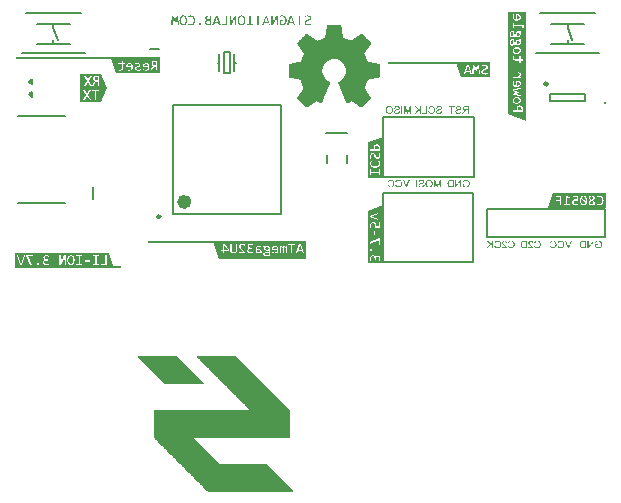
<source format=gbo>
%FSLAX23Y23*%
%MOIN*%
G70*
G01*
G75*
G04 Layer_Color=32896*
%ADD10R,0.039X0.059*%
%ADD11R,0.059X0.039*%
%ADD12R,0.035X0.031*%
%ADD13R,0.073X0.051*%
%ADD14R,0.063X0.157*%
%ADD15R,0.122X0.157*%
%ADD16R,0.063X0.118*%
%ADD17R,0.031X0.035*%
%ADD18R,0.039X0.022*%
%ADD19C,0.012*%
%ADD20C,0.012*%
%ADD21C,0.006*%
%ADD22R,0.051X0.051*%
%ADD23C,0.051*%
%ADD24O,0.079X0.047*%
%ADD25R,0.043X0.059*%
%ADD26R,0.051X0.051*%
%ADD27C,0.061*%
%ADD28C,0.047*%
G04:AMPARAMS|DCode=29|XSize=39mil|YSize=55mil|CornerRadius=10mil|HoleSize=0mil|Usage=FLASHONLY|Rotation=90.000|XOffset=0mil|YOffset=0mil|HoleType=Round|Shape=RoundedRectangle|*
%AMROUNDEDRECTD29*
21,1,0.039,0.035,0,0,90.0*
21,1,0.020,0.055,0,0,90.0*
1,1,0.020,0.018,0.010*
1,1,0.020,0.018,-0.010*
1,1,0.020,-0.018,-0.010*
1,1,0.020,-0.018,0.010*
%
%ADD29ROUNDEDRECTD29*%
%ADD30C,0.024*%
%ADD31C,0.020*%
%ADD32R,0.030X0.035*%
%ADD33R,0.039X0.039*%
%ADD34O,0.018X0.059*%
%ADD35O,0.059X0.018*%
%ADD36R,0.020X0.035*%
%ADD37R,0.069X0.018*%
%ADD38R,0.071X0.094*%
%ADD39R,0.073X0.079*%
%ADD40C,0.008*%
%ADD41R,0.008X0.012*%
%ADD42R,0.269X0.006*%
%ADD43R,0.006X0.314*%
%ADD44R,0.008X0.008*%
%ADD45R,0.350X0.006*%
%ADD46R,0.248X0.006*%
%ADD47R,0.006X0.159*%
%ADD48R,0.006X0.159*%
%ADD49R,0.047X0.067*%
%ADD50R,0.067X0.047*%
%ADD51R,0.043X0.039*%
%ADD52R,0.081X0.059*%
%ADD53R,0.071X0.165*%
%ADD54R,0.130X0.165*%
%ADD55R,0.071X0.126*%
%ADD56R,0.039X0.043*%
%ADD57R,0.047X0.030*%
%ADD58R,0.059X0.059*%
%ADD59C,0.059*%
%ADD60O,0.087X0.055*%
%ADD61R,0.051X0.067*%
%ADD62R,0.059X0.059*%
%ADD63C,0.069*%
%ADD64C,0.055*%
G04:AMPARAMS|DCode=65|XSize=47mil|YSize=63mil|CornerRadius=14mil|HoleSize=0mil|Usage=FLASHONLY|Rotation=90.000|XOffset=0mil|YOffset=0mil|HoleType=Round|Shape=RoundedRectangle|*
%AMROUNDEDRECTD65*
21,1,0.047,0.035,0,0,90.0*
21,1,0.020,0.063,0,0,90.0*
1,1,0.028,0.018,0.010*
1,1,0.028,0.018,-0.010*
1,1,0.028,-0.018,-0.010*
1,1,0.028,-0.018,0.010*
%
%ADD65ROUNDEDRECTD65*%
%ADD66R,0.038X0.043*%
%ADD67R,0.047X0.047*%
%ADD68O,0.026X0.067*%
%ADD69O,0.067X0.026*%
%ADD70R,0.028X0.043*%
%ADD71R,0.077X0.026*%
%ADD72R,0.079X0.102*%
%ADD73C,0.024*%
%ADD74C,0.010*%
%ADD75C,0.002*%
%ADD76C,0.001*%
%ADD77C,0.006*%
%ADD78R,0.004X0.004*%
%ADD79R,0.004X0.004*%
%ADD80R,0.339X0.006*%
%ADD81R,0.008X0.008*%
%ADD82R,0.004X0.004*%
%ADD83R,0.002X0.096*%
%ADD84R,0.481X0.006*%
%ADD85R,0.353X0.006*%
%ADD86R,0.531X0.006*%
G36*
X1706Y2924D02*
X1688D01*
Y2928D01*
X1702D01*
Y2956D01*
X1706D01*
Y2924D01*
D02*
G37*
G36*
X1684D02*
X1680D01*
X1677Y2931D01*
X1664D01*
X1662Y2924D01*
X1657D01*
X1668Y2956D01*
X1674D01*
X1684Y2924D01*
D02*
G37*
G36*
X1791Y2953D02*
X1784D01*
Y2928D01*
X1791D01*
Y2924D01*
X1772D01*
Y2928D01*
X1779D01*
Y2953D01*
X1772D01*
Y2956D01*
X1791D01*
Y2953D01*
D02*
G37*
G36*
X1850Y2924D02*
X1846D01*
X1844Y2931D01*
X1830D01*
X1828Y2924D01*
X1823D01*
X1834Y2956D01*
X1840D01*
X1850Y2924D01*
D02*
G37*
G36*
X1821Y2953D02*
X1811D01*
Y2924D01*
X1807D01*
Y2953D01*
X1797D01*
Y2956D01*
X1821D01*
Y2953D01*
D02*
G37*
G36*
X1653Y2924D02*
X1645D01*
X1644Y2924D01*
X1643Y2924D01*
X1642Y2924D01*
X1641Y2925D01*
X1640Y2925D01*
X1640Y2925D01*
X1640Y2925D01*
X1640D01*
X1639Y2925D01*
X1638Y2925D01*
X1637Y2926D01*
X1637Y2926D01*
X1636Y2926D01*
X1636Y2926D01*
X1636Y2927D01*
X1636Y2927D01*
X1635Y2927D01*
X1634Y2928D01*
X1634Y2928D01*
X1634Y2929D01*
X1633Y2929D01*
X1633Y2929D01*
X1633Y2930D01*
X1633Y2930D01*
X1633Y2930D01*
X1632Y2931D01*
X1632Y2932D01*
X1632Y2932D01*
X1632Y2933D01*
X1632Y2933D01*
Y2934D01*
Y2934D01*
X1632Y2935D01*
X1632Y2935D01*
X1632Y2936D01*
X1632Y2936D01*
X1633Y2936D01*
X1633Y2937D01*
Y2937D01*
X1633Y2938D01*
X1633Y2938D01*
X1634Y2938D01*
X1634Y2939D01*
X1634Y2939D01*
X1634Y2939D01*
X1634Y2939D01*
X1635Y2940D01*
X1635Y2940D01*
X1636Y2940D01*
X1636Y2940D01*
X1636Y2940D01*
X1636D01*
X1637Y2941D01*
X1638Y2941D01*
X1638Y2941D01*
X1638Y2941D01*
X1638Y2941D01*
X1638D01*
X1637Y2942D01*
X1637Y2942D01*
X1636Y2943D01*
X1635Y2943D01*
X1635Y2943D01*
X1635Y2944D01*
X1635Y2944D01*
X1634Y2944D01*
X1634Y2945D01*
X1634Y2946D01*
X1634Y2946D01*
X1633Y2947D01*
X1633Y2948D01*
X1633Y2948D01*
Y2948D01*
Y2948D01*
Y2949D01*
X1633Y2949D01*
X1633Y2950D01*
X1634Y2951D01*
X1634Y2952D01*
X1635Y2953D01*
X1636Y2954D01*
X1637Y2954D01*
X1638Y2955D01*
X1639Y2955D01*
X1640Y2956D01*
X1640Y2956D01*
X1641Y2956D01*
X1642Y2956D01*
X1643Y2956D01*
X1643Y2956D01*
X1653D01*
Y2924D01*
D02*
G37*
G36*
X1561Y2957D02*
X1561Y2957D01*
X1562Y2956D01*
X1563Y2956D01*
X1564Y2956D01*
X1564Y2956D01*
X1564Y2956D01*
X1565Y2956D01*
X1565Y2955D01*
X1566Y2955D01*
X1567Y2954D01*
X1567Y2954D01*
X1568Y2953D01*
X1568Y2953D01*
X1569Y2953D01*
X1569Y2953D01*
X1569Y2952D01*
X1570Y2951D01*
X1570Y2950D01*
X1571Y2949D01*
X1571Y2949D01*
X1571Y2948D01*
X1571Y2948D01*
X1571Y2948D01*
X1571Y2948D01*
Y2948D01*
X1572Y2946D01*
X1572Y2945D01*
X1572Y2944D01*
X1572Y2943D01*
X1572Y2942D01*
Y2941D01*
X1572Y2941D01*
Y2941D01*
Y2940D01*
Y2940D01*
Y2940D01*
X1572Y2939D01*
X1572Y2937D01*
X1572Y2936D01*
X1572Y2935D01*
X1572Y2934D01*
X1572Y2934D01*
X1572Y2934D01*
X1572Y2934D01*
Y2933D01*
X1572Y2933D01*
Y2933D01*
X1571Y2932D01*
X1571Y2931D01*
X1571Y2930D01*
X1570Y2930D01*
X1570Y2929D01*
X1570Y2928D01*
X1569Y2928D01*
X1569Y2928D01*
X1569Y2927D01*
X1568Y2927D01*
X1567Y2926D01*
X1567Y2926D01*
X1566Y2925D01*
X1566Y2925D01*
X1566Y2925D01*
X1566Y2925D01*
X1565Y2924D01*
X1564Y2924D01*
X1563Y2924D01*
X1562Y2924D01*
X1561Y2924D01*
X1561Y2924D01*
X1560D01*
X1559Y2924D01*
X1558Y2924D01*
X1557Y2924D01*
X1557Y2924D01*
X1556Y2924D01*
X1556Y2925D01*
X1555Y2925D01*
X1555Y2925D01*
X1554Y2925D01*
X1554Y2926D01*
X1553Y2926D01*
X1552Y2927D01*
X1552Y2927D01*
X1551Y2927D01*
X1551Y2928D01*
X1551Y2928D01*
X1551Y2929D01*
X1550Y2929D01*
X1550Y2930D01*
X1549Y2931D01*
X1549Y2932D01*
X1549Y2932D01*
X1549Y2933D01*
X1548Y2933D01*
X1548Y2933D01*
Y2933D01*
X1548Y2934D01*
X1548Y2936D01*
X1548Y2937D01*
X1548Y2938D01*
X1547Y2939D01*
Y2939D01*
X1547Y2940D01*
Y2940D01*
Y2940D01*
Y2940D01*
Y2940D01*
X1547Y2942D01*
X1548Y2943D01*
X1548Y2944D01*
X1548Y2945D01*
X1548Y2946D01*
X1548Y2946D01*
X1548Y2947D01*
X1548Y2947D01*
Y2947D01*
X1548Y2947D01*
Y2947D01*
X1548Y2948D01*
X1549Y2949D01*
X1549Y2950D01*
X1550Y2951D01*
X1550Y2952D01*
X1550Y2952D01*
X1550Y2952D01*
X1550Y2952D01*
X1551Y2953D01*
X1552Y2954D01*
X1552Y2954D01*
X1553Y2955D01*
X1553Y2955D01*
X1554Y2955D01*
X1554Y2956D01*
X1554Y2956D01*
X1555Y2956D01*
X1556Y2956D01*
X1557Y2957D01*
X1558Y2957D01*
X1559Y2957D01*
X1559Y2957D01*
X1560D01*
X1561Y2957D01*
D02*
G37*
G36*
X2702Y2628D02*
X2641D01*
Y2969D01*
X2702D01*
Y2628D01*
D02*
G37*
G36*
X1616Y2932D02*
X1617Y2932D01*
X1617Y2932D01*
X1617Y2932D01*
X1617Y2932D01*
X1617D01*
X1618Y2931D01*
X1618Y2931D01*
X1618Y2931D01*
X1618Y2931D01*
Y2931D01*
X1619Y2930D01*
X1619Y2930D01*
X1619Y2930D01*
X1619Y2929D01*
Y2929D01*
X1619Y2929D01*
X1619Y2928D01*
X1620Y2928D01*
Y2928D01*
Y2928D01*
Y2928D01*
X1619Y2927D01*
X1619Y2927D01*
Y2927D01*
X1619Y2926D01*
X1619Y2926D01*
Y2926D01*
X1619Y2926D01*
X1619Y2925D01*
X1618Y2925D01*
X1618Y2925D01*
X1618Y2925D01*
X1618Y2924D01*
X1617Y2924D01*
X1617Y2924D01*
X1617D01*
X1617Y2924D01*
X1616Y2924D01*
X1616Y2924D01*
X1615D01*
X1615Y2924D01*
X1614Y2924D01*
X1614Y2924D01*
X1614Y2924D01*
X1614Y2924D01*
X1614D01*
X1613Y2924D01*
X1613Y2925D01*
X1613Y2925D01*
X1613Y2925D01*
X1612Y2925D01*
X1612Y2926D01*
X1612Y2926D01*
X1612Y2926D01*
Y2926D01*
X1612Y2927D01*
X1611Y2927D01*
X1611Y2928D01*
Y2928D01*
Y2928D01*
Y2928D01*
X1611Y2928D01*
X1612Y2929D01*
X1612Y2929D01*
X1612Y2929D01*
Y2929D01*
X1612Y2930D01*
X1612Y2930D01*
X1612Y2931D01*
X1613Y2931D01*
X1613Y2931D01*
X1613Y2931D01*
X1614Y2932D01*
X1614Y2932D01*
X1614D01*
X1614Y2932D01*
X1615Y2932D01*
X1615Y2932D01*
X1615D01*
X1616Y2932D01*
D02*
G37*
G36*
X1975Y2957D02*
X1976Y2957D01*
X1977Y2957D01*
X1978Y2956D01*
X1978Y2956D01*
X1979Y2956D01*
X1979Y2956D01*
X1979Y2956D01*
X1980Y2956D01*
X1981Y2955D01*
X1982Y2955D01*
X1982Y2955D01*
X1982Y2954D01*
X1983Y2954D01*
X1983Y2954D01*
X1983Y2954D01*
X1984Y2954D01*
X1984Y2953D01*
X1984Y2953D01*
X1985Y2952D01*
X1985Y2952D01*
X1985Y2951D01*
X1985Y2951D01*
X1985Y2951D01*
X1985Y2951D01*
X1986Y2950D01*
X1986Y2949D01*
X1986Y2949D01*
X1986Y2949D01*
X1986Y2948D01*
Y2948D01*
Y2948D01*
X1986Y2947D01*
X1986Y2947D01*
X1986Y2946D01*
X1985Y2946D01*
X1985Y2945D01*
X1985Y2945D01*
X1985Y2945D01*
X1985Y2945D01*
X1985Y2944D01*
X1984Y2943D01*
X1984Y2943D01*
X1984Y2943D01*
X1983Y2942D01*
X1983Y2942D01*
X1983Y2942D01*
X1982Y2942D01*
X1982Y2941D01*
X1981Y2941D01*
X1981Y2941D01*
X1981Y2941D01*
X1981Y2941D01*
X1981Y2940D01*
X1979Y2940D01*
X1979Y2940D01*
X1978Y2940D01*
X1978Y2939D01*
X1978Y2939D01*
X1978Y2939D01*
X1977Y2939D01*
X1976Y2939D01*
X1976Y2938D01*
X1975Y2938D01*
X1975Y2938D01*
X1975Y2938D01*
X1974Y2938D01*
X1974Y2938D01*
X1973Y2937D01*
X1973Y2937D01*
X1972Y2937D01*
X1972Y2937D01*
X1972Y2937D01*
X1972Y2937D01*
X1972Y2936D01*
X1971Y2936D01*
X1971Y2936D01*
X1970Y2935D01*
X1970Y2935D01*
X1970Y2935D01*
X1970Y2935D01*
X1970Y2935D01*
X1970Y2934D01*
X1969Y2934D01*
X1969Y2933D01*
X1969Y2933D01*
X1969Y2933D01*
Y2933D01*
Y2933D01*
X1969Y2932D01*
X1969Y2931D01*
X1969Y2931D01*
X1969Y2931D01*
X1969Y2931D01*
X1969Y2931D01*
Y2930D01*
X1970Y2930D01*
X1970Y2929D01*
X1971Y2929D01*
X1971Y2929D01*
X1971Y2929D01*
X1971Y2929D01*
X1972Y2929D01*
X1972Y2928D01*
X1973Y2928D01*
X1973Y2928D01*
X1973Y2928D01*
X1973D01*
X1974Y2928D01*
X1974Y2928D01*
X1975Y2928D01*
X1976D01*
X1976Y2928D01*
X1978D01*
X1979Y2928D01*
X1980Y2928D01*
X1981Y2928D01*
X1981Y2928D01*
X1982Y2928D01*
X1982Y2928D01*
X1982D01*
X1983Y2928D01*
X1984Y2928D01*
X1984Y2929D01*
X1985Y2929D01*
X1986Y2929D01*
X1986Y2929D01*
X1986Y2929D01*
X1986Y2929D01*
Y2925D01*
X1986Y2925D01*
X1985Y2925D01*
X1985Y2925D01*
X1985Y2924D01*
X1984Y2924D01*
X1984D01*
X1984Y2924D01*
X1983Y2924D01*
X1983D01*
X1982Y2924D01*
X1982D01*
X1981Y2924D01*
X1981Y2924D01*
X1980D01*
X1980Y2924D01*
X1980D01*
X1979Y2924D01*
X1978D01*
X1978Y2924D01*
X1976D01*
X1975Y2924D01*
X1974Y2924D01*
X1974Y2924D01*
X1973Y2924D01*
X1972Y2924D01*
X1972Y2924D01*
X1972D01*
X1971Y2925D01*
X1970Y2925D01*
X1970Y2925D01*
X1969Y2925D01*
X1969Y2926D01*
X1968Y2926D01*
X1968Y2926D01*
X1968Y2926D01*
X1967Y2926D01*
X1967Y2927D01*
X1966Y2927D01*
X1966Y2928D01*
X1966Y2928D01*
X1966Y2929D01*
X1965Y2929D01*
X1965Y2929D01*
X1965Y2930D01*
X1965Y2930D01*
X1965Y2931D01*
X1965Y2932D01*
X1964Y2932D01*
X1964Y2933D01*
Y2933D01*
Y2933D01*
X1964Y2934D01*
X1965Y2934D01*
X1965Y2935D01*
X1965Y2935D01*
X1965Y2936D01*
X1965Y2936D01*
X1965Y2936D01*
X1965Y2936D01*
X1966Y2937D01*
X1966Y2938D01*
X1966Y2938D01*
X1967Y2938D01*
X1967Y2939D01*
X1967Y2939D01*
X1967Y2939D01*
X1968Y2939D01*
X1969Y2940D01*
X1969Y2940D01*
X1970Y2940D01*
X1970Y2940D01*
X1970Y2940D01*
X1971Y2941D01*
X1971Y2941D01*
X1972Y2941D01*
X1972Y2942D01*
X1973Y2942D01*
X1973Y2942D01*
X1973D01*
X1974Y2942D01*
X1975Y2943D01*
X1975Y2943D01*
X1975Y2943D01*
X1976Y2943D01*
X1976Y2943D01*
X1976D01*
X1977Y2944D01*
X1977Y2944D01*
X1978Y2944D01*
X1978Y2944D01*
X1978Y2944D01*
X1979Y2944D01*
X1979Y2944D01*
X1979Y2945D01*
X1980Y2946D01*
X1980Y2946D01*
X1980Y2946D01*
X1980Y2946D01*
X1981Y2946D01*
X1981Y2946D01*
X1981Y2947D01*
X1981Y2948D01*
X1981Y2948D01*
X1981Y2948D01*
Y2948D01*
Y2948D01*
X1981Y2949D01*
X1981Y2950D01*
X1981Y2950D01*
X1980Y2951D01*
X1980Y2951D01*
X1980Y2952D01*
X1980Y2952D01*
X1980Y2952D01*
X1979Y2952D01*
X1978Y2952D01*
X1977Y2953D01*
X1976Y2953D01*
X1975Y2953D01*
X1975Y2953D01*
X1974D01*
X1973Y2953D01*
X1972Y2953D01*
X1971Y2953D01*
X1971Y2953D01*
X1971Y2953D01*
X1970Y2953D01*
X1970D01*
X1969Y2952D01*
X1968Y2952D01*
X1968Y2952D01*
X1967Y2952D01*
X1967Y2952D01*
X1967Y2952D01*
X1967D01*
Y2956D01*
X1967Y2956D01*
X1968Y2956D01*
X1968Y2956D01*
X1968Y2956D01*
X1968D01*
X1969Y2956D01*
X1970Y2956D01*
X1970D01*
X1970Y2956D01*
X1970D01*
X1971Y2957D01*
X1972Y2957D01*
X1972Y2957D01*
X1972D01*
X1973Y2957D01*
X1973Y2957D01*
X1974D01*
X1975Y2957D01*
D02*
G37*
G36*
X1754D02*
X1755Y2957D01*
X1756Y2956D01*
X1757Y2956D01*
X1757Y2956D01*
X1758Y2956D01*
X1758Y2956D01*
X1758Y2956D01*
X1759Y2955D01*
X1760Y2955D01*
X1761Y2954D01*
X1761Y2954D01*
X1762Y2953D01*
X1762Y2953D01*
X1762Y2953D01*
X1762Y2953D01*
X1763Y2952D01*
X1764Y2951D01*
X1764Y2950D01*
X1764Y2949D01*
X1765Y2949D01*
X1765Y2948D01*
X1765Y2948D01*
X1765Y2948D01*
X1765Y2948D01*
Y2948D01*
X1765Y2946D01*
X1766Y2945D01*
X1766Y2944D01*
X1766Y2943D01*
X1766Y2942D01*
Y2941D01*
X1766Y2941D01*
Y2941D01*
Y2940D01*
Y2940D01*
Y2940D01*
X1766Y2939D01*
X1766Y2937D01*
X1766Y2936D01*
X1766Y2935D01*
X1766Y2934D01*
X1766Y2934D01*
X1765Y2934D01*
X1765Y2934D01*
Y2933D01*
X1765Y2933D01*
Y2933D01*
X1765Y2932D01*
X1765Y2931D01*
X1764Y2930D01*
X1764Y2930D01*
X1764Y2929D01*
X1763Y2928D01*
X1763Y2928D01*
X1763Y2928D01*
X1763Y2927D01*
X1762Y2927D01*
X1761Y2926D01*
X1761Y2926D01*
X1760Y2925D01*
X1760Y2925D01*
X1759Y2925D01*
X1759Y2925D01*
X1758Y2924D01*
X1758Y2924D01*
X1757Y2924D01*
X1756Y2924D01*
X1755Y2924D01*
X1754Y2924D01*
X1754D01*
X1753Y2924D01*
X1752Y2924D01*
X1751Y2924D01*
X1751Y2924D01*
X1750Y2924D01*
X1749Y2925D01*
X1749Y2925D01*
X1749Y2925D01*
X1748Y2925D01*
X1747Y2926D01*
X1747Y2926D01*
X1746Y2927D01*
X1746Y2927D01*
X1745Y2927D01*
X1745Y2928D01*
X1745Y2928D01*
X1744Y2929D01*
X1744Y2929D01*
X1743Y2930D01*
X1743Y2931D01*
X1743Y2932D01*
X1742Y2932D01*
X1742Y2933D01*
X1742Y2933D01*
X1742Y2933D01*
Y2933D01*
X1742Y2934D01*
X1742Y2936D01*
X1741Y2937D01*
X1741Y2938D01*
X1741Y2939D01*
Y2939D01*
X1741Y2940D01*
Y2940D01*
Y2940D01*
Y2940D01*
Y2940D01*
X1741Y2942D01*
X1741Y2943D01*
X1741Y2944D01*
X1742Y2945D01*
X1742Y2946D01*
X1742Y2946D01*
X1742Y2947D01*
X1742Y2947D01*
Y2947D01*
X1742Y2947D01*
Y2947D01*
X1742Y2948D01*
X1743Y2949D01*
X1743Y2950D01*
X1743Y2951D01*
X1744Y2952D01*
X1744Y2952D01*
X1744Y2952D01*
X1744Y2952D01*
X1745Y2953D01*
X1745Y2954D01*
X1746Y2954D01*
X1747Y2955D01*
X1747Y2955D01*
X1748Y2955D01*
X1748Y2956D01*
X1748Y2956D01*
X1749Y2956D01*
X1750Y2956D01*
X1751Y2957D01*
X1752Y2957D01*
X1752Y2957D01*
X1753Y2957D01*
X1753D01*
X1754Y2957D01*
D02*
G37*
G36*
X2583Y2752D02*
X2487D01*
Y2800D01*
X2583D01*
Y2752D01*
D02*
G37*
G36*
X1545Y2924D02*
X1541D01*
X1540Y2944D01*
X1540Y2952D01*
X1539Y2947D01*
X1534Y2935D01*
X1531D01*
X1526Y2947D01*
X1525Y2952D01*
X1524Y2944D01*
X1524Y2924D01*
X1520D01*
X1521Y2956D01*
X1526D01*
X1531Y2944D01*
X1532Y2940D01*
X1534Y2944D01*
X1538Y2956D01*
X1543D01*
X1545Y2924D01*
D02*
G37*
G36*
X2224Y2130D02*
X2175D01*
Y2306D01*
X2224D01*
Y2130D01*
D02*
G37*
G36*
X2902Y2180D02*
X2893D01*
X2892Y2180D01*
X2891Y2180D01*
X2890Y2180D01*
X2890Y2180D01*
X2889Y2180D01*
X2889Y2180D01*
X2889Y2180D01*
X2889Y2181D01*
X2889D01*
X2888Y2181D01*
X2887Y2181D01*
X2887Y2181D01*
X2886Y2181D01*
X2886Y2182D01*
X2886Y2182D01*
X2886Y2182D01*
X2886Y2182D01*
X2885Y2182D01*
X2885Y2183D01*
X2884Y2183D01*
X2884Y2183D01*
X2884Y2184D01*
X2883Y2184D01*
X2883Y2184D01*
X2883Y2184D01*
X2883Y2185D01*
X2883Y2185D01*
X2882Y2186D01*
X2882Y2186D01*
X2882Y2187D01*
X2882Y2187D01*
X2882Y2188D01*
X2882Y2188D01*
X2882Y2188D01*
Y2188D01*
X2881Y2189D01*
X2881Y2189D01*
X2881Y2190D01*
X2881Y2191D01*
X2881Y2192D01*
Y2192D01*
X2881Y2192D01*
Y2193D01*
Y2193D01*
Y2193D01*
Y2193D01*
X2881Y2194D01*
X2881Y2195D01*
X2881Y2196D01*
X2881Y2197D01*
X2881Y2197D01*
X2881Y2197D01*
X2882Y2198D01*
X2882Y2198D01*
X2882Y2198D01*
X2882Y2199D01*
X2882Y2199D01*
X2882Y2199D01*
Y2199D01*
X2882Y2200D01*
X2883Y2201D01*
X2883Y2201D01*
X2884Y2202D01*
X2884Y2202D01*
X2885Y2203D01*
X2885Y2203D01*
X2885Y2203D01*
X2885Y2203D01*
X2885Y2203D01*
X2885Y2204D01*
X2886Y2204D01*
X2887Y2204D01*
X2887Y2205D01*
X2888Y2205D01*
X2888Y2205D01*
X2888Y2205D01*
X2888D01*
X2889Y2205D01*
X2889D01*
X2889Y2205D01*
X2890Y2205D01*
X2891Y2205D01*
X2891Y2205D01*
X2892Y2205D01*
X2902D01*
Y2180D01*
D02*
G37*
G36*
X1312Y2116D02*
X998D01*
Y2165D01*
X1312D01*
Y2116D01*
D02*
G37*
G36*
X1875Y2924D02*
X1871D01*
Y2934D01*
Y2951D01*
X1868Y2944D01*
X1859Y2924D01*
X1853D01*
Y2956D01*
X1858D01*
Y2947D01*
Y2930D01*
X1861Y2937D01*
X1869Y2956D01*
X1875D01*
Y2924D01*
D02*
G37*
G36*
X1959Y2953D02*
X1950D01*
Y2924D01*
X1945D01*
Y2953D01*
X1936D01*
Y2956D01*
X1959D01*
Y2953D01*
D02*
G37*
G36*
X1933Y2924D02*
X1929D01*
X1927Y2931D01*
X1913D01*
X1911Y2924D01*
X1906D01*
X1917Y2956D01*
X1923D01*
X1933Y2924D01*
D02*
G37*
G36*
X1890Y2957D02*
X1891Y2957D01*
X1893Y2956D01*
X1893Y2956D01*
X1894Y2956D01*
X1895Y2956D01*
X1895Y2956D01*
X1895Y2956D01*
X1895Y2956D01*
X1895D01*
X1896Y2955D01*
X1897Y2955D01*
X1898Y2954D01*
X1899Y2954D01*
X1899Y2953D01*
X1900Y2953D01*
X1900Y2952D01*
X1900Y2952D01*
X1901Y2951D01*
X1901Y2951D01*
X1902Y2950D01*
X1902Y2949D01*
X1903Y2948D01*
X1903Y2948D01*
X1903Y2947D01*
X1903Y2947D01*
X1903Y2947D01*
Y2947D01*
X1904Y2946D01*
X1904Y2945D01*
X1904Y2943D01*
X1904Y2942D01*
X1904Y2941D01*
Y2941D01*
X1904Y2941D01*
Y2940D01*
Y2940D01*
Y2940D01*
Y2940D01*
X1904Y2938D01*
X1904Y2937D01*
X1904Y2936D01*
X1904Y2935D01*
X1904Y2934D01*
X1904Y2934D01*
X1903Y2933D01*
X1903Y2933D01*
X1903Y2933D01*
X1903Y2933D01*
Y2933D01*
X1903Y2932D01*
X1902Y2931D01*
X1902Y2930D01*
X1901Y2929D01*
X1901Y2929D01*
X1901Y2928D01*
X1900Y2928D01*
X1900Y2928D01*
X1900Y2927D01*
X1899Y2927D01*
X1898Y2926D01*
X1897Y2926D01*
X1897Y2925D01*
X1896Y2925D01*
X1896Y2925D01*
X1896Y2925D01*
X1896D01*
X1895Y2924D01*
X1894Y2924D01*
X1893Y2924D01*
X1892Y2924D01*
X1891Y2924D01*
X1891Y2924D01*
X1890D01*
X1889Y2924D01*
X1888Y2924D01*
X1888D01*
X1888Y2924D01*
X1888D01*
X1887Y2924D01*
X1886Y2924D01*
X1886Y2924D01*
X1886D01*
X1886Y2924D01*
X1885D01*
X1885Y2924D01*
X1884Y2925D01*
X1884Y2925D01*
X1884Y2925D01*
X1883Y2925D01*
X1883Y2925D01*
X1883D01*
X1882Y2925D01*
X1882Y2925D01*
X1881Y2926D01*
X1881Y2926D01*
X1881Y2926D01*
X1881D01*
Y2942D01*
X1892D01*
Y2939D01*
X1885D01*
Y2928D01*
X1886Y2928D01*
X1886Y2928D01*
X1886Y2928D01*
X1886Y2928D01*
X1887Y2928D01*
X1887Y2928D01*
X1887Y2928D01*
X1887D01*
X1888Y2928D01*
X1888D01*
X1888Y2928D01*
X1889D01*
X1890Y2928D01*
X1891Y2928D01*
X1892Y2928D01*
X1893Y2928D01*
X1893Y2928D01*
X1894Y2928D01*
X1894Y2928D01*
X1894Y2928D01*
X1895Y2929D01*
X1895Y2929D01*
X1896Y2930D01*
X1896Y2930D01*
X1897Y2930D01*
X1897Y2931D01*
X1897Y2931D01*
X1897Y2931D01*
X1898Y2932D01*
X1898Y2932D01*
X1898Y2933D01*
X1899Y2934D01*
X1899Y2934D01*
X1899Y2935D01*
X1899Y2935D01*
X1899Y2935D01*
X1899Y2936D01*
X1899Y2937D01*
X1900Y2938D01*
X1900Y2938D01*
Y2939D01*
X1900Y2940D01*
Y2940D01*
Y2940D01*
Y2940D01*
Y2940D01*
X1900Y2941D01*
X1900Y2942D01*
X1899Y2943D01*
X1899Y2944D01*
X1899Y2944D01*
X1899Y2945D01*
X1899Y2945D01*
X1899Y2945D01*
X1899Y2946D01*
X1898Y2947D01*
X1898Y2948D01*
X1898Y2948D01*
X1897Y2949D01*
X1897Y2949D01*
X1897Y2949D01*
X1897Y2949D01*
X1896Y2950D01*
X1896Y2950D01*
X1895Y2951D01*
X1895Y2951D01*
X1894Y2952D01*
X1894Y2952D01*
X1894Y2952D01*
X1894Y2952D01*
X1893Y2952D01*
X1892Y2952D01*
X1891Y2953D01*
X1891Y2953D01*
X1890Y2953D01*
X1889Y2953D01*
X1888D01*
X1887Y2953D01*
X1887Y2953D01*
X1886Y2953D01*
X1886Y2952D01*
X1885Y2952D01*
X1885Y2952D01*
X1885D01*
X1884Y2952D01*
X1883Y2952D01*
X1882Y2951D01*
X1882Y2951D01*
X1881Y2951D01*
X1881Y2951D01*
X1881Y2951D01*
Y2955D01*
X1883Y2956D01*
X1883Y2956D01*
X1884Y2956D01*
X1884Y2956D01*
X1885Y2956D01*
X1885Y2956D01*
X1885D01*
X1886Y2957D01*
X1887Y2957D01*
X1888Y2957D01*
X1888Y2957D01*
X1889D01*
X1890Y2957D01*
D02*
G37*
G36*
X1737Y2924D02*
X1732D01*
Y2934D01*
Y2951D01*
X1730Y2944D01*
X1721Y2924D01*
X1715D01*
Y2956D01*
X1719D01*
Y2947D01*
Y2930D01*
X1723Y2937D01*
X1731Y2956D01*
X1737D01*
Y2924D01*
D02*
G37*
G36*
X1586Y2957D02*
X1587Y2957D01*
X1588Y2956D01*
X1589Y2956D01*
X1590Y2956D01*
X1590Y2956D01*
X1591Y2956D01*
X1591Y2956D01*
X1591Y2956D01*
X1591D01*
X1592Y2955D01*
X1593Y2955D01*
X1593Y2954D01*
X1594Y2953D01*
X1595Y2953D01*
X1595Y2953D01*
X1595Y2952D01*
X1595Y2952D01*
X1596Y2951D01*
X1597Y2950D01*
X1597Y2950D01*
X1597Y2949D01*
X1598Y2948D01*
X1598Y2947D01*
X1598Y2947D01*
X1598Y2947D01*
X1598Y2947D01*
Y2947D01*
X1599Y2946D01*
X1599Y2944D01*
X1599Y2943D01*
X1599Y2942D01*
X1599Y2941D01*
Y2941D01*
X1599Y2941D01*
Y2940D01*
Y2940D01*
Y2940D01*
Y2940D01*
X1599Y2938D01*
X1599Y2937D01*
X1599Y2936D01*
X1599Y2935D01*
X1598Y2934D01*
X1598Y2933D01*
X1598Y2932D01*
X1597Y2931D01*
X1597Y2930D01*
X1597Y2930D01*
X1596Y2929D01*
X1596Y2929D01*
X1596Y2928D01*
X1596Y2928D01*
X1596Y2928D01*
X1596Y2928D01*
X1595Y2927D01*
X1594Y2927D01*
X1593Y2926D01*
X1592Y2926D01*
X1592Y2925D01*
X1591Y2925D01*
X1590Y2925D01*
X1589Y2924D01*
X1588Y2924D01*
X1587Y2924D01*
X1587Y2924D01*
X1586Y2924D01*
X1586D01*
X1585Y2924D01*
X1585D01*
X1583Y2924D01*
X1582Y2924D01*
X1581Y2924D01*
X1579Y2925D01*
X1579Y2925D01*
X1578Y2925D01*
X1578Y2925D01*
X1578Y2925D01*
X1577Y2925D01*
X1577Y2925D01*
X1577Y2925D01*
X1577D01*
Y2930D01*
X1578Y2929D01*
X1579Y2929D01*
X1579Y2929D01*
X1580Y2928D01*
X1580Y2928D01*
X1581Y2928D01*
X1581D01*
X1582Y2928D01*
X1583Y2928D01*
X1583Y2928D01*
X1584Y2928D01*
X1585D01*
X1585Y2928D01*
X1586Y2928D01*
X1587Y2928D01*
X1588Y2928D01*
X1588Y2928D01*
X1589Y2929D01*
X1590Y2929D01*
X1590Y2929D01*
X1591Y2930D01*
X1591Y2930D01*
X1591Y2930D01*
X1592Y2930D01*
X1592Y2931D01*
X1592Y2931D01*
X1592Y2931D01*
X1592Y2931D01*
X1592Y2932D01*
X1593Y2932D01*
X1593Y2934D01*
X1594Y2935D01*
X1594Y2937D01*
X1594Y2938D01*
X1594Y2938D01*
X1594Y2939D01*
Y2939D01*
X1595Y2940D01*
Y2940D01*
Y2940D01*
Y2940D01*
X1594Y2941D01*
X1594Y2942D01*
X1594Y2943D01*
X1594Y2944D01*
X1594Y2945D01*
X1594Y2945D01*
X1594Y2945D01*
Y2946D01*
X1594Y2946D01*
X1593Y2947D01*
X1593Y2948D01*
X1593Y2948D01*
X1592Y2949D01*
X1592Y2949D01*
X1592Y2949D01*
X1592Y2949D01*
X1591Y2950D01*
X1591Y2951D01*
X1590Y2951D01*
X1590Y2951D01*
X1589Y2952D01*
X1589Y2952D01*
X1589Y2952D01*
X1589Y2952D01*
X1588Y2952D01*
X1587Y2952D01*
X1587Y2953D01*
X1586Y2953D01*
X1586Y2953D01*
X1585Y2953D01*
X1584D01*
X1583Y2953D01*
X1582Y2953D01*
X1582Y2953D01*
X1581Y2952D01*
X1581Y2952D01*
X1581Y2952D01*
X1581D01*
X1579Y2952D01*
X1579Y2952D01*
X1578Y2951D01*
X1578Y2951D01*
X1577Y2951D01*
X1577Y2951D01*
X1577Y2951D01*
Y2955D01*
X1578Y2956D01*
X1579Y2956D01*
X1579Y2956D01*
X1580Y2956D01*
X1580Y2956D01*
X1581Y2956D01*
X1581D01*
X1582Y2957D01*
X1583Y2957D01*
X1583Y2957D01*
X1584Y2957D01*
X1585D01*
X1586Y2957D01*
D02*
G37*
G36*
X1481Y2764D02*
X1335D01*
Y2813D01*
X1481D01*
Y2764D01*
D02*
G37*
G36*
X2414Y2654D02*
X2415Y2654D01*
X2415Y2654D01*
X2416Y2654D01*
X2417Y2654D01*
X2417Y2654D01*
X2417Y2654D01*
X2417Y2653D01*
X2417Y2653D01*
X2417Y2653D01*
X2418D01*
X2418Y2653D01*
X2419Y2653D01*
X2419Y2652D01*
X2420Y2652D01*
X2420Y2651D01*
X2420Y2651D01*
X2421Y2651D01*
X2421Y2651D01*
Y2651D01*
X2421Y2650D01*
X2421Y2650D01*
X2421Y2649D01*
X2422Y2648D01*
X2422Y2648D01*
X2422Y2648D01*
Y2647D01*
Y2647D01*
Y2647D01*
Y2647D01*
X2422Y2647D01*
X2422Y2646D01*
X2421Y2646D01*
X2421Y2645D01*
X2421Y2645D01*
X2421Y2644D01*
X2421Y2644D01*
X2421Y2644D01*
X2421Y2644D01*
X2420Y2643D01*
X2420Y2643D01*
X2419Y2642D01*
X2419Y2642D01*
X2419Y2642D01*
X2418Y2642D01*
X2418Y2642D01*
X2418D01*
X2418Y2642D01*
X2418Y2641D01*
X2417Y2641D01*
X2416Y2641D01*
X2415Y2641D01*
X2415Y2641D01*
X2414Y2640D01*
X2414Y2640D01*
X2414Y2640D01*
X2413Y2640D01*
X2413Y2640D01*
X2413D01*
X2413Y2640D01*
X2412Y2640D01*
X2412Y2640D01*
X2411Y2640D01*
X2411Y2640D01*
X2410Y2639D01*
X2410Y2639D01*
X2410Y2639D01*
X2410Y2639D01*
X2409Y2639D01*
X2409Y2639D01*
X2409Y2639D01*
X2409Y2639D01*
X2408Y2639D01*
X2408Y2639D01*
X2407Y2638D01*
X2407Y2638D01*
X2407Y2638D01*
X2407Y2638D01*
X2407Y2638D01*
X2407Y2638D01*
X2406Y2637D01*
X2406Y2637D01*
X2406Y2636D01*
X2406Y2636D01*
X2406Y2636D01*
X2406Y2636D01*
Y2635D01*
Y2635D01*
X2406Y2635D01*
X2406Y2635D01*
X2406Y2634D01*
X2406Y2634D01*
X2406Y2634D01*
X2406Y2633D01*
X2407Y2633D01*
X2407Y2633D01*
X2407Y2633D01*
X2407Y2633D01*
X2408Y2632D01*
X2408Y2632D01*
X2408Y2632D01*
X2409Y2632D01*
X2409Y2632D01*
X2409Y2632D01*
X2409Y2632D01*
X2410Y2631D01*
X2410Y2631D01*
X2411Y2631D01*
X2411Y2631D01*
X2412Y2631D01*
X2412D01*
X2413Y2631D01*
X2414Y2631D01*
X2414Y2631D01*
X2415Y2632D01*
X2415Y2632D01*
X2416Y2632D01*
X2416Y2632D01*
X2416Y2632D01*
X2416Y2632D01*
X2416D01*
X2417Y2632D01*
X2417Y2633D01*
X2418Y2633D01*
X2418Y2633D01*
X2418Y2633D01*
X2418Y2634D01*
X2419Y2634D01*
X2419Y2634D01*
X2419Y2634D01*
X2419Y2635D01*
X2419Y2635D01*
X2419Y2636D01*
X2419Y2636D01*
X2420Y2637D01*
Y2637D01*
X2420Y2637D01*
Y2637D01*
Y2637D01*
X2423Y2637D01*
X2423Y2636D01*
X2422Y2635D01*
X2422Y2634D01*
X2422Y2633D01*
X2422Y2633D01*
X2422Y2633D01*
X2422Y2633D01*
X2421Y2632D01*
X2421Y2632D01*
X2421Y2632D01*
Y2632D01*
X2421Y2631D01*
X2420Y2631D01*
X2420Y2630D01*
X2419Y2630D01*
X2419Y2630D01*
X2418Y2629D01*
X2418Y2629D01*
X2418Y2629D01*
X2418Y2629D01*
X2418D01*
X2417Y2629D01*
X2416Y2629D01*
X2415Y2628D01*
X2414Y2628D01*
X2414Y2628D01*
X2413Y2628D01*
X2413D01*
X2413Y2628D01*
X2412D01*
X2411Y2628D01*
X2410Y2628D01*
X2409Y2629D01*
X2409Y2629D01*
X2408Y2629D01*
X2408Y2629D01*
X2408Y2629D01*
X2407Y2629D01*
X2407Y2629D01*
X2407Y2629D01*
X2407D01*
X2406Y2630D01*
X2406Y2630D01*
X2405Y2631D01*
X2405Y2631D01*
X2404Y2631D01*
X2404Y2632D01*
X2404Y2632D01*
X2404Y2632D01*
Y2632D01*
X2403Y2633D01*
X2403Y2633D01*
X2403Y2634D01*
X2403Y2634D01*
X2403Y2635D01*
X2403Y2635D01*
Y2636D01*
Y2636D01*
Y2636D01*
Y2636D01*
X2403Y2636D01*
X2403Y2637D01*
X2403Y2638D01*
X2403Y2638D01*
X2403Y2639D01*
X2404Y2639D01*
X2404Y2639D01*
X2404Y2639D01*
X2404Y2640D01*
X2405Y2640D01*
X2405Y2641D01*
X2406Y2641D01*
X2406Y2641D01*
X2407Y2642D01*
X2407Y2642D01*
X2407Y2642D01*
X2407Y2642D01*
X2407D01*
X2407Y2642D01*
X2408Y2642D01*
X2408Y2642D01*
X2408Y2642D01*
X2409Y2643D01*
X2410Y2643D01*
X2411Y2643D01*
X2411Y2643D01*
X2412Y2643D01*
X2412Y2643D01*
X2412Y2643D01*
X2412Y2643D01*
X2413Y2643D01*
X2413D01*
X2413Y2644D01*
X2414Y2644D01*
X2415Y2644D01*
X2415Y2644D01*
X2416Y2644D01*
X2416Y2644D01*
X2416Y2645D01*
X2417Y2645D01*
X2417Y2645D01*
X2417Y2645D01*
X2417Y2645D01*
X2417Y2645D01*
X2418Y2645D01*
X2418Y2645D01*
X2418Y2646D01*
X2418Y2646D01*
X2418Y2646D01*
X2418Y2647D01*
X2419Y2647D01*
X2419Y2647D01*
Y2647D01*
Y2648D01*
X2418Y2648D01*
X2418Y2649D01*
X2418Y2649D01*
X2418Y2649D01*
X2418Y2650D01*
X2417Y2650D01*
X2417Y2650D01*
X2417Y2650D01*
X2417Y2650D01*
X2417Y2651D01*
X2416Y2651D01*
X2415Y2651D01*
X2414Y2651D01*
X2414Y2651D01*
X2414Y2651D01*
X2413Y2651D01*
X2413D01*
X2412Y2651D01*
X2411Y2651D01*
X2410Y2651D01*
X2410Y2651D01*
X2409Y2650D01*
X2409Y2650D01*
X2408Y2650D01*
X2408Y2650D01*
X2408Y2650D01*
X2408Y2649D01*
X2407Y2648D01*
X2407Y2648D01*
X2407Y2647D01*
X2407Y2647D01*
X2407Y2647D01*
X2407Y2647D01*
Y2647D01*
Y2646D01*
X2403Y2647D01*
X2404Y2648D01*
X2404Y2648D01*
X2404Y2649D01*
X2404Y2650D01*
X2404Y2650D01*
X2405Y2650D01*
X2405Y2650D01*
X2405Y2651D01*
X2405Y2651D01*
Y2651D01*
X2405Y2651D01*
X2406Y2652D01*
X2406Y2652D01*
X2407Y2653D01*
X2407Y2653D01*
X2408Y2653D01*
X2408Y2653D01*
X2408Y2653D01*
X2408Y2653D01*
X2408D01*
X2409Y2654D01*
X2410Y2654D01*
X2410Y2654D01*
X2411Y2654D01*
X2412Y2654D01*
X2412D01*
X2412Y2654D01*
X2413D01*
X2414Y2654D01*
D02*
G37*
G36*
X2304Y2384D02*
X2301D01*
X2291Y2409D01*
X2294D01*
X2301Y2390D01*
X2301Y2390D01*
X2302Y2389D01*
X2302Y2388D01*
X2302Y2388D01*
X2302Y2387D01*
X2302Y2387D01*
X2302Y2387D01*
X2302Y2386D01*
X2302Y2386D01*
Y2386D01*
X2303Y2388D01*
X2303Y2388D01*
X2303Y2389D01*
X2304Y2390D01*
X2304Y2390D01*
X2304Y2390D01*
X2304Y2390D01*
X2304Y2390D01*
X2304Y2390D01*
Y2390D01*
X2310Y2409D01*
X2314D01*
X2304Y2384D01*
D02*
G37*
G36*
X2373Y2629D02*
X2357D01*
Y2632D01*
X2369D01*
Y2654D01*
X2373D01*
Y2629D01*
D02*
G37*
G36*
X2353D02*
X2350D01*
Y2637D01*
X2346Y2641D01*
X2337Y2629D01*
X2332D01*
X2343Y2644D01*
X2333Y2654D01*
X2337D01*
X2350Y2641D01*
Y2654D01*
X2353D01*
Y2629D01*
D02*
G37*
G36*
X2388Y2654D02*
X2390Y2654D01*
X2391Y2654D01*
X2391Y2654D01*
X2391Y2654D01*
X2392Y2653D01*
X2392Y2653D01*
X2393Y2653D01*
X2393Y2653D01*
X2393Y2653D01*
X2393Y2653D01*
X2393Y2653D01*
X2393Y2653D01*
X2394Y2652D01*
X2395Y2651D01*
X2396Y2651D01*
X2396Y2650D01*
X2397Y2649D01*
X2397Y2649D01*
X2397Y2649D01*
X2397Y2649D01*
X2398Y2648D01*
X2398Y2648D01*
X2398Y2648D01*
X2398Y2647D01*
X2398Y2646D01*
X2399Y2645D01*
X2399Y2644D01*
X2399Y2643D01*
X2399Y2643D01*
X2399Y2642D01*
Y2642D01*
X2399Y2642D01*
Y2642D01*
Y2641D01*
Y2641D01*
X2399Y2640D01*
X2399Y2639D01*
X2399Y2638D01*
X2399Y2637D01*
X2398Y2637D01*
X2398Y2636D01*
X2398Y2636D01*
X2398Y2635D01*
X2398Y2635D01*
X2398Y2635D01*
X2398Y2635D01*
X2398Y2635D01*
Y2635D01*
X2397Y2634D01*
X2397Y2633D01*
X2396Y2632D01*
X2396Y2631D01*
X2395Y2631D01*
X2395Y2631D01*
X2395Y2631D01*
X2394Y2630D01*
X2394Y2630D01*
X2394Y2630D01*
X2394Y2630D01*
X2394Y2630D01*
X2394Y2630D01*
X2393Y2630D01*
X2393Y2629D01*
X2392Y2629D01*
X2391Y2629D01*
X2390Y2628D01*
X2389Y2628D01*
X2389Y2628D01*
X2388Y2628D01*
X2388D01*
X2388Y2628D01*
X2387D01*
X2387Y2628D01*
X2386Y2628D01*
X2385Y2628D01*
X2385Y2629D01*
X2384Y2629D01*
X2383Y2629D01*
X2383Y2629D01*
X2382Y2629D01*
X2382Y2629D01*
X2382Y2630D01*
X2381Y2630D01*
X2381Y2630D01*
X2381Y2630D01*
X2381Y2630D01*
X2381Y2630D01*
X2381Y2630D01*
X2380Y2631D01*
X2380Y2631D01*
X2379Y2632D01*
X2379Y2632D01*
X2378Y2633D01*
X2378Y2634D01*
X2377Y2635D01*
X2377Y2635D01*
X2377Y2636D01*
X2377Y2636D01*
X2377Y2636D01*
X2377Y2636D01*
X2377Y2637D01*
Y2637D01*
X2380Y2637D01*
X2380Y2637D01*
X2380Y2636D01*
X2381Y2636D01*
X2381Y2635D01*
X2381Y2635D01*
X2381Y2635D01*
X2382Y2634D01*
X2382Y2634D01*
X2382Y2634D01*
X2382Y2633D01*
X2382Y2633D01*
X2382Y2633D01*
X2383Y2633D01*
X2383Y2633D01*
X2383Y2633D01*
X2383Y2633D01*
X2383Y2632D01*
X2384Y2632D01*
X2384Y2632D01*
X2385Y2631D01*
X2386Y2631D01*
X2387Y2631D01*
X2387Y2631D01*
X2387D01*
X2387Y2631D01*
X2388D01*
X2388Y2631D01*
X2389Y2631D01*
X2390Y2631D01*
X2391Y2632D01*
X2391Y2632D01*
X2391Y2632D01*
X2391Y2632D01*
X2392Y2632D01*
X2392Y2632D01*
X2392Y2632D01*
X2392D01*
X2393Y2633D01*
X2393Y2633D01*
X2394Y2634D01*
X2394Y2634D01*
X2394Y2635D01*
X2395Y2635D01*
X2395Y2636D01*
X2395Y2636D01*
X2395Y2636D01*
Y2636D01*
X2395Y2637D01*
X2395Y2638D01*
X2395Y2639D01*
X2396Y2640D01*
X2396Y2640D01*
X2396Y2640D01*
Y2641D01*
X2396Y2641D01*
Y2641D01*
Y2641D01*
Y2641D01*
Y2641D01*
X2396Y2642D01*
X2396Y2643D01*
X2395Y2644D01*
X2395Y2645D01*
X2395Y2645D01*
X2395Y2646D01*
X2395Y2646D01*
X2395Y2646D01*
X2395Y2646D01*
X2395Y2646D01*
Y2646D01*
X2395Y2647D01*
X2394Y2648D01*
X2394Y2648D01*
X2393Y2649D01*
X2393Y2649D01*
X2392Y2650D01*
X2392Y2650D01*
X2392Y2650D01*
X2392D01*
X2391Y2650D01*
X2391Y2651D01*
X2390Y2651D01*
X2389Y2651D01*
X2388Y2651D01*
X2388Y2651D01*
X2388D01*
X2388Y2651D01*
X2387D01*
X2386Y2651D01*
X2386Y2651D01*
X2385Y2651D01*
X2384Y2651D01*
X2384Y2651D01*
X2383Y2650D01*
X2383Y2650D01*
X2383Y2650D01*
X2383Y2650D01*
X2382Y2649D01*
X2382Y2648D01*
X2381Y2648D01*
X2381Y2647D01*
X2381Y2647D01*
X2381Y2647D01*
X2381Y2646D01*
X2381Y2646D01*
X2381Y2646D01*
Y2646D01*
X2377Y2647D01*
X2377Y2648D01*
X2378Y2648D01*
X2378Y2649D01*
X2378Y2649D01*
X2379Y2650D01*
X2379Y2650D01*
X2379Y2651D01*
X2379Y2651D01*
X2380Y2651D01*
X2380Y2652D01*
X2380Y2652D01*
X2380Y2652D01*
X2381Y2652D01*
X2381Y2652D01*
X2381Y2652D01*
X2381Y2652D01*
X2381Y2653D01*
X2382Y2653D01*
X2382Y2653D01*
X2383Y2653D01*
X2384Y2654D01*
X2385Y2654D01*
X2385Y2654D01*
X2386Y2654D01*
X2386Y2654D01*
X2387Y2654D01*
X2387Y2654D01*
X2387D01*
X2388Y2654D01*
D02*
G37*
G36*
X2278Y2409D02*
X2279Y2409D01*
X2280Y2409D01*
X2281Y2409D01*
X2281Y2408D01*
X2282Y2408D01*
X2282Y2408D01*
X2282Y2408D01*
X2283Y2408D01*
X2283Y2408D01*
X2283Y2408D01*
X2283Y2408D01*
X2283Y2408D01*
X2284Y2407D01*
X2285Y2406D01*
X2286Y2406D01*
X2286Y2405D01*
X2287Y2404D01*
X2287Y2404D01*
X2287Y2404D01*
X2287Y2403D01*
X2287Y2403D01*
X2287Y2403D01*
X2287Y2403D01*
X2288Y2402D01*
X2288Y2401D01*
X2288Y2400D01*
X2289Y2399D01*
X2289Y2398D01*
X2289Y2398D01*
X2289Y2397D01*
Y2397D01*
X2289Y2397D01*
Y2397D01*
Y2396D01*
Y2396D01*
X2289Y2395D01*
X2289Y2394D01*
X2288Y2393D01*
X2288Y2392D01*
X2288Y2392D01*
X2288Y2391D01*
X2288Y2391D01*
X2288Y2390D01*
X2288Y2390D01*
X2288Y2390D01*
X2288Y2390D01*
X2288Y2390D01*
Y2390D01*
X2287Y2388D01*
X2286Y2387D01*
X2286Y2387D01*
X2285Y2386D01*
X2285Y2386D01*
X2285Y2386D01*
X2285Y2385D01*
X2284Y2385D01*
X2284Y2385D01*
X2284Y2385D01*
X2284Y2385D01*
X2284Y2385D01*
X2284Y2385D01*
X2283Y2384D01*
X2283Y2384D01*
X2282Y2384D01*
X2280Y2384D01*
X2279Y2383D01*
X2279Y2383D01*
X2278Y2383D01*
X2278Y2383D01*
X2278D01*
X2277Y2383D01*
X2277D01*
X2276Y2383D01*
X2276Y2383D01*
X2275Y2383D01*
X2274Y2383D01*
X2274Y2384D01*
X2273Y2384D01*
X2273Y2384D01*
X2272Y2384D01*
X2272Y2384D01*
X2271Y2385D01*
X2271Y2385D01*
X2271Y2385D01*
X2271Y2385D01*
X2270Y2385D01*
X2270Y2385D01*
X2270Y2385D01*
X2270Y2386D01*
X2269Y2386D01*
X2269Y2387D01*
X2269Y2387D01*
X2268Y2388D01*
X2267Y2389D01*
X2267Y2390D01*
X2267Y2390D01*
X2267Y2391D01*
X2267Y2391D01*
X2267Y2391D01*
X2267Y2391D01*
X2267Y2392D01*
Y2392D01*
X2270Y2392D01*
X2270Y2392D01*
X2270Y2391D01*
X2270Y2391D01*
X2271Y2390D01*
X2271Y2390D01*
X2271Y2389D01*
X2271Y2389D01*
X2272Y2389D01*
X2272Y2388D01*
X2272Y2388D01*
X2272Y2388D01*
X2272Y2388D01*
X2272Y2388D01*
X2272Y2388D01*
X2273Y2388D01*
X2273Y2388D01*
X2273Y2387D01*
X2273Y2387D01*
X2274Y2387D01*
X2275Y2386D01*
X2276Y2386D01*
X2276Y2386D01*
X2277Y2386D01*
X2277D01*
X2277Y2386D01*
X2277D01*
X2278Y2386D01*
X2279Y2386D01*
X2280Y2386D01*
X2280Y2387D01*
X2281Y2387D01*
X2281Y2387D01*
X2281Y2387D01*
X2281Y2387D01*
X2281Y2387D01*
X2282Y2387D01*
X2282D01*
X2282Y2388D01*
X2283Y2388D01*
X2283Y2389D01*
X2284Y2389D01*
X2284Y2390D01*
X2284Y2390D01*
X2284Y2391D01*
X2284Y2391D01*
X2285Y2391D01*
Y2391D01*
X2285Y2392D01*
X2285Y2393D01*
X2285Y2394D01*
X2285Y2394D01*
X2285Y2395D01*
X2285Y2395D01*
Y2396D01*
X2285Y2396D01*
Y2396D01*
Y2396D01*
Y2396D01*
Y2396D01*
X2285Y2397D01*
X2285Y2398D01*
X2285Y2399D01*
X2285Y2400D01*
X2285Y2400D01*
X2285Y2401D01*
X2285Y2401D01*
X2285Y2401D01*
X2285Y2401D01*
X2285Y2401D01*
Y2401D01*
X2284Y2402D01*
X2284Y2403D01*
X2283Y2403D01*
X2283Y2404D01*
X2283Y2404D01*
X2282Y2405D01*
X2282Y2405D01*
X2282Y2405D01*
X2282D01*
X2281Y2405D01*
X2280Y2406D01*
X2280Y2406D01*
X2279Y2406D01*
X2278Y2406D01*
X2278Y2406D01*
X2278D01*
X2277Y2406D01*
X2277D01*
X2276Y2406D01*
X2275Y2406D01*
X2275Y2406D01*
X2274Y2406D01*
X2274Y2405D01*
X2273Y2405D01*
X2273Y2405D01*
X2273Y2405D01*
X2272Y2405D01*
X2272Y2404D01*
X2271Y2403D01*
X2271Y2403D01*
X2271Y2402D01*
X2271Y2402D01*
X2270Y2402D01*
X2270Y2401D01*
X2270Y2401D01*
X2270Y2401D01*
Y2401D01*
X2267Y2402D01*
X2267Y2402D01*
X2267Y2403D01*
X2268Y2404D01*
X2268Y2404D01*
X2268Y2405D01*
X2269Y2405D01*
X2269Y2406D01*
X2269Y2406D01*
X2269Y2406D01*
X2270Y2406D01*
X2270Y2407D01*
X2270Y2407D01*
X2270Y2407D01*
X2270Y2407D01*
X2271Y2407D01*
X2271Y2407D01*
X2271Y2408D01*
X2272Y2408D01*
X2272Y2408D01*
X2273Y2408D01*
X2274Y2409D01*
X2275Y2409D01*
X2275Y2409D01*
X2276Y2409D01*
X2276Y2409D01*
X2276Y2409D01*
X2277Y2409D01*
X2277D01*
X2278Y2409D01*
D02*
G37*
G36*
X2273Y2654D02*
X2274Y2654D01*
X2275Y2654D01*
X2276Y2654D01*
X2276Y2654D01*
X2277Y2654D01*
X2277Y2654D01*
X2277Y2653D01*
X2277Y2653D01*
X2277Y2653D01*
X2277D01*
X2278Y2653D01*
X2279Y2653D01*
X2279Y2652D01*
X2280Y2652D01*
X2280Y2651D01*
X2280Y2651D01*
X2280Y2651D01*
X2280Y2651D01*
Y2651D01*
X2281Y2650D01*
X2281Y2650D01*
X2281Y2649D01*
X2281Y2648D01*
X2281Y2648D01*
X2281Y2648D01*
Y2647D01*
Y2647D01*
Y2647D01*
Y2647D01*
X2281Y2647D01*
X2281Y2646D01*
X2281Y2646D01*
X2281Y2645D01*
X2281Y2645D01*
X2281Y2644D01*
X2281Y2644D01*
X2281Y2644D01*
X2280Y2644D01*
X2280Y2643D01*
X2279Y2643D01*
X2279Y2642D01*
X2278Y2642D01*
X2278Y2642D01*
X2278Y2642D01*
X2278Y2642D01*
X2278D01*
X2278Y2642D01*
X2277Y2641D01*
X2277Y2641D01*
X2276Y2641D01*
X2275Y2641D01*
X2274Y2641D01*
X2274Y2640D01*
X2274Y2640D01*
X2273Y2640D01*
X2273Y2640D01*
X2273Y2640D01*
X2273D01*
X2272Y2640D01*
X2272Y2640D01*
X2271Y2640D01*
X2271Y2640D01*
X2270Y2640D01*
X2270Y2639D01*
X2270Y2639D01*
X2269Y2639D01*
X2269Y2639D01*
X2269Y2639D01*
X2269Y2639D01*
X2269Y2639D01*
X2269Y2639D01*
X2268Y2639D01*
X2267Y2639D01*
X2267Y2638D01*
X2267Y2638D01*
X2267Y2638D01*
X2266Y2638D01*
X2266Y2638D01*
X2266Y2638D01*
X2266Y2637D01*
X2266Y2637D01*
X2266Y2636D01*
X2266Y2636D01*
X2266Y2636D01*
X2266Y2636D01*
Y2635D01*
Y2635D01*
X2266Y2635D01*
X2266Y2635D01*
X2266Y2634D01*
X2266Y2634D01*
X2266Y2634D01*
X2266Y2633D01*
X2266Y2633D01*
X2266Y2633D01*
X2267Y2633D01*
X2267Y2633D01*
X2267Y2632D01*
X2268Y2632D01*
X2268Y2632D01*
X2268Y2632D01*
X2268Y2632D01*
X2268Y2632D01*
X2269Y2632D01*
X2270Y2631D01*
X2270Y2631D01*
X2271Y2631D01*
X2271Y2631D01*
X2271Y2631D01*
X2272D01*
X2273Y2631D01*
X2273Y2631D01*
X2274Y2631D01*
X2275Y2632D01*
X2275Y2632D01*
X2275Y2632D01*
X2276Y2632D01*
X2276Y2632D01*
X2276Y2632D01*
X2276D01*
X2276Y2632D01*
X2277Y2633D01*
X2277Y2633D01*
X2278Y2633D01*
X2278Y2633D01*
X2278Y2634D01*
X2278Y2634D01*
X2278Y2634D01*
X2278Y2634D01*
X2279Y2635D01*
X2279Y2635D01*
X2279Y2636D01*
X2279Y2636D01*
X2279Y2637D01*
Y2637D01*
X2279Y2637D01*
Y2637D01*
Y2637D01*
X2282Y2637D01*
X2282Y2636D01*
X2282Y2635D01*
X2282Y2634D01*
X2282Y2633D01*
X2281Y2633D01*
X2281Y2633D01*
X2281Y2633D01*
X2281Y2632D01*
X2281Y2632D01*
X2281Y2632D01*
Y2632D01*
X2280Y2631D01*
X2280Y2631D01*
X2279Y2630D01*
X2279Y2630D01*
X2278Y2630D01*
X2278Y2629D01*
X2278Y2629D01*
X2277Y2629D01*
X2277Y2629D01*
X2277D01*
X2276Y2629D01*
X2276Y2629D01*
X2275Y2628D01*
X2274Y2628D01*
X2273Y2628D01*
X2273Y2628D01*
X2273D01*
X2272Y2628D01*
X2272D01*
X2271Y2628D01*
X2270Y2628D01*
X2269Y2629D01*
X2268Y2629D01*
X2268Y2629D01*
X2267Y2629D01*
X2267Y2629D01*
X2267Y2629D01*
X2267Y2629D01*
X2267Y2629D01*
X2267D01*
X2266Y2630D01*
X2265Y2630D01*
X2265Y2631D01*
X2264Y2631D01*
X2264Y2631D01*
X2264Y2632D01*
X2264Y2632D01*
X2263Y2632D01*
Y2632D01*
X2263Y2633D01*
X2263Y2633D01*
X2263Y2634D01*
X2262Y2634D01*
X2262Y2635D01*
X2262Y2635D01*
Y2636D01*
Y2636D01*
Y2636D01*
Y2636D01*
X2262Y2636D01*
X2262Y2637D01*
X2263Y2638D01*
X2263Y2638D01*
X2263Y2639D01*
X2263Y2639D01*
X2263Y2639D01*
X2263Y2639D01*
X2264Y2640D01*
X2264Y2640D01*
X2265Y2641D01*
X2265Y2641D01*
X2266Y2641D01*
X2266Y2642D01*
X2266Y2642D01*
X2267Y2642D01*
X2267Y2642D01*
X2267D01*
X2267Y2642D01*
X2267Y2642D01*
X2268Y2642D01*
X2268Y2642D01*
X2269Y2643D01*
X2270Y2643D01*
X2270Y2643D01*
X2271Y2643D01*
X2271Y2643D01*
X2272Y2643D01*
X2272Y2643D01*
X2272Y2643D01*
X2272Y2643D01*
X2272D01*
X2273Y2644D01*
X2274Y2644D01*
X2274Y2644D01*
X2275Y2644D01*
X2275Y2644D01*
X2276Y2644D01*
X2276Y2645D01*
X2276Y2645D01*
X2277Y2645D01*
X2277Y2645D01*
X2277Y2645D01*
X2277Y2645D01*
X2277Y2645D01*
X2277Y2645D01*
X2278Y2646D01*
X2278Y2646D01*
X2278Y2646D01*
X2278Y2647D01*
X2278Y2647D01*
X2278Y2647D01*
Y2647D01*
Y2648D01*
X2278Y2648D01*
X2278Y2649D01*
X2278Y2649D01*
X2278Y2649D01*
X2277Y2650D01*
X2277Y2650D01*
X2277Y2650D01*
X2277Y2650D01*
X2277Y2650D01*
X2276Y2651D01*
X2276Y2651D01*
X2275Y2651D01*
X2274Y2651D01*
X2273Y2651D01*
X2273Y2651D01*
X2273Y2651D01*
X2272D01*
X2271Y2651D01*
X2271Y2651D01*
X2270Y2651D01*
X2269Y2651D01*
X2269Y2650D01*
X2268Y2650D01*
X2268Y2650D01*
X2268Y2650D01*
X2268Y2650D01*
X2267Y2649D01*
X2267Y2648D01*
X2267Y2648D01*
X2266Y2647D01*
X2266Y2647D01*
X2266Y2647D01*
X2266Y2647D01*
Y2647D01*
Y2646D01*
X2263Y2647D01*
X2263Y2648D01*
X2263Y2648D01*
X2264Y2649D01*
X2264Y2650D01*
X2264Y2650D01*
X2264Y2650D01*
X2264Y2650D01*
X2264Y2651D01*
X2264Y2651D01*
Y2651D01*
X2265Y2651D01*
X2265Y2652D01*
X2266Y2652D01*
X2266Y2653D01*
X2267Y2653D01*
X2267Y2653D01*
X2267Y2653D01*
X2268Y2653D01*
X2268Y2653D01*
X2268D01*
X2268Y2654D01*
X2269Y2654D01*
X2270Y2654D01*
X2271Y2654D01*
X2272Y2654D01*
X2272D01*
X2272Y2654D01*
X2273D01*
X2273Y2654D01*
D02*
G37*
G36*
X2248D02*
X2249Y2654D01*
X2249Y2654D01*
X2250Y2654D01*
X2251Y2653D01*
X2252Y2653D01*
X2252Y2653D01*
X2253Y2652D01*
X2254Y2652D01*
X2254Y2652D01*
X2254Y2652D01*
X2255Y2651D01*
X2255Y2651D01*
X2255Y2651D01*
X2255Y2651D01*
X2255Y2651D01*
X2256Y2650D01*
X2256Y2649D01*
X2257Y2648D01*
X2257Y2648D01*
X2258Y2647D01*
X2258Y2646D01*
X2258Y2645D01*
X2258Y2644D01*
X2258Y2644D01*
X2259Y2643D01*
X2259Y2642D01*
X2259Y2642D01*
Y2641D01*
X2259Y2641D01*
Y2641D01*
Y2641D01*
Y2641D01*
X2259Y2640D01*
X2259Y2639D01*
X2258Y2637D01*
X2258Y2637D01*
X2258Y2636D01*
X2258Y2636D01*
X2258Y2636D01*
X2258Y2635D01*
X2258Y2635D01*
X2257Y2635D01*
X2257Y2635D01*
X2257Y2635D01*
Y2635D01*
X2257Y2634D01*
X2256Y2633D01*
X2255Y2632D01*
X2255Y2631D01*
X2254Y2631D01*
X2254Y2630D01*
X2254Y2630D01*
X2253Y2630D01*
X2253Y2630D01*
X2253Y2630D01*
X2253Y2630D01*
X2253Y2630D01*
X2252Y2629D01*
X2251Y2629D01*
X2250Y2629D01*
X2249Y2628D01*
X2248Y2628D01*
X2248Y2628D01*
X2248Y2628D01*
X2247D01*
X2247Y2628D01*
X2247D01*
X2246Y2628D01*
X2244Y2628D01*
X2243Y2629D01*
X2243Y2629D01*
X2242Y2629D01*
X2242Y2629D01*
X2242Y2629D01*
X2241Y2629D01*
X2241Y2629D01*
X2241Y2630D01*
X2241Y2630D01*
X2241Y2630D01*
X2241D01*
X2240Y2630D01*
X2239Y2631D01*
X2238Y2632D01*
X2237Y2633D01*
X2237Y2633D01*
X2237Y2634D01*
X2237Y2634D01*
X2236Y2634D01*
X2236Y2634D01*
X2236Y2634D01*
Y2634D01*
X2236Y2635D01*
X2236Y2635D01*
X2235Y2637D01*
X2235Y2638D01*
X2235Y2639D01*
X2235Y2639D01*
X2235Y2640D01*
X2235Y2640D01*
Y2641D01*
X2235Y2641D01*
Y2641D01*
Y2641D01*
Y2641D01*
X2235Y2643D01*
X2235Y2644D01*
X2235Y2644D01*
X2235Y2645D01*
X2235Y2645D01*
X2235Y2646D01*
X2236Y2646D01*
X2236Y2647D01*
X2236Y2647D01*
X2236Y2647D01*
X2236Y2648D01*
X2236Y2648D01*
X2236Y2648D01*
Y2648D01*
X2237Y2649D01*
X2237Y2650D01*
X2238Y2651D01*
X2239Y2651D01*
X2239Y2652D01*
X2240Y2652D01*
X2240Y2652D01*
X2240Y2652D01*
X2240Y2653D01*
X2240Y2653D01*
X2240Y2653D01*
X2241Y2653D01*
X2242Y2653D01*
X2243Y2654D01*
X2244Y2654D01*
X2245Y2654D01*
X2245Y2654D01*
X2245Y2654D01*
X2246Y2654D01*
X2246D01*
X2246Y2654D01*
X2247D01*
X2248Y2654D01*
D02*
G37*
G36*
X2290Y2629D02*
X2287D01*
Y2654D01*
X2290D01*
Y2629D01*
D02*
G37*
G36*
X2253Y2409D02*
X2254Y2409D01*
X2255Y2409D01*
X2255Y2409D01*
X2256Y2408D01*
X2256Y2408D01*
X2257Y2408D01*
X2257Y2408D01*
X2257Y2408D01*
X2257Y2408D01*
X2258Y2408D01*
X2258Y2408D01*
X2258Y2408D01*
X2259Y2407D01*
X2260Y2406D01*
X2260Y2406D01*
X2261Y2405D01*
X2261Y2404D01*
X2262Y2404D01*
X2262Y2404D01*
X2262Y2403D01*
X2262Y2403D01*
X2262Y2403D01*
X2262Y2403D01*
X2262Y2402D01*
X2263Y2401D01*
X2263Y2400D01*
X2263Y2399D01*
X2263Y2398D01*
X2263Y2398D01*
X2263Y2397D01*
Y2397D01*
X2263Y2397D01*
Y2397D01*
Y2396D01*
Y2396D01*
X2263Y2395D01*
X2263Y2394D01*
X2263Y2393D01*
X2263Y2392D01*
X2263Y2392D01*
X2263Y2391D01*
X2263Y2391D01*
X2262Y2390D01*
X2262Y2390D01*
X2262Y2390D01*
X2262Y2390D01*
X2262Y2390D01*
Y2390D01*
X2262Y2388D01*
X2261Y2387D01*
X2260Y2387D01*
X2260Y2386D01*
X2260Y2386D01*
X2259Y2386D01*
X2259Y2385D01*
X2259Y2385D01*
X2259Y2385D01*
X2258Y2385D01*
X2258Y2385D01*
X2258Y2385D01*
X2258Y2385D01*
X2258Y2384D01*
X2257Y2384D01*
X2256Y2384D01*
X2255Y2384D01*
X2254Y2383D01*
X2253Y2383D01*
X2253Y2383D01*
X2253Y2383D01*
X2252D01*
X2252Y2383D01*
X2252D01*
X2251Y2383D01*
X2250Y2383D01*
X2250Y2383D01*
X2249Y2383D01*
X2248Y2384D01*
X2248Y2384D01*
X2247Y2384D01*
X2247Y2384D01*
X2246Y2384D01*
X2246Y2385D01*
X2246Y2385D01*
X2245Y2385D01*
X2245Y2385D01*
X2245Y2385D01*
X2245Y2385D01*
X2245Y2385D01*
X2244Y2386D01*
X2244Y2386D01*
X2244Y2387D01*
X2243Y2387D01*
X2243Y2388D01*
X2242Y2389D01*
X2242Y2390D01*
X2242Y2390D01*
X2241Y2391D01*
X2241Y2391D01*
X2241Y2391D01*
X2241Y2391D01*
X2241Y2392D01*
Y2392D01*
X2245Y2392D01*
X2245Y2392D01*
X2245Y2391D01*
X2245Y2391D01*
X2245Y2390D01*
X2245Y2390D01*
X2246Y2389D01*
X2246Y2389D01*
X2246Y2389D01*
X2246Y2388D01*
X2247Y2388D01*
X2247Y2388D01*
X2247Y2388D01*
X2247Y2388D01*
X2247Y2388D01*
X2247Y2388D01*
X2247Y2388D01*
X2248Y2387D01*
X2248Y2387D01*
X2249Y2387D01*
X2249Y2386D01*
X2250Y2386D01*
X2251Y2386D01*
X2251Y2386D01*
X2251D01*
X2252Y2386D01*
X2252D01*
X2253Y2386D01*
X2254Y2386D01*
X2254Y2386D01*
X2255Y2387D01*
X2255Y2387D01*
X2256Y2387D01*
X2256Y2387D01*
X2256Y2387D01*
X2256Y2387D01*
X2256Y2387D01*
X2256D01*
X2257Y2388D01*
X2257Y2388D01*
X2258Y2389D01*
X2258Y2389D01*
X2259Y2390D01*
X2259Y2390D01*
X2259Y2391D01*
X2259Y2391D01*
X2259Y2391D01*
Y2391D01*
X2259Y2392D01*
X2260Y2393D01*
X2260Y2394D01*
X2260Y2394D01*
X2260Y2395D01*
X2260Y2395D01*
Y2396D01*
X2260Y2396D01*
Y2396D01*
Y2396D01*
Y2396D01*
Y2396D01*
X2260Y2397D01*
X2260Y2398D01*
X2260Y2399D01*
X2260Y2400D01*
X2260Y2400D01*
X2259Y2401D01*
X2259Y2401D01*
X2259Y2401D01*
X2259Y2401D01*
X2259Y2401D01*
Y2401D01*
X2259Y2402D01*
X2258Y2403D01*
X2258Y2403D01*
X2258Y2404D01*
X2257Y2404D01*
X2257Y2405D01*
X2257Y2405D01*
X2257Y2405D01*
X2257D01*
X2256Y2405D01*
X2255Y2406D01*
X2254Y2406D01*
X2253Y2406D01*
X2253Y2406D01*
X2252Y2406D01*
X2252D01*
X2252Y2406D01*
X2252D01*
X2251Y2406D01*
X2250Y2406D01*
X2249Y2406D01*
X2249Y2406D01*
X2248Y2405D01*
X2248Y2405D01*
X2248Y2405D01*
X2247Y2405D01*
X2247Y2405D01*
X2246Y2404D01*
X2246Y2403D01*
X2246Y2403D01*
X2245Y2402D01*
X2245Y2402D01*
X2245Y2402D01*
X2245Y2401D01*
X2245Y2401D01*
X2245Y2401D01*
Y2401D01*
X2242Y2402D01*
X2242Y2402D01*
X2242Y2403D01*
X2242Y2404D01*
X2243Y2404D01*
X2243Y2405D01*
X2243Y2405D01*
X2243Y2406D01*
X2244Y2406D01*
X2244Y2406D01*
X2244Y2406D01*
X2245Y2407D01*
X2245Y2407D01*
X2245Y2407D01*
X2245Y2407D01*
X2245Y2407D01*
X2245Y2407D01*
X2246Y2408D01*
X2246Y2408D01*
X2247Y2408D01*
X2247Y2408D01*
X2248Y2409D01*
X2249Y2409D01*
X2250Y2409D01*
X2250Y2409D01*
X2251Y2409D01*
X2251Y2409D01*
X2251Y2409D01*
X2252D01*
X2253Y2409D01*
D02*
G37*
G36*
X2320Y2629D02*
X2317D01*
Y2650D01*
X2310Y2629D01*
X2307D01*
X2300Y2650D01*
Y2629D01*
X2296D01*
Y2654D01*
X2301D01*
X2307Y2636D01*
X2307Y2635D01*
X2308Y2635D01*
X2308Y2634D01*
X2308Y2633D01*
X2308Y2633D01*
X2308Y2633D01*
X2308Y2632D01*
X2308Y2632D01*
X2308Y2633D01*
X2309Y2633D01*
X2309Y2634D01*
X2309Y2635D01*
X2309Y2635D01*
X2309Y2636D01*
X2309Y2636D01*
X2309Y2636D01*
X2309Y2636D01*
Y2636D01*
X2315Y2654D01*
X2320D01*
Y2629D01*
D02*
G37*
G36*
X2461Y2384D02*
X2452D01*
X2451Y2384D01*
X2450Y2384D01*
X2450Y2384D01*
X2449Y2384D01*
X2449Y2384D01*
X2448Y2384D01*
X2448Y2384D01*
X2448Y2384D01*
X2448D01*
X2447Y2384D01*
X2447Y2384D01*
X2446Y2385D01*
X2446Y2385D01*
X2445Y2385D01*
X2445Y2385D01*
X2445Y2385D01*
X2445Y2385D01*
X2445Y2386D01*
X2444Y2386D01*
X2444Y2386D01*
X2443Y2387D01*
X2443Y2387D01*
X2443Y2387D01*
X2443Y2387D01*
X2443Y2388D01*
X2442Y2388D01*
X2442Y2389D01*
X2442Y2389D01*
X2441Y2390D01*
X2441Y2390D01*
X2441Y2391D01*
X2441Y2391D01*
X2441Y2391D01*
X2441Y2391D01*
Y2391D01*
X2441Y2392D01*
X2441Y2393D01*
X2441Y2394D01*
X2440Y2395D01*
X2440Y2395D01*
Y2396D01*
X2440Y2396D01*
Y2396D01*
Y2396D01*
Y2396D01*
Y2396D01*
X2440Y2398D01*
X2440Y2399D01*
X2441Y2400D01*
X2441Y2400D01*
X2441Y2401D01*
X2441Y2401D01*
X2441Y2401D01*
X2441Y2402D01*
X2441Y2402D01*
X2441Y2402D01*
X2441Y2402D01*
X2441Y2402D01*
Y2402D01*
X2442Y2403D01*
X2442Y2404D01*
X2443Y2405D01*
X2443Y2405D01*
X2444Y2406D01*
X2444Y2406D01*
X2444Y2406D01*
X2444Y2406D01*
X2444Y2407D01*
X2444Y2407D01*
X2445Y2407D01*
X2446Y2407D01*
X2446Y2408D01*
X2447Y2408D01*
X2447Y2408D01*
X2448Y2408D01*
X2448Y2408D01*
X2448D01*
X2448Y2408D01*
X2448D01*
X2449Y2409D01*
X2449Y2409D01*
X2450Y2409D01*
X2451Y2409D01*
X2451Y2409D01*
X2461D01*
Y2384D01*
D02*
G37*
G36*
X2511Y2629D02*
X2508D01*
Y2640D01*
X2503D01*
X2503Y2640D01*
X2503D01*
X2502Y2640D01*
X2502Y2640D01*
X2502D01*
X2502Y2640D01*
X2502D01*
X2501Y2639D01*
X2501Y2639D01*
X2501Y2639D01*
X2501Y2639D01*
X2501Y2639D01*
X2500Y2639D01*
X2500Y2639D01*
X2500Y2639D01*
X2500Y2639D01*
X2499Y2638D01*
X2499Y2638D01*
X2499Y2638D01*
X2499Y2637D01*
X2499Y2637D01*
X2498Y2637D01*
X2498Y2636D01*
X2498Y2636D01*
X2497Y2635D01*
X2497Y2635D01*
X2497Y2634D01*
X2496Y2634D01*
X2496Y2634D01*
X2496Y2634D01*
Y2634D01*
X2493Y2629D01*
X2489D01*
X2493Y2635D01*
X2494Y2636D01*
X2494Y2637D01*
X2495Y2637D01*
X2495Y2638D01*
X2495Y2638D01*
X2496Y2639D01*
X2496Y2639D01*
X2496Y2639D01*
X2496Y2639D01*
X2497Y2639D01*
X2497Y2640D01*
X2498Y2640D01*
X2498Y2640D01*
X2498Y2640D01*
X2498Y2640D01*
X2497Y2640D01*
X2497Y2640D01*
X2496Y2641D01*
X2496Y2641D01*
X2495Y2641D01*
X2495Y2641D01*
X2494Y2641D01*
X2494Y2641D01*
X2494Y2642D01*
X2493Y2642D01*
X2493Y2642D01*
X2493Y2642D01*
X2493Y2642D01*
X2493Y2642D01*
X2493Y2642D01*
X2493Y2642D01*
X2492Y2643D01*
X2492Y2643D01*
X2492Y2644D01*
X2491Y2645D01*
X2491Y2645D01*
X2491Y2646D01*
X2491Y2646D01*
Y2647D01*
X2491Y2647D01*
Y2647D01*
Y2647D01*
Y2647D01*
X2491Y2648D01*
X2491Y2648D01*
X2491Y2649D01*
X2491Y2650D01*
X2492Y2650D01*
X2492Y2650D01*
X2492Y2651D01*
X2492Y2651D01*
Y2651D01*
X2492Y2651D01*
X2493Y2652D01*
X2493Y2652D01*
X2494Y2653D01*
X2494Y2653D01*
X2494Y2653D01*
X2495Y2653D01*
X2495Y2653D01*
X2495D01*
X2495Y2653D01*
X2495Y2653D01*
X2496Y2654D01*
X2497Y2654D01*
X2498Y2654D01*
X2499Y2654D01*
X2499D01*
X2499Y2654D01*
X2511D01*
Y2629D01*
D02*
G37*
G36*
X2504Y2409D02*
X2505Y2409D01*
X2505Y2409D01*
X2506Y2409D01*
X2506Y2409D01*
X2507Y2408D01*
X2507Y2408D01*
X2508Y2408D01*
X2508Y2408D01*
X2508Y2408D01*
X2509Y2408D01*
X2509Y2408D01*
X2509Y2408D01*
X2509Y2408D01*
X2509Y2407D01*
X2510Y2407D01*
X2511Y2406D01*
X2512Y2405D01*
X2512Y2405D01*
X2513Y2404D01*
X2513Y2404D01*
X2513Y2403D01*
X2513Y2403D01*
X2513Y2403D01*
X2513Y2403D01*
X2513Y2403D01*
X2514Y2402D01*
X2514Y2400D01*
X2514Y2399D01*
X2515Y2399D01*
X2515Y2398D01*
X2515Y2398D01*
X2515Y2397D01*
X2515Y2397D01*
Y2397D01*
X2515Y2396D01*
Y2396D01*
Y2396D01*
Y2396D01*
X2515Y2395D01*
X2515Y2393D01*
X2514Y2393D01*
X2514Y2392D01*
X2514Y2392D01*
X2514Y2391D01*
X2514Y2391D01*
X2514Y2390D01*
X2514Y2390D01*
X2514Y2390D01*
X2513Y2390D01*
X2513Y2389D01*
X2513Y2389D01*
Y2389D01*
X2513Y2388D01*
X2512Y2387D01*
X2511Y2387D01*
X2510Y2386D01*
X2510Y2385D01*
X2509Y2385D01*
X2509Y2385D01*
X2509Y2385D01*
X2509Y2385D01*
X2509Y2385D01*
X2509Y2385D01*
X2508Y2384D01*
X2508Y2384D01*
X2506Y2384D01*
X2505Y2384D01*
X2504Y2383D01*
X2504Y2383D01*
X2503Y2383D01*
X2503Y2383D01*
X2503D01*
X2502Y2383D01*
X2502D01*
X2501Y2383D01*
X2500Y2383D01*
X2499Y2383D01*
X2498Y2384D01*
X2498Y2384D01*
X2498Y2384D01*
X2497Y2384D01*
X2497Y2384D01*
X2497Y2384D01*
X2497Y2384D01*
X2497Y2384D01*
X2497D01*
X2496Y2385D01*
X2495Y2385D01*
X2494Y2385D01*
X2493Y2386D01*
X2493Y2386D01*
X2492Y2386D01*
X2492Y2387D01*
X2492Y2387D01*
X2492Y2387D01*
X2492Y2387D01*
X2491Y2387D01*
X2491Y2387D01*
Y2396D01*
X2502D01*
Y2393D01*
X2495D01*
Y2389D01*
X2495Y2388D01*
X2496Y2388D01*
X2496Y2388D01*
X2497Y2387D01*
X2497Y2387D01*
X2498Y2387D01*
X2498Y2387D01*
X2498Y2387D01*
X2498Y2387D01*
X2498D01*
X2499Y2387D01*
X2499Y2386D01*
X2500Y2386D01*
X2501Y2386D01*
X2501Y2386D01*
X2502D01*
X2502Y2386D01*
X2502D01*
X2503Y2386D01*
X2504Y2386D01*
X2505Y2386D01*
X2505Y2387D01*
X2506Y2387D01*
X2506Y2387D01*
X2506Y2387D01*
X2507Y2387D01*
X2507Y2387D01*
X2507Y2387D01*
X2507D01*
X2508Y2388D01*
X2508Y2388D01*
X2509Y2389D01*
X2509Y2389D01*
X2510Y2390D01*
X2510Y2390D01*
X2510Y2390D01*
X2510Y2390D01*
X2510Y2391D01*
Y2391D01*
X2511Y2391D01*
X2511Y2392D01*
X2511Y2393D01*
X2511Y2394D01*
X2511Y2395D01*
X2511Y2395D01*
X2511Y2395D01*
Y2396D01*
X2511Y2396D01*
Y2396D01*
Y2396D01*
Y2396D01*
X2511Y2397D01*
X2511Y2398D01*
X2511Y2399D01*
X2511Y2400D01*
X2511Y2400D01*
X2511Y2400D01*
X2511Y2401D01*
X2511Y2401D01*
X2510Y2401D01*
X2510Y2401D01*
X2510Y2401D01*
Y2401D01*
X2510Y2402D01*
X2510Y2402D01*
X2510Y2403D01*
X2509Y2403D01*
X2509Y2403D01*
X2509Y2404D01*
X2509Y2404D01*
X2509Y2404D01*
X2508Y2404D01*
X2508Y2405D01*
X2508Y2405D01*
X2507Y2405D01*
X2507Y2405D01*
X2506Y2406D01*
X2506Y2406D01*
X2506Y2406D01*
X2505Y2406D01*
X2505Y2406D01*
X2504Y2406D01*
X2504Y2406D01*
X2503Y2406D01*
X2503D01*
X2503Y2406D01*
X2502D01*
X2501Y2406D01*
X2501Y2406D01*
X2500Y2406D01*
X2500Y2406D01*
X2499Y2406D01*
X2499Y2406D01*
X2499Y2406D01*
X2499Y2406D01*
X2498Y2405D01*
X2498Y2405D01*
X2497Y2405D01*
X2497Y2405D01*
X2497Y2404D01*
X2496Y2404D01*
X2496Y2404D01*
X2496Y2404D01*
X2496Y2403D01*
X2496Y2403D01*
X2495Y2402D01*
X2495Y2402D01*
X2495Y2402D01*
X2495Y2401D01*
X2495Y2401D01*
X2495Y2401D01*
X2495Y2401D01*
Y2401D01*
X2492Y2402D01*
X2492Y2403D01*
X2492Y2403D01*
X2493Y2404D01*
X2493Y2405D01*
X2493Y2405D01*
X2494Y2406D01*
X2494Y2406D01*
X2494Y2406D01*
X2494Y2406D01*
X2495Y2407D01*
X2495Y2407D01*
X2496Y2408D01*
X2496Y2408D01*
X2497Y2408D01*
X2497Y2408D01*
X2497Y2408D01*
X2497Y2408D01*
X2497D01*
X2498Y2409D01*
X2499Y2409D01*
X2500Y2409D01*
X2501Y2409D01*
X2501Y2409D01*
X2502D01*
X2502Y2409D01*
X2503D01*
X2504Y2409D01*
D02*
G37*
G36*
X1970Y2145D02*
X1679D01*
Y2204D01*
X1970D01*
Y2145D01*
D02*
G37*
G36*
X2487Y2384D02*
X2483D01*
Y2403D01*
X2470Y2384D01*
X2467D01*
Y2409D01*
X2470D01*
Y2389D01*
X2483Y2409D01*
X2487D01*
Y2384D01*
D02*
G37*
G36*
X2464Y2651D02*
X2456D01*
Y2629D01*
X2452D01*
Y2651D01*
X2444D01*
Y2654D01*
X2464D01*
Y2651D01*
D02*
G37*
G36*
X2380Y2409D02*
X2381Y2409D01*
X2382Y2409D01*
X2383Y2409D01*
X2384Y2408D01*
X2384Y2408D01*
X2385Y2408D01*
X2386Y2407D01*
X2386Y2407D01*
X2387Y2407D01*
X2387Y2406D01*
X2387Y2406D01*
X2388Y2406D01*
X2388Y2406D01*
X2388Y2406D01*
X2388Y2406D01*
X2388Y2405D01*
X2389Y2404D01*
X2389Y2403D01*
X2390Y2403D01*
X2390Y2402D01*
X2390Y2401D01*
X2391Y2400D01*
X2391Y2399D01*
X2391Y2399D01*
X2391Y2398D01*
X2391Y2397D01*
X2391Y2397D01*
Y2396D01*
X2391Y2396D01*
Y2396D01*
Y2396D01*
Y2396D01*
X2391Y2395D01*
X2391Y2393D01*
X2391Y2392D01*
X2391Y2392D01*
X2390Y2391D01*
X2390Y2391D01*
X2390Y2391D01*
X2390Y2390D01*
X2390Y2390D01*
X2390Y2390D01*
X2390Y2390D01*
X2390Y2390D01*
Y2389D01*
X2389Y2388D01*
X2389Y2388D01*
X2388Y2387D01*
X2387Y2386D01*
X2386Y2386D01*
X2386Y2385D01*
X2386Y2385D01*
X2386Y2385D01*
X2386Y2385D01*
X2386Y2385D01*
X2386Y2385D01*
X2385Y2385D01*
X2384Y2384D01*
X2383Y2384D01*
X2382Y2384D01*
X2381Y2383D01*
X2381Y2383D01*
X2380Y2383D01*
X2380Y2383D01*
X2380D01*
X2380Y2383D01*
X2379D01*
X2378Y2383D01*
X2377Y2383D01*
X2376Y2384D01*
X2375Y2384D01*
X2375Y2384D01*
X2374Y2384D01*
X2374Y2384D01*
X2374Y2384D01*
X2374Y2384D01*
X2373Y2385D01*
X2373Y2385D01*
X2373Y2385D01*
X2373D01*
X2372Y2385D01*
X2371Y2386D01*
X2370Y2387D01*
X2370Y2388D01*
X2369Y2388D01*
X2369Y2388D01*
X2369Y2389D01*
X2369Y2389D01*
X2369Y2389D01*
X2369Y2389D01*
Y2389D01*
X2368Y2390D01*
X2368Y2390D01*
X2368Y2392D01*
X2367Y2393D01*
X2367Y2394D01*
X2367Y2394D01*
X2367Y2395D01*
X2367Y2395D01*
Y2395D01*
X2367Y2396D01*
Y2396D01*
Y2396D01*
Y2396D01*
X2367Y2397D01*
X2367Y2399D01*
X2367Y2399D01*
X2368Y2400D01*
X2368Y2400D01*
X2368Y2401D01*
X2368Y2401D01*
X2368Y2402D01*
X2368Y2402D01*
X2368Y2402D01*
X2368Y2403D01*
X2369Y2403D01*
X2369Y2403D01*
Y2403D01*
X2369Y2404D01*
X2370Y2405D01*
X2371Y2406D01*
X2371Y2406D01*
X2372Y2407D01*
X2372Y2407D01*
X2372Y2407D01*
X2373Y2407D01*
X2373Y2407D01*
X2373Y2407D01*
X2373Y2408D01*
X2373Y2408D01*
X2374Y2408D01*
X2375Y2409D01*
X2376Y2409D01*
X2377Y2409D01*
X2378Y2409D01*
X2378Y2409D01*
X2378Y2409D01*
X2379D01*
X2379Y2409D01*
X2379D01*
X2380Y2409D01*
D02*
G37*
G36*
X2355D02*
X2356Y2409D01*
X2357Y2409D01*
X2357Y2409D01*
X2358Y2409D01*
X2358Y2409D01*
X2358Y2408D01*
X2359Y2408D01*
X2359Y2408D01*
X2359Y2408D01*
X2359D01*
X2360Y2408D01*
X2360Y2408D01*
X2361Y2407D01*
X2361Y2407D01*
X2361Y2406D01*
X2362Y2406D01*
X2362Y2406D01*
X2362Y2406D01*
Y2406D01*
X2362Y2405D01*
X2363Y2405D01*
X2363Y2404D01*
X2363Y2403D01*
X2363Y2403D01*
X2363Y2403D01*
Y2402D01*
Y2402D01*
Y2402D01*
Y2402D01*
X2363Y2402D01*
X2363Y2401D01*
X2363Y2400D01*
X2363Y2400D01*
X2362Y2400D01*
X2362Y2399D01*
X2362Y2399D01*
X2362Y2399D01*
X2362Y2399D01*
X2361Y2398D01*
X2361Y2398D01*
X2360Y2397D01*
X2360Y2397D01*
X2360Y2397D01*
X2360Y2397D01*
X2360Y2397D01*
X2359D01*
X2359Y2397D01*
X2359Y2396D01*
X2358Y2396D01*
X2357Y2396D01*
X2356Y2396D01*
X2356Y2395D01*
X2355Y2395D01*
X2355Y2395D01*
X2355Y2395D01*
X2355Y2395D01*
X2355Y2395D01*
X2355D01*
X2354Y2395D01*
X2353Y2395D01*
X2353Y2395D01*
X2352Y2395D01*
X2352Y2394D01*
X2352Y2394D01*
X2351Y2394D01*
X2351Y2394D01*
X2351Y2394D01*
X2351Y2394D01*
X2350Y2394D01*
X2350Y2394D01*
X2350Y2394D01*
X2350Y2394D01*
X2349Y2393D01*
X2349Y2393D01*
X2348Y2393D01*
X2348Y2393D01*
X2348Y2393D01*
X2348Y2392D01*
X2348Y2392D01*
X2348Y2392D01*
X2347Y2392D01*
X2347Y2391D01*
X2347Y2391D01*
X2347Y2391D01*
X2347Y2391D01*
Y2390D01*
Y2390D01*
X2347Y2390D01*
X2347Y2390D01*
X2347Y2389D01*
X2348Y2389D01*
X2348Y2389D01*
X2348Y2388D01*
X2348Y2388D01*
X2348Y2388D01*
X2348Y2388D01*
X2349Y2388D01*
X2349Y2387D01*
X2349Y2387D01*
X2350Y2387D01*
X2350Y2387D01*
X2350Y2387D01*
X2350Y2387D01*
X2351Y2386D01*
X2351Y2386D01*
X2352Y2386D01*
X2352Y2386D01*
X2353Y2386D01*
X2353Y2386D01*
X2353D01*
X2354Y2386D01*
X2355Y2386D01*
X2356Y2386D01*
X2356Y2386D01*
X2357Y2387D01*
X2357Y2387D01*
X2357Y2387D01*
X2357Y2387D01*
X2357Y2387D01*
X2357D01*
X2358Y2387D01*
X2358Y2387D01*
X2359Y2388D01*
X2359Y2388D01*
X2359Y2388D01*
X2360Y2389D01*
X2360Y2389D01*
X2360Y2389D01*
X2360Y2389D01*
X2360Y2390D01*
X2360Y2390D01*
X2361Y2391D01*
X2361Y2391D01*
X2361Y2392D01*
Y2392D01*
X2361Y2392D01*
Y2392D01*
Y2392D01*
X2364Y2392D01*
X2364Y2391D01*
X2364Y2390D01*
X2364Y2389D01*
X2363Y2388D01*
X2363Y2388D01*
X2363Y2388D01*
X2363Y2387D01*
X2363Y2387D01*
X2363Y2387D01*
X2363Y2387D01*
Y2387D01*
X2362Y2386D01*
X2361Y2386D01*
X2361Y2385D01*
X2360Y2385D01*
X2360Y2385D01*
X2359Y2384D01*
X2359Y2384D01*
X2359Y2384D01*
X2359Y2384D01*
X2359D01*
X2358Y2384D01*
X2357Y2384D01*
X2356Y2383D01*
X2355Y2383D01*
X2355Y2383D01*
X2354Y2383D01*
X2354D01*
X2354Y2383D01*
X2353D01*
X2352Y2383D01*
X2351Y2383D01*
X2351Y2383D01*
X2350Y2384D01*
X2349Y2384D01*
X2349Y2384D01*
X2349Y2384D01*
X2349Y2384D01*
X2349Y2384D01*
X2348Y2384D01*
X2348D01*
X2348Y2385D01*
X2347Y2385D01*
X2346Y2385D01*
X2346Y2386D01*
X2346Y2386D01*
X2345Y2387D01*
X2345Y2387D01*
X2345Y2387D01*
Y2387D01*
X2345Y2388D01*
X2344Y2388D01*
X2344Y2389D01*
X2344Y2389D01*
X2344Y2390D01*
X2344Y2390D01*
Y2390D01*
Y2391D01*
Y2391D01*
Y2391D01*
X2344Y2391D01*
X2344Y2392D01*
X2344Y2393D01*
X2344Y2393D01*
X2345Y2394D01*
X2345Y2394D01*
X2345Y2394D01*
X2345Y2394D01*
X2345Y2395D01*
X2346Y2395D01*
X2346Y2396D01*
X2347Y2396D01*
X2348Y2396D01*
X2348Y2397D01*
X2348Y2397D01*
X2348Y2397D01*
X2348Y2397D01*
X2348D01*
X2349Y2397D01*
X2349Y2397D01*
X2349Y2397D01*
X2350Y2397D01*
X2351Y2398D01*
X2352Y2398D01*
X2352Y2398D01*
X2352Y2398D01*
X2353Y2398D01*
X2353Y2398D01*
X2353Y2398D01*
X2354Y2398D01*
X2354Y2398D01*
X2354D01*
X2355Y2399D01*
X2355Y2399D01*
X2356Y2399D01*
X2356Y2399D01*
X2357Y2399D01*
X2357Y2399D01*
X2358Y2400D01*
X2358Y2400D01*
X2358Y2400D01*
X2358Y2400D01*
X2359Y2400D01*
X2359Y2400D01*
X2359Y2400D01*
X2359Y2400D01*
X2359Y2401D01*
X2359Y2401D01*
X2360Y2401D01*
X2360Y2402D01*
X2360Y2402D01*
X2360Y2402D01*
Y2402D01*
Y2402D01*
X2360Y2403D01*
X2360Y2404D01*
X2359Y2404D01*
X2359Y2404D01*
X2359Y2405D01*
X2359Y2405D01*
X2359Y2405D01*
X2358Y2405D01*
X2358Y2405D01*
X2358Y2405D01*
X2357Y2406D01*
X2356Y2406D01*
X2356Y2406D01*
X2355Y2406D01*
X2355Y2406D01*
X2355Y2406D01*
X2354D01*
X2353Y2406D01*
X2352Y2406D01*
X2351Y2406D01*
X2351Y2406D01*
X2350Y2405D01*
X2350Y2405D01*
X2350Y2405D01*
X2350Y2405D01*
X2349Y2404D01*
X2349Y2404D01*
X2348Y2403D01*
X2348Y2403D01*
X2348Y2402D01*
X2348Y2402D01*
X2348Y2402D01*
X2348Y2402D01*
Y2401D01*
Y2401D01*
X2345Y2402D01*
X2345Y2402D01*
X2345Y2403D01*
X2345Y2404D01*
X2345Y2404D01*
X2346Y2405D01*
X2346Y2405D01*
X2346Y2405D01*
X2346Y2406D01*
X2346Y2406D01*
Y2406D01*
X2346Y2406D01*
X2347Y2407D01*
X2348Y2407D01*
X2348Y2408D01*
X2349Y2408D01*
X2349Y2408D01*
X2349Y2408D01*
X2349Y2408D01*
X2349Y2408D01*
X2349D01*
X2350Y2409D01*
X2351Y2409D01*
X2352Y2409D01*
X2352Y2409D01*
X2353Y2409D01*
X2353D01*
X2354Y2409D01*
X2354D01*
X2355Y2409D01*
D02*
G37*
G36*
X2339Y2384D02*
X2335D01*
Y2409D01*
X2339D01*
Y2384D01*
D02*
G37*
G36*
X2478Y2654D02*
X2479Y2654D01*
X2480Y2654D01*
X2480Y2654D01*
X2481Y2654D01*
X2481Y2654D01*
X2481Y2654D01*
X2481Y2653D01*
X2481Y2653D01*
X2482Y2653D01*
X2482D01*
X2482Y2653D01*
X2483Y2653D01*
X2484Y2652D01*
X2484Y2652D01*
X2484Y2651D01*
X2485Y2651D01*
X2485Y2651D01*
X2485Y2651D01*
Y2651D01*
X2485Y2650D01*
X2485Y2650D01*
X2486Y2649D01*
X2486Y2648D01*
X2486Y2648D01*
X2486Y2648D01*
Y2647D01*
Y2647D01*
Y2647D01*
Y2647D01*
X2486Y2647D01*
X2486Y2646D01*
X2486Y2646D01*
X2485Y2645D01*
X2485Y2645D01*
X2485Y2644D01*
X2485Y2644D01*
X2485Y2644D01*
X2485Y2644D01*
X2484Y2643D01*
X2484Y2643D01*
X2483Y2642D01*
X2483Y2642D01*
X2483Y2642D01*
X2482Y2642D01*
X2482Y2642D01*
X2482D01*
X2482Y2642D01*
X2482Y2641D01*
X2481Y2641D01*
X2480Y2641D01*
X2479Y2641D01*
X2479Y2641D01*
X2478Y2640D01*
X2478Y2640D01*
X2478Y2640D01*
X2478Y2640D01*
X2477Y2640D01*
X2477D01*
X2477Y2640D01*
X2476Y2640D01*
X2476Y2640D01*
X2475Y2640D01*
X2475Y2640D01*
X2474Y2639D01*
X2474Y2639D01*
X2474Y2639D01*
X2474Y2639D01*
X2473Y2639D01*
X2473Y2639D01*
X2473Y2639D01*
X2473Y2639D01*
X2472Y2639D01*
X2472Y2639D01*
X2472Y2638D01*
X2471Y2638D01*
X2471Y2638D01*
X2471Y2638D01*
X2471Y2638D01*
X2471Y2638D01*
X2470Y2637D01*
X2470Y2637D01*
X2470Y2636D01*
X2470Y2636D01*
X2470Y2636D01*
X2470Y2636D01*
Y2635D01*
Y2635D01*
X2470Y2635D01*
X2470Y2635D01*
X2470Y2634D01*
X2470Y2634D01*
X2470Y2634D01*
X2471Y2633D01*
X2471Y2633D01*
X2471Y2633D01*
X2471Y2633D01*
X2471Y2633D01*
X2472Y2632D01*
X2472Y2632D01*
X2472Y2632D01*
X2473Y2632D01*
X2473Y2632D01*
X2473Y2632D01*
X2473Y2632D01*
X2474Y2631D01*
X2475Y2631D01*
X2475Y2631D01*
X2476Y2631D01*
X2476Y2631D01*
X2476D01*
X2477Y2631D01*
X2478Y2631D01*
X2478Y2631D01*
X2479Y2632D01*
X2479Y2632D01*
X2480Y2632D01*
X2480Y2632D01*
X2480Y2632D01*
X2480Y2632D01*
X2480D01*
X2481Y2632D01*
X2481Y2633D01*
X2482Y2633D01*
X2482Y2633D01*
X2482Y2633D01*
X2482Y2634D01*
X2483Y2634D01*
X2483Y2634D01*
X2483Y2634D01*
X2483Y2635D01*
X2483Y2635D01*
X2483Y2636D01*
X2484Y2636D01*
X2484Y2637D01*
Y2637D01*
X2484Y2637D01*
Y2637D01*
Y2637D01*
X2487Y2637D01*
X2487Y2636D01*
X2487Y2635D01*
X2486Y2634D01*
X2486Y2633D01*
X2486Y2633D01*
X2486Y2633D01*
X2486Y2633D01*
X2486Y2632D01*
X2485Y2632D01*
X2485Y2632D01*
Y2632D01*
X2485Y2631D01*
X2484Y2631D01*
X2484Y2630D01*
X2483Y2630D01*
X2483Y2630D01*
X2482Y2629D01*
X2482Y2629D01*
X2482Y2629D01*
X2482Y2629D01*
X2482D01*
X2481Y2629D01*
X2480Y2629D01*
X2479Y2628D01*
X2478Y2628D01*
X2478Y2628D01*
X2477Y2628D01*
X2477D01*
X2477Y2628D01*
X2476D01*
X2475Y2628D01*
X2474Y2628D01*
X2473Y2629D01*
X2473Y2629D01*
X2472Y2629D01*
X2472Y2629D01*
X2472Y2629D01*
X2471Y2629D01*
X2471Y2629D01*
X2471Y2629D01*
X2471D01*
X2470Y2630D01*
X2470Y2630D01*
X2469Y2631D01*
X2469Y2631D01*
X2468Y2631D01*
X2468Y2632D01*
X2468Y2632D01*
X2468Y2632D01*
Y2632D01*
X2468Y2633D01*
X2467Y2633D01*
X2467Y2634D01*
X2467Y2634D01*
X2467Y2635D01*
X2467Y2635D01*
Y2636D01*
Y2636D01*
Y2636D01*
Y2636D01*
X2467Y2636D01*
X2467Y2637D01*
X2467Y2638D01*
X2467Y2638D01*
X2467Y2639D01*
X2468Y2639D01*
X2468Y2639D01*
X2468Y2639D01*
X2468Y2640D01*
X2469Y2640D01*
X2469Y2641D01*
X2470Y2641D01*
X2470Y2641D01*
X2471Y2642D01*
X2471Y2642D01*
X2471Y2642D01*
X2471Y2642D01*
X2471D01*
X2471Y2642D01*
X2472Y2642D01*
X2472Y2642D01*
X2473Y2642D01*
X2473Y2643D01*
X2474Y2643D01*
X2475Y2643D01*
X2475Y2643D01*
X2476Y2643D01*
X2476Y2643D01*
X2476Y2643D01*
X2476Y2643D01*
X2477Y2643D01*
X2477D01*
X2477Y2644D01*
X2478Y2644D01*
X2479Y2644D01*
X2479Y2644D01*
X2480Y2644D01*
X2480Y2644D01*
X2480Y2645D01*
X2481Y2645D01*
X2481Y2645D01*
X2481Y2645D01*
X2481Y2645D01*
X2481Y2645D01*
X2482Y2645D01*
X2482Y2645D01*
X2482Y2646D01*
X2482Y2646D01*
X2482Y2646D01*
X2483Y2647D01*
X2483Y2647D01*
X2483Y2647D01*
Y2647D01*
Y2648D01*
X2483Y2648D01*
X2482Y2649D01*
X2482Y2649D01*
X2482Y2649D01*
X2482Y2650D01*
X2481Y2650D01*
X2481Y2650D01*
X2481Y2650D01*
X2481Y2650D01*
X2481Y2651D01*
X2480Y2651D01*
X2479Y2651D01*
X2479Y2651D01*
X2478Y2651D01*
X2478Y2651D01*
X2477Y2651D01*
X2477D01*
X2476Y2651D01*
X2475Y2651D01*
X2474Y2651D01*
X2474Y2651D01*
X2473Y2650D01*
X2473Y2650D01*
X2473Y2650D01*
X2472Y2650D01*
X2472Y2650D01*
X2472Y2649D01*
X2471Y2648D01*
X2471Y2648D01*
X2471Y2647D01*
X2471Y2647D01*
X2471Y2647D01*
X2471Y2647D01*
Y2647D01*
Y2646D01*
X2468Y2647D01*
X2468Y2648D01*
X2468Y2648D01*
X2468Y2649D01*
X2468Y2650D01*
X2468Y2650D01*
X2469Y2650D01*
X2469Y2650D01*
X2469Y2651D01*
X2469Y2651D01*
Y2651D01*
X2469Y2651D01*
X2470Y2652D01*
X2470Y2652D01*
X2471Y2653D01*
X2471Y2653D01*
X2472Y2653D01*
X2472Y2653D01*
X2472Y2653D01*
X2472Y2653D01*
X2472D01*
X2473Y2654D01*
X2474Y2654D01*
X2475Y2654D01*
X2475Y2654D01*
X2476Y2654D01*
X2476D01*
X2477Y2654D01*
X2477D01*
X2478Y2654D01*
D02*
G37*
G36*
X2420Y2384D02*
X2416D01*
Y2405D01*
X2409Y2384D01*
X2406D01*
X2399Y2405D01*
Y2384D01*
X2396D01*
Y2409D01*
X2400D01*
X2406Y2391D01*
X2406Y2390D01*
X2407Y2389D01*
X2407Y2389D01*
X2407Y2388D01*
X2407Y2388D01*
X2407Y2387D01*
X2407Y2387D01*
X2407Y2387D01*
X2408Y2388D01*
X2408Y2388D01*
X2408Y2389D01*
X2408Y2389D01*
X2408Y2390D01*
X2409Y2390D01*
X2409Y2391D01*
X2409Y2391D01*
X2409Y2391D01*
Y2391D01*
X2415Y2409D01*
X2420D01*
Y2384D01*
D02*
G37*
G36*
X2653Y2206D02*
X2655Y2205D01*
X2656Y2205D01*
X2656Y2205D01*
X2657Y2205D01*
X2657Y2205D01*
X2657Y2205D01*
X2658Y2205D01*
X2658Y2204D01*
X2658Y2204D01*
X2658Y2204D01*
X2658Y2204D01*
X2658Y2204D01*
X2659Y2204D01*
X2660Y2203D01*
X2661Y2202D01*
X2662Y2201D01*
X2662Y2201D01*
X2662Y2200D01*
X2662Y2200D01*
X2662Y2200D01*
X2663Y2200D01*
X2663Y2200D01*
X2663Y2200D01*
X2663Y2199D01*
X2664Y2197D01*
X2664Y2196D01*
X2664Y2195D01*
X2664Y2195D01*
X2664Y2194D01*
X2664Y2194D01*
Y2194D01*
X2664Y2193D01*
Y2193D01*
Y2193D01*
Y2193D01*
X2664Y2192D01*
X2664Y2190D01*
X2664Y2189D01*
X2664Y2189D01*
X2663Y2188D01*
X2663Y2188D01*
X2663Y2187D01*
X2663Y2187D01*
X2663Y2187D01*
X2663Y2186D01*
X2663Y2186D01*
X2663Y2186D01*
Y2186D01*
X2662Y2185D01*
X2662Y2184D01*
X2661Y2183D01*
X2661Y2183D01*
X2660Y2183D01*
X2660Y2182D01*
X2660Y2182D01*
X2660Y2182D01*
X2659Y2182D01*
X2659Y2182D01*
X2659Y2181D01*
X2659Y2181D01*
X2659Y2181D01*
X2658Y2181D01*
X2658Y2181D01*
X2657Y2180D01*
X2656Y2180D01*
X2655Y2180D01*
X2654Y2180D01*
X2654Y2180D01*
X2653Y2180D01*
X2653D01*
X2653Y2180D01*
X2652D01*
X2652Y2180D01*
X2651Y2180D01*
X2650Y2180D01*
X2650Y2180D01*
X2649Y2180D01*
X2648Y2180D01*
X2648Y2181D01*
X2648Y2181D01*
X2647Y2181D01*
X2647Y2181D01*
X2646Y2181D01*
X2646Y2182D01*
X2646Y2182D01*
X2646Y2182D01*
X2646Y2182D01*
X2646Y2182D01*
X2645Y2182D01*
X2645Y2183D01*
X2644Y2183D01*
X2644Y2184D01*
X2643Y2185D01*
X2643Y2186D01*
X2643Y2186D01*
X2642Y2187D01*
X2642Y2187D01*
X2642Y2187D01*
X2642Y2188D01*
X2642Y2188D01*
X2642Y2188D01*
Y2188D01*
X2645Y2189D01*
X2645Y2188D01*
X2646Y2188D01*
X2646Y2187D01*
X2646Y2187D01*
X2646Y2186D01*
X2646Y2186D01*
X2647Y2186D01*
X2647Y2185D01*
X2647Y2185D01*
X2647Y2185D01*
X2647Y2185D01*
X2648Y2184D01*
X2648Y2184D01*
X2648Y2184D01*
X2648Y2184D01*
X2648Y2184D01*
X2648Y2184D01*
X2649Y2184D01*
X2649Y2183D01*
X2650Y2183D01*
X2651Y2183D01*
X2652Y2183D01*
X2652Y2183D01*
X2652D01*
X2652Y2183D01*
X2653D01*
X2653Y2183D01*
X2654Y2183D01*
X2655Y2183D01*
X2656Y2183D01*
X2656Y2183D01*
X2656Y2183D01*
X2657Y2184D01*
X2657Y2184D01*
X2657Y2184D01*
X2657Y2184D01*
X2657D01*
X2658Y2184D01*
X2658Y2185D01*
X2659Y2185D01*
X2659Y2186D01*
X2659Y2186D01*
X2660Y2187D01*
X2660Y2187D01*
X2660Y2187D01*
X2660Y2187D01*
Y2187D01*
X2660Y2188D01*
X2660Y2189D01*
X2660Y2190D01*
X2661Y2191D01*
X2661Y2191D01*
X2661Y2192D01*
Y2192D01*
X2661Y2192D01*
Y2193D01*
Y2193D01*
Y2193D01*
Y2193D01*
X2661Y2194D01*
X2661Y2195D01*
X2660Y2196D01*
X2660Y2196D01*
X2660Y2197D01*
X2660Y2197D01*
X2660Y2197D01*
X2660Y2198D01*
X2660Y2198D01*
X2660Y2198D01*
Y2198D01*
X2660Y2199D01*
X2659Y2199D01*
X2659Y2200D01*
X2658Y2201D01*
X2658Y2201D01*
X2658Y2201D01*
X2657Y2201D01*
X2657Y2201D01*
X2657D01*
X2656Y2202D01*
X2656Y2202D01*
X2655Y2203D01*
X2654Y2203D01*
X2653Y2203D01*
X2653Y2203D01*
X2653D01*
X2653Y2203D01*
X2652D01*
X2651Y2203D01*
X2651Y2203D01*
X2650Y2203D01*
X2649Y2202D01*
X2649Y2202D01*
X2648Y2202D01*
X2648Y2202D01*
X2648Y2202D01*
X2648Y2201D01*
X2647Y2200D01*
X2647Y2200D01*
X2646Y2199D01*
X2646Y2199D01*
X2646Y2198D01*
X2646Y2198D01*
X2646Y2198D01*
X2646Y2198D01*
X2646Y2198D01*
Y2198D01*
X2642Y2198D01*
X2643Y2199D01*
X2643Y2200D01*
X2643Y2200D01*
X2643Y2201D01*
X2644Y2201D01*
X2644Y2202D01*
X2644Y2202D01*
X2644Y2202D01*
X2645Y2203D01*
X2645Y2203D01*
X2645Y2203D01*
X2645Y2203D01*
X2646Y2204D01*
X2646Y2204D01*
X2646Y2204D01*
X2646Y2204D01*
X2646Y2204D01*
X2647Y2204D01*
X2647Y2205D01*
X2648Y2205D01*
X2649Y2205D01*
X2650Y2205D01*
X2651Y2206D01*
X2651Y2206D01*
X2651Y2206D01*
X2652Y2206D01*
X2652Y2206D01*
X2652D01*
X2653Y2206D01*
D02*
G37*
G36*
X2593Y2180D02*
X2590D01*
Y2189D01*
X2585Y2193D01*
X2576Y2180D01*
X2572D01*
X2583Y2195D01*
X2573Y2205D01*
X2577D01*
X2590Y2193D01*
Y2205D01*
X2593D01*
Y2180D01*
D02*
G37*
G36*
X2631Y2205D02*
X2632Y2205D01*
X2633Y2205D01*
X2633Y2205D01*
X2634Y2205D01*
X2634Y2205D01*
X2635Y2205D01*
X2635Y2204D01*
X2635Y2204D01*
X2636Y2204D01*
X2636Y2204D01*
X2636Y2204D01*
X2636Y2204D01*
X2636Y2204D01*
X2636Y2204D01*
X2636Y2204D01*
X2637Y2203D01*
X2637Y2203D01*
X2637Y2202D01*
X2638Y2202D01*
X2638Y2201D01*
X2638Y2200D01*
X2639Y2200D01*
X2639Y2199D01*
X2639Y2199D01*
X2639Y2199D01*
X2639Y2198D01*
Y2198D01*
X2639Y2198D01*
Y2198D01*
X2636Y2198D01*
X2636Y2199D01*
X2635Y2199D01*
X2635Y2200D01*
X2635Y2201D01*
X2635Y2201D01*
X2635Y2201D01*
X2634Y2201D01*
X2634Y2202D01*
X2634Y2202D01*
X2633Y2202D01*
X2633Y2203D01*
X2632Y2203D01*
X2632Y2203D01*
X2631Y2203D01*
X2631Y2203D01*
X2631D01*
X2630Y2203D01*
X2629Y2203D01*
X2629Y2202D01*
X2628Y2202D01*
X2628Y2202D01*
X2628Y2202D01*
X2627Y2202D01*
X2627Y2202D01*
X2627Y2201D01*
X2627Y2201D01*
X2626Y2200D01*
X2626Y2200D01*
X2626Y2199D01*
X2626Y2199D01*
X2626Y2199D01*
Y2199D01*
Y2198D01*
X2626Y2198D01*
X2626Y2197D01*
X2626Y2197D01*
X2627Y2196D01*
X2627Y2195D01*
X2627Y2195D01*
X2627Y2195D01*
X2627Y2195D01*
X2627Y2195D01*
Y2195D01*
X2628Y2194D01*
X2628Y2194D01*
X2629Y2194D01*
X2629Y2193D01*
X2630Y2192D01*
X2631Y2191D01*
X2631Y2191D01*
X2632Y2191D01*
X2632Y2190D01*
X2632Y2190D01*
X2633Y2190D01*
X2633Y2190D01*
X2633Y2189D01*
X2633Y2189D01*
X2634Y2189D01*
X2635Y2188D01*
X2635Y2187D01*
X2636Y2187D01*
X2636Y2186D01*
X2637Y2186D01*
X2637Y2186D01*
X2637Y2186D01*
Y2186D01*
X2638Y2185D01*
X2638Y2184D01*
X2638Y2184D01*
X2639Y2183D01*
X2639Y2183D01*
X2639Y2183D01*
X2639Y2182D01*
X2639Y2182D01*
Y2182D01*
X2639Y2182D01*
X2639Y2182D01*
X2639Y2181D01*
X2639Y2181D01*
X2639Y2181D01*
Y2180D01*
Y2180D01*
Y2180D01*
X2623D01*
Y2183D01*
X2635D01*
X2635Y2184D01*
X2635Y2184D01*
X2634Y2184D01*
X2634Y2184D01*
X2634Y2185D01*
X2634Y2185D01*
X2634Y2185D01*
X2634Y2185D01*
X2633Y2185D01*
X2633Y2186D01*
X2632Y2186D01*
X2632Y2187D01*
X2631Y2187D01*
X2631Y2187D01*
X2631Y2188D01*
X2631Y2188D01*
X2630Y2188D01*
X2630Y2188D01*
X2630Y2188D01*
X2630Y2188D01*
X2629Y2189D01*
X2629Y2189D01*
X2628Y2190D01*
X2628Y2190D01*
X2627Y2191D01*
X2627Y2191D01*
X2627Y2191D01*
X2626Y2191D01*
X2626Y2192D01*
X2626Y2192D01*
X2626Y2192D01*
X2626Y2192D01*
X2626Y2192D01*
X2625Y2193D01*
X2625Y2194D01*
X2624Y2194D01*
X2624Y2194D01*
X2624Y2195D01*
X2624Y2195D01*
X2623Y2195D01*
X2623Y2195D01*
X2623Y2196D01*
X2623Y2197D01*
X2623Y2197D01*
X2623Y2197D01*
X2623Y2198D01*
X2623Y2198D01*
Y2198D01*
Y2198D01*
X2623Y2199D01*
X2623Y2199D01*
X2623Y2200D01*
X2623Y2200D01*
X2623Y2201D01*
X2624Y2202D01*
X2624Y2202D01*
X2624Y2203D01*
X2624Y2203D01*
X2625Y2203D01*
X2625Y2203D01*
X2625Y2203D01*
X2625Y2203D01*
X2625Y2203D01*
X2625Y2204D01*
X2626Y2204D01*
X2626Y2204D01*
X2627Y2205D01*
X2628Y2205D01*
X2629Y2205D01*
X2629Y2205D01*
X2629Y2205D01*
X2630Y2205D01*
X2630Y2205D01*
X2630Y2205D01*
X2631D01*
X2631Y2205D01*
D02*
G37*
G36*
X2608Y2206D02*
X2610Y2205D01*
X2611Y2205D01*
X2611Y2205D01*
X2612Y2205D01*
X2612Y2205D01*
X2612Y2205D01*
X2613Y2205D01*
X2613Y2204D01*
X2613Y2204D01*
X2613Y2204D01*
X2613Y2204D01*
X2613Y2204D01*
X2614Y2204D01*
X2615Y2203D01*
X2616Y2202D01*
X2617Y2201D01*
X2617Y2201D01*
X2617Y2200D01*
X2617Y2200D01*
X2618Y2200D01*
X2618Y2200D01*
X2618Y2200D01*
X2618Y2200D01*
X2618Y2199D01*
X2619Y2197D01*
X2619Y2196D01*
X2619Y2195D01*
X2619Y2195D01*
X2619Y2194D01*
X2619Y2194D01*
Y2194D01*
X2619Y2193D01*
Y2193D01*
Y2193D01*
Y2193D01*
X2619Y2192D01*
X2619Y2190D01*
X2619Y2189D01*
X2619Y2189D01*
X2618Y2188D01*
X2618Y2188D01*
X2618Y2187D01*
X2618Y2187D01*
X2618Y2187D01*
X2618Y2186D01*
X2618Y2186D01*
X2618Y2186D01*
Y2186D01*
X2617Y2185D01*
X2617Y2184D01*
X2616Y2183D01*
X2616Y2183D01*
X2615Y2183D01*
X2615Y2182D01*
X2615Y2182D01*
X2615Y2182D01*
X2614Y2182D01*
X2614Y2182D01*
X2614Y2181D01*
X2614Y2181D01*
X2614Y2181D01*
X2613Y2181D01*
X2613Y2181D01*
X2612Y2180D01*
X2611Y2180D01*
X2610Y2180D01*
X2609Y2180D01*
X2609Y2180D01*
X2608Y2180D01*
X2608D01*
X2608Y2180D01*
X2607D01*
X2607Y2180D01*
X2606Y2180D01*
X2605Y2180D01*
X2605Y2180D01*
X2604Y2180D01*
X2603Y2180D01*
X2603Y2181D01*
X2603Y2181D01*
X2602Y2181D01*
X2602Y2181D01*
X2601Y2181D01*
X2601Y2182D01*
X2601Y2182D01*
X2601Y2182D01*
X2601Y2182D01*
X2601Y2182D01*
X2600Y2182D01*
X2600Y2183D01*
X2599Y2183D01*
X2599Y2184D01*
X2598Y2185D01*
X2598Y2186D01*
X2598Y2186D01*
X2597Y2187D01*
X2597Y2187D01*
X2597Y2187D01*
X2597Y2188D01*
X2597Y2188D01*
X2597Y2188D01*
Y2188D01*
X2600Y2189D01*
X2600Y2188D01*
X2601Y2188D01*
X2601Y2187D01*
X2601Y2187D01*
X2601Y2186D01*
X2601Y2186D01*
X2602Y2186D01*
X2602Y2185D01*
X2602Y2185D01*
X2602Y2185D01*
X2602Y2185D01*
X2603Y2184D01*
X2603Y2184D01*
X2603Y2184D01*
X2603Y2184D01*
X2603Y2184D01*
X2603Y2184D01*
X2604Y2184D01*
X2604Y2183D01*
X2605Y2183D01*
X2606Y2183D01*
X2607Y2183D01*
X2607Y2183D01*
X2607D01*
X2607Y2183D01*
X2608D01*
X2608Y2183D01*
X2609Y2183D01*
X2610Y2183D01*
X2611Y2183D01*
X2611Y2183D01*
X2611Y2183D01*
X2612Y2184D01*
X2612Y2184D01*
X2612Y2184D01*
X2612Y2184D01*
X2612D01*
X2613Y2184D01*
X2613Y2185D01*
X2614Y2185D01*
X2614Y2186D01*
X2614Y2186D01*
X2615Y2187D01*
X2615Y2187D01*
X2615Y2187D01*
X2615Y2187D01*
Y2187D01*
X2615Y2188D01*
X2615Y2189D01*
X2616Y2190D01*
X2616Y2191D01*
X2616Y2191D01*
X2616Y2192D01*
Y2192D01*
X2616Y2192D01*
Y2193D01*
Y2193D01*
Y2193D01*
Y2193D01*
X2616Y2194D01*
X2616Y2195D01*
X2615Y2196D01*
X2615Y2196D01*
X2615Y2197D01*
X2615Y2197D01*
X2615Y2197D01*
X2615Y2198D01*
X2615Y2198D01*
X2615Y2198D01*
Y2198D01*
X2615Y2199D01*
X2614Y2199D01*
X2614Y2200D01*
X2613Y2201D01*
X2613Y2201D01*
X2613Y2201D01*
X2612Y2201D01*
X2612Y2201D01*
X2612D01*
X2611Y2202D01*
X2611Y2202D01*
X2610Y2203D01*
X2609Y2203D01*
X2608Y2203D01*
X2608Y2203D01*
X2608D01*
X2608Y2203D01*
X2607D01*
X2606Y2203D01*
X2606Y2203D01*
X2605Y2203D01*
X2604Y2202D01*
X2604Y2202D01*
X2603Y2202D01*
X2603Y2202D01*
X2603Y2202D01*
X2603Y2201D01*
X2602Y2200D01*
X2602Y2200D01*
X2601Y2199D01*
X2601Y2199D01*
X2601Y2198D01*
X2601Y2198D01*
X2601Y2198D01*
X2601Y2198D01*
X2601Y2198D01*
Y2198D01*
X2597Y2198D01*
X2598Y2199D01*
X2598Y2200D01*
X2598Y2200D01*
X2598Y2201D01*
X2599Y2201D01*
X2599Y2202D01*
X2599Y2202D01*
X2599Y2202D01*
X2600Y2203D01*
X2600Y2203D01*
X2600Y2203D01*
X2600Y2203D01*
X2601Y2204D01*
X2601Y2204D01*
X2601Y2204D01*
X2601Y2204D01*
X2601Y2204D01*
X2602Y2204D01*
X2602Y2205D01*
X2603Y2205D01*
X2604Y2205D01*
X2605Y2205D01*
X2606Y2206D01*
X2606Y2206D01*
X2606Y2206D01*
X2607Y2206D01*
X2607Y2206D01*
X2607D01*
X2608Y2206D01*
D02*
G37*
G36*
X1330Y2116D02*
X1312Y2116D01*
Y2165D01*
X1313Y2165D01*
X1330Y2116D01*
D02*
G37*
G36*
X2927Y2180D02*
X2924D01*
Y2200D01*
X2911Y2180D01*
X2907D01*
Y2205D01*
X2911D01*
Y2186D01*
X2924Y2205D01*
X2927D01*
Y2180D01*
D02*
G37*
G36*
X2224Y2415D02*
X2175D01*
Y2535D01*
X2224D01*
Y2415D01*
D02*
G37*
G36*
X2845Y2180D02*
X2841D01*
X2831Y2205D01*
X2835D01*
X2842Y2187D01*
X2842Y2186D01*
X2842Y2186D01*
X2842Y2185D01*
X2843Y2184D01*
X2843Y2184D01*
X2843Y2183D01*
X2843Y2183D01*
X2843Y2183D01*
X2843Y2183D01*
Y2183D01*
X2843Y2184D01*
X2844Y2185D01*
X2844Y2186D01*
X2844Y2186D01*
X2844Y2186D01*
X2844Y2187D01*
X2844Y2187D01*
X2844Y2187D01*
X2844Y2187D01*
Y2187D01*
X2851Y2205D01*
X2855D01*
X2845Y2180D01*
D02*
G37*
G36*
X2706D02*
X2696D01*
X2696Y2180D01*
X2695Y2180D01*
X2694Y2180D01*
X2694Y2180D01*
X2693Y2180D01*
X2693Y2180D01*
X2693Y2180D01*
X2693Y2181D01*
X2692D01*
X2692Y2181D01*
X2691Y2181D01*
X2691Y2181D01*
X2690Y2181D01*
X2690Y2182D01*
X2690Y2182D01*
X2689Y2182D01*
X2689Y2182D01*
X2689Y2182D01*
X2689Y2183D01*
X2688Y2183D01*
X2688Y2183D01*
X2688Y2184D01*
X2687Y2184D01*
X2687Y2184D01*
X2687Y2184D01*
X2687Y2185D01*
X2686Y2185D01*
X2686Y2186D01*
X2686Y2186D01*
X2686Y2187D01*
X2686Y2187D01*
X2685Y2188D01*
X2685Y2188D01*
X2685Y2188D01*
Y2188D01*
X2685Y2189D01*
X2685Y2189D01*
X2685Y2190D01*
X2685Y2191D01*
X2685Y2192D01*
Y2192D01*
X2685Y2192D01*
Y2193D01*
Y2193D01*
Y2193D01*
Y2193D01*
X2685Y2194D01*
X2685Y2195D01*
X2685Y2196D01*
X2685Y2197D01*
X2685Y2197D01*
X2685Y2197D01*
X2685Y2198D01*
X2685Y2198D01*
X2686Y2198D01*
X2686Y2199D01*
X2686Y2199D01*
X2686Y2199D01*
Y2199D01*
X2686Y2200D01*
X2687Y2201D01*
X2687Y2201D01*
X2688Y2202D01*
X2688Y2202D01*
X2688Y2203D01*
X2689Y2203D01*
X2689Y2203D01*
X2689Y2203D01*
X2689Y2203D01*
X2689Y2204D01*
X2690Y2204D01*
X2691Y2204D01*
X2691Y2205D01*
X2692Y2205D01*
X2692Y2205D01*
X2692Y2205D01*
X2692D01*
X2692Y2205D01*
X2692D01*
X2693Y2205D01*
X2694Y2205D01*
X2694Y2205D01*
X2695Y2205D01*
X2696Y2205D01*
X2706D01*
Y2180D01*
D02*
G37*
G36*
X2741Y2206D02*
X2742Y2205D01*
X2743Y2205D01*
X2743Y2205D01*
X2744Y2205D01*
X2744Y2205D01*
X2745Y2205D01*
X2745Y2205D01*
X2745Y2204D01*
X2745Y2204D01*
X2746Y2204D01*
X2746Y2204D01*
X2746Y2204D01*
X2747Y2204D01*
X2748Y2203D01*
X2748Y2202D01*
X2749Y2201D01*
X2749Y2201D01*
X2750Y2200D01*
X2750Y2200D01*
X2750Y2200D01*
X2750Y2200D01*
X2750Y2200D01*
X2750Y2200D01*
X2751Y2199D01*
X2751Y2197D01*
X2751Y2196D01*
X2751Y2195D01*
X2751Y2195D01*
X2751Y2194D01*
X2751Y2194D01*
Y2194D01*
X2752Y2193D01*
Y2193D01*
Y2193D01*
Y2193D01*
X2751Y2192D01*
X2751Y2190D01*
X2751Y2189D01*
X2751Y2189D01*
X2751Y2188D01*
X2751Y2188D01*
X2751Y2187D01*
X2750Y2187D01*
X2750Y2187D01*
X2750Y2186D01*
X2750Y2186D01*
X2750Y2186D01*
Y2186D01*
X2750Y2185D01*
X2749Y2184D01*
X2748Y2183D01*
X2748Y2183D01*
X2748Y2183D01*
X2747Y2182D01*
X2747Y2182D01*
X2747Y2182D01*
X2747Y2182D01*
X2747Y2182D01*
X2746Y2181D01*
X2746Y2181D01*
X2746Y2181D01*
X2746Y2181D01*
X2745Y2181D01*
X2744Y2180D01*
X2743Y2180D01*
X2742Y2180D01*
X2742Y2180D01*
X2741Y2180D01*
X2741Y2180D01*
X2740D01*
X2740Y2180D01*
X2740D01*
X2739Y2180D01*
X2738Y2180D01*
X2738Y2180D01*
X2737Y2180D01*
X2736Y2180D01*
X2736Y2180D01*
X2735Y2181D01*
X2735Y2181D01*
X2734Y2181D01*
X2734Y2181D01*
X2734Y2181D01*
X2733Y2182D01*
X2733Y2182D01*
X2733Y2182D01*
X2733Y2182D01*
X2733Y2182D01*
X2733Y2182D01*
X2732Y2183D01*
X2732Y2183D01*
X2731Y2184D01*
X2731Y2185D01*
X2730Y2186D01*
X2730Y2186D01*
X2730Y2187D01*
X2730Y2187D01*
X2729Y2187D01*
X2729Y2188D01*
X2729Y2188D01*
X2729Y2188D01*
Y2188D01*
X2733Y2189D01*
X2733Y2188D01*
X2733Y2188D01*
X2733Y2187D01*
X2733Y2187D01*
X2733Y2186D01*
X2734Y2186D01*
X2734Y2186D01*
X2734Y2185D01*
X2734Y2185D01*
X2735Y2185D01*
X2735Y2185D01*
X2735Y2184D01*
X2735Y2184D01*
X2735Y2184D01*
X2735Y2184D01*
X2735Y2184D01*
X2736Y2184D01*
X2736Y2184D01*
X2737Y2183D01*
X2738Y2183D01*
X2738Y2183D01*
X2739Y2183D01*
X2739Y2183D01*
X2739D01*
X2740Y2183D01*
X2740D01*
X2741Y2183D01*
X2742Y2183D01*
X2742Y2183D01*
X2743Y2183D01*
X2743Y2183D01*
X2744Y2183D01*
X2744Y2184D01*
X2744Y2184D01*
X2744Y2184D01*
X2744Y2184D01*
X2744D01*
X2745Y2184D01*
X2746Y2185D01*
X2746Y2185D01*
X2746Y2186D01*
X2747Y2186D01*
X2747Y2187D01*
X2747Y2187D01*
X2747Y2187D01*
X2747Y2187D01*
Y2187D01*
X2747Y2188D01*
X2748Y2189D01*
X2748Y2190D01*
X2748Y2191D01*
X2748Y2191D01*
X2748Y2192D01*
Y2192D01*
X2748Y2192D01*
Y2193D01*
Y2193D01*
Y2193D01*
Y2193D01*
X2748Y2194D01*
X2748Y2195D01*
X2748Y2196D01*
X2748Y2196D01*
X2748Y2197D01*
X2748Y2197D01*
X2747Y2197D01*
X2747Y2198D01*
X2747Y2198D01*
X2747Y2198D01*
Y2198D01*
X2747Y2199D01*
X2747Y2199D01*
X2746Y2200D01*
X2746Y2201D01*
X2745Y2201D01*
X2745Y2201D01*
X2745Y2201D01*
X2745Y2201D01*
X2745D01*
X2744Y2202D01*
X2743Y2202D01*
X2742Y2203D01*
X2741Y2203D01*
X2741Y2203D01*
X2740Y2203D01*
X2740D01*
X2740Y2203D01*
X2740D01*
X2739Y2203D01*
X2738Y2203D01*
X2737Y2203D01*
X2737Y2202D01*
X2736Y2202D01*
X2736Y2202D01*
X2736Y2202D01*
X2736Y2202D01*
X2735Y2201D01*
X2734Y2200D01*
X2734Y2200D01*
X2734Y2199D01*
X2733Y2199D01*
X2733Y2198D01*
X2733Y2198D01*
X2733Y2198D01*
X2733Y2198D01*
X2733Y2198D01*
Y2198D01*
X2730Y2198D01*
X2730Y2199D01*
X2730Y2200D01*
X2730Y2200D01*
X2731Y2201D01*
X2731Y2201D01*
X2731Y2202D01*
X2732Y2202D01*
X2732Y2202D01*
X2732Y2203D01*
X2732Y2203D01*
X2733Y2203D01*
X2733Y2203D01*
X2733Y2204D01*
X2733Y2204D01*
X2733Y2204D01*
X2733Y2204D01*
X2734Y2204D01*
X2734Y2204D01*
X2735Y2205D01*
X2735Y2205D01*
X2736Y2205D01*
X2737Y2205D01*
X2738Y2206D01*
X2738Y2206D01*
X2739Y2206D01*
X2739Y2206D01*
X2739Y2206D01*
X2740D01*
X2741Y2206D01*
D02*
G37*
G36*
X2719Y2205D02*
X2719Y2205D01*
X2720Y2205D01*
X2720Y2205D01*
X2721Y2205D01*
X2721Y2205D01*
X2722Y2205D01*
X2722Y2204D01*
X2723Y2204D01*
X2723Y2204D01*
X2723Y2204D01*
X2723Y2204D01*
X2724Y2204D01*
X2724Y2204D01*
X2724Y2204D01*
X2724Y2204D01*
X2724Y2203D01*
X2724Y2203D01*
X2725Y2202D01*
X2725Y2202D01*
X2726Y2201D01*
X2726Y2200D01*
X2726Y2200D01*
X2726Y2199D01*
X2726Y2199D01*
X2726Y2199D01*
X2726Y2198D01*
Y2198D01*
X2726Y2198D01*
Y2198D01*
X2723Y2198D01*
X2723Y2199D01*
X2723Y2199D01*
X2723Y2200D01*
X2722Y2201D01*
X2722Y2201D01*
X2722Y2201D01*
X2722Y2201D01*
X2722Y2202D01*
X2721Y2202D01*
X2721Y2202D01*
X2720Y2203D01*
X2719Y2203D01*
X2719Y2203D01*
X2718Y2203D01*
X2718Y2203D01*
X2718D01*
X2717Y2203D01*
X2717Y2203D01*
X2716Y2202D01*
X2716Y2202D01*
X2715Y2202D01*
X2715Y2202D01*
X2715Y2202D01*
X2715Y2202D01*
X2714Y2201D01*
X2714Y2201D01*
X2714Y2200D01*
X2714Y2200D01*
X2713Y2199D01*
X2713Y2199D01*
X2713Y2199D01*
Y2199D01*
Y2198D01*
X2713Y2198D01*
X2714Y2197D01*
X2714Y2197D01*
X2714Y2196D01*
X2714Y2195D01*
X2715Y2195D01*
X2715Y2195D01*
X2715Y2195D01*
X2715Y2195D01*
Y2195D01*
X2715Y2194D01*
X2715Y2194D01*
X2716Y2194D01*
X2716Y2193D01*
X2717Y2192D01*
X2718Y2191D01*
X2719Y2191D01*
X2719Y2191D01*
X2719Y2190D01*
X2720Y2190D01*
X2720Y2190D01*
X2720Y2190D01*
X2720Y2189D01*
X2720Y2189D01*
X2721Y2189D01*
X2722Y2188D01*
X2723Y2187D01*
X2723Y2187D01*
X2724Y2186D01*
X2724Y2186D01*
X2724Y2186D01*
X2724Y2186D01*
Y2186D01*
X2725Y2185D01*
X2725Y2184D01*
X2726Y2184D01*
X2726Y2183D01*
X2726Y2183D01*
X2726Y2183D01*
X2726Y2182D01*
X2726Y2182D01*
Y2182D01*
X2727Y2182D01*
X2727Y2182D01*
X2727Y2181D01*
X2727Y2181D01*
X2727Y2181D01*
Y2180D01*
Y2180D01*
Y2180D01*
X2710D01*
Y2183D01*
X2723D01*
X2722Y2184D01*
X2722Y2184D01*
X2722Y2184D01*
X2722Y2184D01*
X2721Y2185D01*
X2721Y2185D01*
X2721Y2185D01*
X2721Y2185D01*
X2721Y2185D01*
X2720Y2186D01*
X2720Y2186D01*
X2719Y2187D01*
X2719Y2187D01*
X2718Y2187D01*
X2718Y2188D01*
X2718Y2188D01*
X2718Y2188D01*
X2718Y2188D01*
X2718Y2188D01*
X2717Y2188D01*
X2716Y2189D01*
X2716Y2189D01*
X2715Y2190D01*
X2715Y2190D01*
X2715Y2191D01*
X2714Y2191D01*
X2714Y2191D01*
X2714Y2191D01*
X2714Y2192D01*
X2713Y2192D01*
X2713Y2192D01*
X2713Y2192D01*
X2713Y2192D01*
X2712Y2193D01*
X2712Y2194D01*
X2712Y2194D01*
X2711Y2194D01*
X2711Y2195D01*
X2711Y2195D01*
X2711Y2195D01*
X2711Y2195D01*
X2711Y2196D01*
X2710Y2197D01*
X2710Y2197D01*
X2710Y2197D01*
X2710Y2198D01*
X2710Y2198D01*
Y2198D01*
Y2198D01*
X2710Y2199D01*
X2710Y2199D01*
X2710Y2200D01*
X2710Y2200D01*
X2711Y2201D01*
X2711Y2202D01*
X2711Y2202D01*
X2712Y2203D01*
X2712Y2203D01*
X2712Y2203D01*
X2712Y2203D01*
X2712Y2203D01*
X2712Y2203D01*
X2712Y2203D01*
X2713Y2204D01*
X2713Y2204D01*
X2714Y2204D01*
X2714Y2205D01*
X2715Y2205D01*
X2716Y2205D01*
X2716Y2205D01*
X2717Y2205D01*
X2717Y2205D01*
X2717Y2205D01*
X2718Y2205D01*
X2718D01*
X2719Y2205D01*
D02*
G37*
G36*
X2969Y2315D02*
X2793D01*
Y2364D01*
X2969D01*
Y2315D01*
D02*
G37*
G36*
X2793Y2206D02*
X2794Y2205D01*
X2796Y2205D01*
X2796Y2205D01*
X2796Y2205D01*
X2797Y2205D01*
X2797Y2205D01*
X2797Y2205D01*
X2798Y2204D01*
X2798Y2204D01*
X2798Y2204D01*
X2798Y2204D01*
X2798Y2204D01*
X2799Y2204D01*
X2800Y2203D01*
X2801Y2202D01*
X2801Y2201D01*
X2802Y2201D01*
X2802Y2200D01*
X2802Y2200D01*
X2802Y2200D01*
X2802Y2200D01*
X2802Y2200D01*
X2802Y2200D01*
X2803Y2199D01*
X2803Y2197D01*
X2804Y2196D01*
X2804Y2195D01*
X2804Y2195D01*
X2804Y2194D01*
X2804Y2194D01*
Y2194D01*
X2804Y2193D01*
Y2193D01*
Y2193D01*
Y2193D01*
X2804Y2192D01*
X2804Y2190D01*
X2804Y2189D01*
X2803Y2189D01*
X2803Y2188D01*
X2803Y2188D01*
X2803Y2187D01*
X2803Y2187D01*
X2803Y2187D01*
X2803Y2186D01*
X2803Y2186D01*
X2803Y2186D01*
Y2186D01*
X2802Y2185D01*
X2802Y2184D01*
X2801Y2183D01*
X2801Y2183D01*
X2800Y2183D01*
X2800Y2182D01*
X2800Y2182D01*
X2799Y2182D01*
X2799Y2182D01*
X2799Y2182D01*
X2799Y2181D01*
X2799Y2181D01*
X2799Y2181D01*
X2798Y2181D01*
X2798Y2181D01*
X2797Y2180D01*
X2796Y2180D01*
X2795Y2180D01*
X2794Y2180D01*
X2794Y2180D01*
X2793Y2180D01*
X2793D01*
X2793Y2180D01*
X2792D01*
X2791Y2180D01*
X2791Y2180D01*
X2790Y2180D01*
X2789Y2180D01*
X2789Y2180D01*
X2788Y2180D01*
X2788Y2181D01*
X2787Y2181D01*
X2787Y2181D01*
X2787Y2181D01*
X2786Y2181D01*
X2786Y2182D01*
X2786Y2182D01*
X2786Y2182D01*
X2786Y2182D01*
X2785Y2182D01*
X2785Y2182D01*
X2785Y2183D01*
X2784Y2183D01*
X2784Y2184D01*
X2783Y2185D01*
X2783Y2186D01*
X2782Y2186D01*
X2782Y2187D01*
X2782Y2187D01*
X2782Y2187D01*
X2782Y2188D01*
X2782Y2188D01*
X2782Y2188D01*
Y2188D01*
X2785Y2189D01*
X2785Y2188D01*
X2785Y2188D01*
X2786Y2187D01*
X2786Y2187D01*
X2786Y2186D01*
X2786Y2186D01*
X2786Y2186D01*
X2787Y2185D01*
X2787Y2185D01*
X2787Y2185D01*
X2787Y2185D01*
X2787Y2184D01*
X2788Y2184D01*
X2788Y2184D01*
X2788Y2184D01*
X2788Y2184D01*
X2788Y2184D01*
X2788Y2184D01*
X2789Y2183D01*
X2790Y2183D01*
X2791Y2183D01*
X2791Y2183D01*
X2792Y2183D01*
X2792D01*
X2792Y2183D01*
X2792D01*
X2793Y2183D01*
X2794Y2183D01*
X2795Y2183D01*
X2795Y2183D01*
X2796Y2183D01*
X2796Y2183D01*
X2796Y2184D01*
X2797Y2184D01*
X2797Y2184D01*
X2797Y2184D01*
X2797D01*
X2797Y2184D01*
X2798Y2185D01*
X2799Y2185D01*
X2799Y2186D01*
X2799Y2186D01*
X2799Y2187D01*
X2800Y2187D01*
X2800Y2187D01*
X2800Y2187D01*
Y2187D01*
X2800Y2188D01*
X2800Y2189D01*
X2800Y2190D01*
X2800Y2191D01*
X2800Y2191D01*
X2801Y2192D01*
Y2192D01*
X2801Y2192D01*
Y2193D01*
Y2193D01*
Y2193D01*
Y2193D01*
X2801Y2194D01*
X2800Y2195D01*
X2800Y2196D01*
X2800Y2196D01*
X2800Y2197D01*
X2800Y2197D01*
X2800Y2197D01*
X2800Y2198D01*
X2800Y2198D01*
X2800Y2198D01*
Y2198D01*
X2799Y2199D01*
X2799Y2199D01*
X2799Y2200D01*
X2798Y2201D01*
X2798Y2201D01*
X2797Y2201D01*
X2797Y2201D01*
X2797Y2201D01*
X2797D01*
X2796Y2202D01*
X2795Y2202D01*
X2795Y2203D01*
X2794Y2203D01*
X2793Y2203D01*
X2793Y2203D01*
X2793D01*
X2792Y2203D01*
X2792D01*
X2791Y2203D01*
X2790Y2203D01*
X2790Y2203D01*
X2789Y2202D01*
X2789Y2202D01*
X2788Y2202D01*
X2788Y2202D01*
X2788Y2202D01*
X2787Y2201D01*
X2787Y2200D01*
X2786Y2200D01*
X2786Y2199D01*
X2786Y2199D01*
X2786Y2198D01*
X2786Y2198D01*
X2786Y2198D01*
X2785Y2198D01*
X2785Y2198D01*
Y2198D01*
X2782Y2198D01*
X2782Y2199D01*
X2783Y2200D01*
X2783Y2200D01*
X2783Y2201D01*
X2783Y2201D01*
X2784Y2202D01*
X2784Y2202D01*
X2784Y2202D01*
X2785Y2203D01*
X2785Y2203D01*
X2785Y2203D01*
X2785Y2203D01*
X2785Y2204D01*
X2786Y2204D01*
X2786Y2204D01*
X2786Y2204D01*
X2786Y2204D01*
X2787Y2204D01*
X2787Y2205D01*
X2788Y2205D01*
X2789Y2205D01*
X2790Y2205D01*
X2790Y2206D01*
X2791Y2206D01*
X2791Y2206D01*
X2792Y2206D01*
X2792Y2206D01*
X2792D01*
X2793Y2206D01*
D02*
G37*
G36*
X2819D02*
X2820Y2205D01*
X2821Y2205D01*
X2821Y2205D01*
X2822Y2205D01*
X2822Y2205D01*
X2823Y2205D01*
X2823Y2205D01*
X2823Y2204D01*
X2823Y2204D01*
X2823Y2204D01*
X2824Y2204D01*
X2824Y2204D01*
X2825Y2204D01*
X2825Y2203D01*
X2826Y2202D01*
X2827Y2201D01*
X2827Y2201D01*
X2827Y2200D01*
X2828Y2200D01*
X2828Y2200D01*
X2828Y2200D01*
X2828Y2200D01*
X2828Y2200D01*
X2828Y2199D01*
X2829Y2197D01*
X2829Y2196D01*
X2829Y2195D01*
X2829Y2195D01*
X2829Y2194D01*
X2829Y2194D01*
Y2194D01*
X2829Y2193D01*
Y2193D01*
Y2193D01*
Y2193D01*
X2829Y2192D01*
X2829Y2190D01*
X2829Y2189D01*
X2829Y2189D01*
X2829Y2188D01*
X2829Y2188D01*
X2828Y2187D01*
X2828Y2187D01*
X2828Y2187D01*
X2828Y2186D01*
X2828Y2186D01*
X2828Y2186D01*
Y2186D01*
X2828Y2185D01*
X2827Y2184D01*
X2826Y2183D01*
X2826Y2183D01*
X2826Y2183D01*
X2825Y2182D01*
X2825Y2182D01*
X2825Y2182D01*
X2825Y2182D01*
X2824Y2182D01*
X2824Y2181D01*
X2824Y2181D01*
X2824Y2181D01*
X2824Y2181D01*
X2823Y2181D01*
X2822Y2180D01*
X2821Y2180D01*
X2820Y2180D01*
X2819Y2180D01*
X2819Y2180D01*
X2819Y2180D01*
X2818D01*
X2818Y2180D01*
X2818D01*
X2817Y2180D01*
X2816Y2180D01*
X2815Y2180D01*
X2815Y2180D01*
X2814Y2180D01*
X2814Y2180D01*
X2813Y2181D01*
X2813Y2181D01*
X2812Y2181D01*
X2812Y2181D01*
X2812Y2181D01*
X2811Y2182D01*
X2811Y2182D01*
X2811Y2182D01*
X2811Y2182D01*
X2811Y2182D01*
X2810Y2182D01*
X2810Y2183D01*
X2810Y2183D01*
X2809Y2184D01*
X2809Y2185D01*
X2808Y2186D01*
X2808Y2186D01*
X2808Y2187D01*
X2807Y2187D01*
X2807Y2187D01*
X2807Y2188D01*
X2807Y2188D01*
X2807Y2188D01*
Y2188D01*
X2810Y2189D01*
X2811Y2188D01*
X2811Y2188D01*
X2811Y2187D01*
X2811Y2187D01*
X2811Y2186D01*
X2812Y2186D01*
X2812Y2186D01*
X2812Y2185D01*
X2812Y2185D01*
X2812Y2185D01*
X2813Y2185D01*
X2813Y2184D01*
X2813Y2184D01*
X2813Y2184D01*
X2813Y2184D01*
X2813Y2184D01*
X2813Y2184D01*
X2814Y2184D01*
X2815Y2183D01*
X2815Y2183D01*
X2816Y2183D01*
X2817Y2183D01*
X2817Y2183D01*
X2817D01*
X2818Y2183D01*
X2818D01*
X2819Y2183D01*
X2819Y2183D01*
X2820Y2183D01*
X2821Y2183D01*
X2821Y2183D01*
X2822Y2183D01*
X2822Y2184D01*
X2822Y2184D01*
X2822Y2184D01*
X2822Y2184D01*
X2822D01*
X2823Y2184D01*
X2823Y2185D01*
X2824Y2185D01*
X2824Y2186D01*
X2825Y2186D01*
X2825Y2187D01*
X2825Y2187D01*
X2825Y2187D01*
X2825Y2187D01*
Y2187D01*
X2825Y2188D01*
X2826Y2189D01*
X2826Y2190D01*
X2826Y2191D01*
X2826Y2191D01*
X2826Y2192D01*
Y2192D01*
X2826Y2192D01*
Y2193D01*
Y2193D01*
Y2193D01*
Y2193D01*
X2826Y2194D01*
X2826Y2195D01*
X2826Y2196D01*
X2826Y2196D01*
X2825Y2197D01*
X2825Y2197D01*
X2825Y2197D01*
X2825Y2198D01*
X2825Y2198D01*
X2825Y2198D01*
Y2198D01*
X2825Y2199D01*
X2824Y2199D01*
X2824Y2200D01*
X2824Y2201D01*
X2823Y2201D01*
X2823Y2201D01*
X2823Y2201D01*
X2823Y2201D01*
X2822D01*
X2822Y2202D01*
X2821Y2202D01*
X2820Y2203D01*
X2819Y2203D01*
X2819Y2203D01*
X2818Y2203D01*
X2818D01*
X2818Y2203D01*
X2818D01*
X2817Y2203D01*
X2816Y2203D01*
X2815Y2203D01*
X2815Y2202D01*
X2814Y2202D01*
X2814Y2202D01*
X2813Y2202D01*
X2813Y2202D01*
X2813Y2201D01*
X2812Y2200D01*
X2812Y2200D01*
X2811Y2199D01*
X2811Y2199D01*
X2811Y2198D01*
X2811Y2198D01*
X2811Y2198D01*
X2811Y2198D01*
X2811Y2198D01*
Y2198D01*
X2808Y2198D01*
X2808Y2199D01*
X2808Y2200D01*
X2808Y2200D01*
X2809Y2201D01*
X2809Y2201D01*
X2809Y2202D01*
X2809Y2202D01*
X2810Y2202D01*
X2810Y2203D01*
X2810Y2203D01*
X2811Y2203D01*
X2811Y2203D01*
X2811Y2204D01*
X2811Y2204D01*
X2811Y2204D01*
X2811Y2204D01*
X2812Y2204D01*
X2812Y2204D01*
X2813Y2205D01*
X2813Y2205D01*
X2814Y2205D01*
X2815Y2205D01*
X2816Y2206D01*
X2816Y2206D01*
X2817Y2206D01*
X2817Y2206D01*
X2817Y2206D01*
X2818D01*
X2819Y2206D01*
D02*
G37*
G36*
X2702Y2606D02*
X2641Y2628D01*
X2702D01*
X2702Y2606D01*
D02*
G37*
G36*
X2224Y2535D02*
X2175Y2535D01*
X2224Y2552D01*
X2224Y2535D01*
D02*
G37*
G36*
X2793Y2364D02*
X2793Y2315D01*
X2776Y2315D01*
X2793Y2364D01*
X2793Y2364D01*
D02*
G37*
G36*
X1287Y2762D02*
X1304Y2715D01*
X1304D01*
X1287Y2667D01*
X1287Y2715D01*
X1287D01*
Y2667D01*
X1219D01*
Y2715D01*
X1220D01*
Y2762D01*
X1287D01*
Y2762D01*
D02*
G37*
G36*
X2944Y2206D02*
X2945Y2205D01*
X2946Y2205D01*
X2947Y2205D01*
X2947Y2205D01*
X2947Y2205D01*
X2948Y2205D01*
X2948Y2205D01*
X2949Y2205D01*
X2949Y2204D01*
X2949Y2204D01*
X2949Y2204D01*
X2949Y2204D01*
X2949Y2204D01*
X2950Y2204D01*
X2950Y2204D01*
X2951Y2203D01*
X2952Y2202D01*
X2953Y2201D01*
X2953Y2201D01*
X2953Y2200D01*
X2954Y2200D01*
X2954Y2200D01*
X2954Y2200D01*
X2954Y2199D01*
X2954Y2199D01*
X2954Y2198D01*
X2955Y2197D01*
X2955Y2196D01*
X2955Y2195D01*
X2955Y2195D01*
X2955Y2194D01*
X2955Y2194D01*
X2955Y2194D01*
Y2193D01*
X2955Y2193D01*
Y2193D01*
Y2193D01*
Y2193D01*
X2955Y2191D01*
X2955Y2190D01*
X2955Y2189D01*
X2955Y2189D01*
X2955Y2188D01*
X2955Y2188D01*
X2954Y2187D01*
X2954Y2187D01*
X2954Y2187D01*
X2954Y2186D01*
X2954Y2186D01*
X2954Y2186D01*
X2954Y2186D01*
Y2186D01*
X2953Y2185D01*
X2952Y2184D01*
X2952Y2183D01*
X2951Y2182D01*
X2950Y2182D01*
X2950Y2182D01*
X2950Y2182D01*
X2950Y2181D01*
X2949Y2181D01*
X2949Y2181D01*
X2949Y2181D01*
X2949Y2181D01*
X2948Y2181D01*
X2947Y2180D01*
X2946Y2180D01*
X2945Y2180D01*
X2944Y2180D01*
X2944Y2180D01*
X2943Y2180D01*
X2943D01*
X2943Y2180D01*
X2942D01*
X2941Y2180D01*
X2940Y2180D01*
X2940Y2180D01*
X2939Y2180D01*
X2938Y2180D01*
X2938Y2180D01*
X2938Y2180D01*
X2938Y2181D01*
X2937Y2181D01*
X2937Y2181D01*
X2937Y2181D01*
X2937D01*
X2936Y2181D01*
X2935Y2182D01*
X2934Y2182D01*
X2934Y2183D01*
X2933Y2183D01*
X2933Y2183D01*
X2933Y2183D01*
X2932Y2183D01*
X2932Y2183D01*
X2932Y2184D01*
X2932Y2184D01*
X2932Y2184D01*
Y2193D01*
X2943D01*
Y2190D01*
X2935D01*
Y2185D01*
X2936Y2185D01*
X2936Y2185D01*
X2937Y2184D01*
X2937Y2184D01*
X2938Y2184D01*
X2938Y2184D01*
X2938Y2184D01*
X2938Y2184D01*
X2938Y2183D01*
X2938D01*
X2939Y2183D01*
X2940Y2183D01*
X2941Y2183D01*
X2941Y2183D01*
X2942Y2183D01*
X2942D01*
X2942Y2183D01*
X2943D01*
X2944Y2183D01*
X2944Y2183D01*
X2945Y2183D01*
X2946Y2183D01*
X2947Y2183D01*
X2947Y2184D01*
X2947Y2184D01*
X2947Y2184D01*
X2947Y2184D01*
X2947Y2184D01*
X2947D01*
X2948Y2184D01*
X2949Y2185D01*
X2949Y2185D01*
X2950Y2186D01*
X2950Y2186D01*
X2951Y2187D01*
X2951Y2187D01*
X2951Y2187D01*
X2951Y2187D01*
Y2187D01*
X2951Y2188D01*
X2951Y2189D01*
X2952Y2190D01*
X2952Y2191D01*
X2952Y2191D01*
X2952Y2192D01*
X2952Y2192D01*
Y2192D01*
X2952Y2192D01*
Y2193D01*
Y2193D01*
Y2193D01*
X2952Y2194D01*
X2952Y2195D01*
X2952Y2196D01*
X2951Y2196D01*
X2951Y2197D01*
X2951Y2197D01*
X2951Y2197D01*
X2951Y2197D01*
X2951Y2198D01*
X2951Y2198D01*
X2951Y2198D01*
Y2198D01*
X2951Y2198D01*
X2950Y2199D01*
X2950Y2199D01*
X2950Y2200D01*
X2950Y2200D01*
X2950Y2200D01*
X2949Y2200D01*
X2949Y2200D01*
X2949Y2201D01*
X2949Y2201D01*
X2948Y2201D01*
X2948Y2202D01*
X2947Y2202D01*
X2947Y2202D01*
X2947Y2202D01*
X2947Y2202D01*
X2946Y2202D01*
X2945Y2203D01*
X2945Y2203D01*
X2944Y2203D01*
X2944Y2203D01*
X2943D01*
X2943Y2203D01*
X2943D01*
X2942Y2203D01*
X2941Y2203D01*
X2941Y2203D01*
X2940Y2203D01*
X2940Y2202D01*
X2940Y2202D01*
X2939Y2202D01*
X2939Y2202D01*
X2939Y2202D01*
X2938Y2202D01*
X2938Y2201D01*
X2937Y2201D01*
X2937Y2201D01*
X2937Y2201D01*
X2937Y2201D01*
X2937Y2200D01*
X2937Y2200D01*
X2936Y2200D01*
X2936Y2199D01*
X2936Y2199D01*
X2936Y2198D01*
X2936Y2198D01*
X2936Y2198D01*
X2935Y2198D01*
X2935Y2197D01*
Y2197D01*
X2932Y2198D01*
X2933Y2199D01*
X2933Y2200D01*
X2933Y2201D01*
X2934Y2201D01*
X2934Y2202D01*
X2934Y2202D01*
X2934Y2202D01*
X2934Y2202D01*
X2935Y2203D01*
X2935Y2203D01*
X2936Y2204D01*
X2937Y2204D01*
X2937Y2204D01*
X2937Y2205D01*
X2938Y2205D01*
X2938Y2205D01*
X2938Y2205D01*
X2938D01*
X2939Y2205D01*
X2940Y2205D01*
X2940Y2206D01*
X2941Y2206D01*
X2942Y2206D01*
X2942D01*
X2942Y2206D01*
X2943D01*
X2944Y2206D01*
D02*
G37*
G36*
X1335Y2764D02*
X1318Y2813D01*
X1335Y2813D01*
Y2764D01*
D02*
G37*
G36*
X2487Y2752D02*
X2486Y2752D01*
X2469Y2800D01*
X2487Y2800D01*
Y2752D01*
D02*
G37*
G36*
X2224Y2306D02*
X2175D01*
X2224Y2323D01*
X2224Y2306D01*
D02*
G37*
G36*
X1679Y2145D02*
X1659Y2204D01*
X1679Y2204D01*
Y2145D01*
D02*
G37*
%LPC*%
G36*
X2675Y2768D02*
X2674D01*
Y2763D01*
X2675D01*
X2676Y2763D01*
X2676Y2763D01*
X2677Y2763D01*
X2678Y2763D01*
X2678Y2763D01*
X2679Y2762D01*
X2679Y2762D01*
X2679Y2762D01*
X2680Y2762D01*
X2680Y2762D01*
X2680Y2761D01*
X2680Y2761D01*
X2681Y2760D01*
X2681Y2759D01*
Y2759D01*
Y2759D01*
Y2759D01*
X2681Y2759D01*
X2680Y2758D01*
X2680Y2758D01*
Y2758D01*
X2680Y2757D01*
X2680Y2757D01*
X2680Y2757D01*
X2680Y2756D01*
X2679Y2756D01*
X2679Y2756D01*
X2679Y2756D01*
X2679Y2755D01*
X2679Y2755D01*
X2678Y2755D01*
X2678Y2754D01*
X2677Y2754D01*
X2677Y2754D01*
X2677Y2753D01*
X2677Y2753D01*
X2676Y2753D01*
X2676Y2752D01*
X2676Y2752D01*
X2675Y2752D01*
X2659D01*
Y2747D01*
X2684D01*
Y2751D01*
X2679Y2751D01*
X2679D01*
X2679Y2751D01*
X2680Y2752D01*
X2680Y2752D01*
X2681Y2753D01*
X2681Y2753D01*
X2682Y2754D01*
X2683Y2755D01*
X2683Y2756D01*
X2683Y2756D01*
X2683Y2756D01*
X2683Y2756D01*
X2684Y2757D01*
X2684Y2758D01*
X2684Y2758D01*
X2684Y2759D01*
X2684Y2760D01*
Y2760D01*
Y2760D01*
Y2760D01*
X2684Y2761D01*
Y2761D01*
X2684Y2761D01*
X2684Y2762D01*
X2684Y2763D01*
X2683Y2764D01*
X2683Y2765D01*
X2682Y2765D01*
X2682Y2766D01*
X2682Y2766D01*
X2682Y2766D01*
X2681Y2766D01*
X2681Y2766D01*
X2681Y2766D01*
X2680Y2767D01*
X2680Y2767D01*
X2679Y2767D01*
X2679Y2767D01*
X2678Y2767D01*
X2678Y2767D01*
X2677Y2767D01*
X2676Y2768D01*
X2675Y2768D01*
D02*
G37*
G36*
X2684Y2822D02*
X2680D01*
Y2810D01*
X2667D01*
X2667Y2810D01*
X2666Y2811D01*
X2666Y2811D01*
X2665Y2811D01*
X2664Y2811D01*
X2664Y2812D01*
X2664Y2812D01*
X2664Y2812D01*
X2663Y2812D01*
X2663Y2813D01*
X2663Y2813D01*
X2663Y2814D01*
X2663Y2815D01*
X2662Y2816D01*
Y2816D01*
Y2816D01*
Y2816D01*
Y2817D01*
X2663Y2817D01*
Y2818D01*
X2663Y2819D01*
Y2819D01*
X2663Y2819D01*
Y2819D01*
X2663Y2820D01*
X2663Y2820D01*
X2663Y2820D01*
X2663Y2822D01*
X2659D01*
Y2822D01*
X2659Y2821D01*
X2659Y2821D01*
X2659Y2821D01*
X2659Y2820D01*
X2659Y2820D01*
X2659Y2819D01*
Y2818D01*
Y2818D01*
X2659Y2818D01*
Y2818D01*
X2659Y2817D01*
Y2817D01*
X2659Y2815D01*
Y2815D01*
Y2815D01*
Y2815D01*
X2659Y2815D01*
Y2814D01*
X2659Y2814D01*
X2659Y2813D01*
X2659Y2812D01*
X2660Y2811D01*
X2660Y2809D01*
X2661Y2809D01*
X2661Y2808D01*
X2661Y2808D01*
X2661Y2808D01*
X2662Y2808D01*
X2663Y2807D01*
X2663Y2807D01*
X2665Y2807D01*
X2666Y2806D01*
X2667Y2806D01*
X2680D01*
Y2799D01*
X2684D01*
Y2806D01*
X2691D01*
X2692Y2810D01*
X2684D01*
Y2822D01*
D02*
G37*
G36*
Y2714D02*
X2659Y2710D01*
Y2705D01*
X2669Y2701D01*
X2672Y2701D01*
X2669Y2700D01*
X2659Y2696D01*
Y2691D01*
X2684Y2688D01*
Y2692D01*
X2667Y2694D01*
X2663Y2695D01*
X2667Y2696D01*
X2678Y2699D01*
Y2702D01*
X2667Y2706D01*
X2663Y2707D01*
X2667Y2708D01*
X2684Y2710D01*
Y2714D01*
D02*
G37*
G36*
X2673Y2740D02*
X2672D01*
X2671Y2739D01*
X2671D01*
X2670Y2739D01*
Y2722D01*
X2670D01*
X2670Y2722D01*
X2669D01*
X2669Y2722D01*
X2668Y2722D01*
X2667Y2723D01*
X2666Y2723D01*
X2665Y2723D01*
X2664Y2724D01*
X2664Y2724D01*
X2664Y2725D01*
X2664Y2725D01*
X2663Y2726D01*
X2663Y2727D01*
X2663Y2728D01*
X2662Y2729D01*
X2662Y2730D01*
Y2730D01*
Y2730D01*
Y2731D01*
Y2731D01*
Y2732D01*
X2662Y2732D01*
Y2732D01*
Y2733D01*
X2662Y2733D01*
Y2733D01*
X2663Y2734D01*
X2663Y2734D01*
Y2735D01*
X2663Y2735D01*
Y2735D01*
X2663Y2735D01*
X2663Y2736D01*
X2663Y2736D01*
Y2737D01*
X2663Y2737D01*
X2663Y2737D01*
X2663Y2737D01*
X2663Y2738D01*
X2663Y2738D01*
X2660D01*
Y2738D01*
X2660Y2738D01*
X2660Y2738D01*
X2660Y2737D01*
X2659Y2736D01*
X2659Y2736D01*
X2659Y2735D01*
X2659Y2734D01*
Y2734D01*
X2659Y2734D01*
X2659Y2733D01*
X2659Y2733D01*
X2659Y2732D01*
X2659Y2731D01*
X2659Y2731D01*
Y2730D01*
Y2730D01*
Y2730D01*
Y2729D01*
Y2729D01*
X2659Y2729D01*
X2659Y2728D01*
X2659Y2727D01*
X2659Y2726D01*
X2659Y2725D01*
X2660Y2724D01*
X2660Y2724D01*
X2660Y2724D01*
X2660Y2723D01*
X2660Y2723D01*
X2661Y2722D01*
X2661Y2722D01*
X2661Y2721D01*
X2662Y2720D01*
X2662Y2720D01*
X2662Y2720D01*
X2663Y2720D01*
X2663Y2720D01*
X2664Y2719D01*
X2664Y2719D01*
X2665Y2719D01*
X2666Y2718D01*
X2666D01*
X2666Y2718D01*
X2667Y2718D01*
X2668Y2718D01*
X2668Y2718D01*
X2669Y2718D01*
X2670Y2718D01*
X2671Y2718D01*
X2672D01*
X2672Y2718D01*
X2673Y2718D01*
X2674Y2718D01*
X2675Y2718D01*
X2675Y2718D01*
X2676Y2718D01*
X2676D01*
X2676Y2718D01*
X2677Y2718D01*
X2677Y2719D01*
X2678Y2719D01*
X2678Y2719D01*
X2679Y2720D01*
X2680Y2720D01*
X2680Y2721D01*
X2680Y2721D01*
X2681Y2721D01*
X2681Y2721D01*
X2681Y2721D01*
X2682Y2722D01*
X2682Y2723D01*
X2683Y2723D01*
X2683Y2724D01*
X2683Y2724D01*
X2683Y2724D01*
X2684Y2725D01*
X2684Y2725D01*
X2684Y2726D01*
X2684Y2727D01*
X2684Y2728D01*
X2684Y2729D01*
Y2729D01*
Y2729D01*
Y2729D01*
X2684Y2730D01*
X2684Y2730D01*
X2684Y2731D01*
X2684Y2732D01*
X2684Y2733D01*
X2683Y2733D01*
X2683Y2733D01*
X2683Y2734D01*
X2683Y2734D01*
X2683Y2735D01*
X2683Y2735D01*
X2682Y2736D01*
X2682Y2736D01*
X2681Y2737D01*
X2681Y2737D01*
X2681Y2737D01*
X2681Y2737D01*
X2680Y2737D01*
X2680Y2738D01*
X2679Y2738D01*
X2678Y2739D01*
X2678Y2739D01*
X2677Y2739D01*
X2677Y2739D01*
X2677Y2739D01*
X2676Y2739D01*
X2675Y2739D01*
X2675Y2739D01*
X2674Y2739D01*
X2673Y2740D01*
D02*
G37*
G36*
X2681Y2657D02*
X2681D01*
X2681Y2657D01*
X2680Y2657D01*
X2680Y2656D01*
X2679Y2656D01*
X2678Y2656D01*
X2678Y2656D01*
X2677Y2656D01*
X2677Y2656D01*
X2677Y2656D01*
X2676Y2655D01*
X2676Y2655D01*
X2675Y2655D01*
X2675Y2654D01*
X2674Y2654D01*
X2674Y2654D01*
X2674Y2653D01*
X2674Y2653D01*
X2673Y2653D01*
X2673Y2652D01*
X2672Y2651D01*
X2672Y2651D01*
X2672Y2650D01*
X2672Y2650D01*
X2671Y2649D01*
X2671Y2649D01*
X2671Y2648D01*
X2671Y2647D01*
X2671Y2646D01*
X2671Y2645D01*
X2671Y2644D01*
Y2640D01*
X2659D01*
Y2636D01*
X2691D01*
Y2645D01*
Y2645D01*
Y2645D01*
Y2645D01*
Y2645D01*
X2691Y2646D01*
X2691Y2647D01*
X2691Y2648D01*
X2691Y2649D01*
Y2649D01*
X2691Y2650D01*
X2691Y2650D01*
X2690Y2650D01*
X2690Y2651D01*
X2690Y2652D01*
X2689Y2652D01*
X2689Y2653D01*
X2689Y2653D01*
X2689Y2653D01*
X2689Y2654D01*
X2688Y2654D01*
X2688Y2654D01*
X2687Y2655D01*
X2687Y2655D01*
X2686Y2656D01*
X2686Y2656D01*
X2686Y2656D01*
X2685Y2656D01*
X2685Y2656D01*
X2684Y2656D01*
X2683Y2656D01*
X2682Y2657D01*
X2681Y2657D01*
D02*
G37*
G36*
X2672Y2685D02*
X2671D01*
X2671Y2685D01*
X2670Y2685D01*
X2669Y2685D01*
X2668Y2684D01*
X2667Y2684D01*
X2666Y2684D01*
X2666Y2684D01*
X2666Y2684D01*
X2666Y2684D01*
X2665Y2683D01*
X2664Y2683D01*
X2664Y2683D01*
X2663Y2682D01*
X2662Y2682D01*
X2662Y2682D01*
X2662Y2681D01*
X2662Y2681D01*
X2661Y2681D01*
X2661Y2680D01*
X2660Y2679D01*
X2660Y2679D01*
X2660Y2678D01*
X2660Y2678D01*
X2659Y2677D01*
X2659Y2677D01*
X2659Y2676D01*
X2659Y2676D01*
X2659Y2675D01*
X2659Y2674D01*
X2659Y2673D01*
Y2673D01*
Y2673D01*
Y2672D01*
X2659Y2672D01*
X2659Y2671D01*
X2659Y2671D01*
X2659Y2670D01*
X2659Y2669D01*
X2660Y2668D01*
X2660Y2668D01*
X2660Y2668D01*
X2660Y2667D01*
X2660Y2667D01*
X2660Y2666D01*
X2661Y2666D01*
X2661Y2665D01*
X2662Y2665D01*
X2662Y2664D01*
X2662Y2664D01*
X2663Y2664D01*
X2663Y2664D01*
X2664Y2663D01*
X2664Y2663D01*
X2665Y2663D01*
X2666Y2662D01*
X2666D01*
X2666Y2662D01*
X2666Y2662D01*
X2667Y2662D01*
X2667Y2662D01*
X2668Y2662D01*
X2669Y2662D01*
X2670Y2662D01*
X2671Y2662D01*
X2672D01*
X2672Y2662D01*
X2673Y2662D01*
X2674Y2662D01*
X2675Y2662D01*
X2676Y2662D01*
X2677Y2662D01*
X2677D01*
X2677Y2662D01*
X2677Y2663D01*
X2677Y2663D01*
X2678Y2663D01*
X2679Y2663D01*
X2679Y2664D01*
X2680Y2664D01*
X2681Y2665D01*
X2681Y2665D01*
X2681Y2665D01*
X2681Y2665D01*
X2682Y2666D01*
X2682Y2666D01*
X2682Y2667D01*
X2683Y2668D01*
X2683Y2668D01*
X2683Y2669D01*
X2683Y2669D01*
X2684Y2669D01*
X2684Y2670D01*
X2684Y2671D01*
X2684Y2671D01*
X2684Y2672D01*
X2684Y2673D01*
Y2673D01*
Y2673D01*
Y2674D01*
X2684Y2674D01*
X2684Y2675D01*
X2684Y2676D01*
X2684Y2677D01*
X2684Y2677D01*
X2683Y2678D01*
X2683Y2678D01*
X2683Y2679D01*
X2683Y2679D01*
X2683Y2679D01*
X2682Y2680D01*
X2682Y2681D01*
X2682Y2681D01*
X2681Y2682D01*
X2681Y2682D01*
X2681Y2682D01*
X2680Y2682D01*
X2680Y2683D01*
X2679Y2683D01*
X2679Y2683D01*
X2678Y2684D01*
X2677Y2684D01*
X2677Y2684D01*
X2677Y2684D01*
X2676Y2684D01*
X2676Y2684D01*
X2675Y2684D01*
X2674Y2685D01*
X2673Y2685D01*
X2672Y2685D01*
D02*
G37*
G36*
Y2851D02*
X2671D01*
X2671Y2851D01*
X2670Y2851D01*
X2669Y2851D01*
X2668Y2851D01*
X2667Y2850D01*
X2666Y2850D01*
X2666Y2850D01*
X2666Y2850D01*
X2666Y2850D01*
X2665Y2849D01*
X2664Y2849D01*
X2664Y2849D01*
X2663Y2848D01*
X2662Y2848D01*
X2662Y2848D01*
X2662Y2847D01*
X2662Y2847D01*
X2661Y2847D01*
X2661Y2846D01*
X2660Y2845D01*
X2660Y2845D01*
X2660Y2844D01*
X2660Y2844D01*
X2659Y2844D01*
X2659Y2843D01*
X2659Y2843D01*
X2659Y2842D01*
X2659Y2841D01*
X2659Y2840D01*
X2659Y2839D01*
Y2839D01*
Y2839D01*
Y2839D01*
X2659Y2838D01*
X2659Y2837D01*
X2659Y2837D01*
X2659Y2836D01*
X2659Y2835D01*
X2660Y2834D01*
X2660Y2834D01*
X2660Y2834D01*
X2660Y2833D01*
X2660Y2833D01*
X2660Y2832D01*
X2661Y2832D01*
X2661Y2831D01*
X2662Y2831D01*
X2662Y2831D01*
X2662Y2830D01*
X2663Y2830D01*
X2663Y2830D01*
X2664Y2829D01*
X2664Y2829D01*
X2665Y2829D01*
X2666Y2828D01*
X2666D01*
X2666Y2828D01*
X2666Y2828D01*
X2667Y2828D01*
X2667Y2828D01*
X2668Y2828D01*
X2669Y2828D01*
X2670Y2828D01*
X2671Y2828D01*
X2672D01*
X2672Y2828D01*
X2673Y2828D01*
X2674Y2828D01*
X2675Y2828D01*
X2676Y2828D01*
X2677Y2828D01*
X2677D01*
X2677Y2829D01*
X2677Y2829D01*
X2677Y2829D01*
X2678Y2829D01*
X2679Y2829D01*
X2679Y2830D01*
X2680Y2830D01*
X2681Y2831D01*
X2681Y2831D01*
X2681Y2831D01*
X2681Y2831D01*
X2682Y2832D01*
X2682Y2832D01*
X2682Y2833D01*
X2683Y2834D01*
X2683Y2835D01*
X2683Y2835D01*
X2683Y2835D01*
X2684Y2835D01*
X2684Y2836D01*
X2684Y2837D01*
X2684Y2838D01*
X2684Y2838D01*
X2684Y2839D01*
Y2840D01*
Y2840D01*
Y2840D01*
X2684Y2840D01*
X2684Y2841D01*
X2684Y2842D01*
X2684Y2843D01*
X2684Y2843D01*
X2683Y2844D01*
X2683Y2844D01*
X2683Y2845D01*
X2683Y2845D01*
X2683Y2845D01*
X2682Y2846D01*
X2682Y2847D01*
X2682Y2847D01*
X2681Y2848D01*
X2681Y2848D01*
X2681Y2848D01*
X2680Y2848D01*
X2680Y2849D01*
X2679Y2849D01*
X2679Y2849D01*
X2678Y2850D01*
X2677Y2850D01*
X2677Y2850D01*
X2677Y2850D01*
X2676Y2850D01*
X2676Y2850D01*
X2675Y2851D01*
X2674Y2851D01*
X2673Y2851D01*
X2672Y2851D01*
D02*
G37*
G36*
X1811Y2189D02*
X1810D01*
X1809Y2188D01*
X1808Y2188D01*
X1808Y2188D01*
X1806Y2188D01*
X1806D01*
X1806Y2188D01*
X1806Y2188D01*
X1805Y2188D01*
X1805Y2187D01*
X1804Y2187D01*
X1804Y2187D01*
X1803Y2186D01*
X1803Y2186D01*
X1803Y2186D01*
X1803Y2186D01*
X1803Y2186D01*
X1802Y2185D01*
X1802Y2185D01*
X1802Y2185D01*
X1801Y2184D01*
X1801Y2184D01*
X1801Y2184D01*
X1801Y2183D01*
X1801Y2183D01*
X1801Y2182D01*
X1801Y2182D01*
X1801Y2181D01*
X1801Y2180D01*
Y2163D01*
X1805D01*
X1805Y2167D01*
X1805Y2167D01*
X1805Y2166D01*
X1806Y2166D01*
X1806Y2166D01*
X1807Y2165D01*
X1807Y2165D01*
X1808Y2164D01*
X1809Y2164D01*
X1809Y2164D01*
X1809Y2164D01*
X1810Y2164D01*
X1810Y2163D01*
X1811Y2163D01*
X1812Y2163D01*
X1812Y2163D01*
X1813Y2163D01*
X1814D01*
X1814Y2163D01*
X1814D01*
X1815Y2163D01*
X1816Y2163D01*
X1817Y2163D01*
X1817D01*
X1817Y2164D01*
X1817Y2164D01*
X1818Y2164D01*
X1818Y2164D01*
X1819Y2165D01*
X1819Y2165D01*
X1819Y2165D01*
X1820Y2165D01*
X1820Y2166D01*
X1820Y2166D01*
X1820Y2166D01*
X1821Y2167D01*
Y2167D01*
X1821Y2167D01*
X1821Y2168D01*
X1821Y2168D01*
X1821Y2168D01*
X1821Y2169D01*
X1821Y2170D01*
Y2170D01*
Y2170D01*
Y2170D01*
X1821Y2171D01*
X1821Y2171D01*
X1821Y2171D01*
X1821Y2172D01*
X1820Y2173D01*
X1820Y2174D01*
X1820Y2174D01*
X1819Y2175D01*
X1819Y2175D01*
X1818Y2176D01*
X1818D01*
X1818Y2176D01*
X1818Y2176D01*
X1818Y2176D01*
X1818Y2176D01*
X1817Y2176D01*
X1817Y2177D01*
X1816Y2177D01*
X1816Y2177D01*
X1815Y2177D01*
X1815Y2177D01*
X1814Y2178D01*
X1813Y2178D01*
X1812Y2178D01*
X1811Y2178D01*
X1805D01*
Y2180D01*
Y2180D01*
Y2180D01*
X1805Y2181D01*
X1805Y2181D01*
X1805Y2182D01*
X1806Y2182D01*
X1806Y2183D01*
X1806Y2184D01*
X1807Y2184D01*
X1807Y2184D01*
X1807Y2184D01*
X1808Y2184D01*
X1808Y2184D01*
X1809Y2185D01*
X1810Y2185D01*
X1811Y2185D01*
X1812D01*
X1812Y2185D01*
X1813Y2185D01*
X1813Y2185D01*
X1815Y2184D01*
X1815D01*
X1815Y2184D01*
X1816Y2184D01*
X1816Y2184D01*
X1817Y2184D01*
X1818Y2184D01*
X1818Y2183D01*
X1819Y2183D01*
Y2187D01*
X1819D01*
X1819Y2187D01*
X1819Y2187D01*
X1819Y2187D01*
X1818Y2187D01*
X1817Y2187D01*
X1817D01*
X1817Y2188D01*
X1817Y2188D01*
X1817Y2188D01*
X1816Y2188D01*
X1815Y2188D01*
X1815D01*
X1815Y2188D01*
X1815Y2188D01*
X1814Y2188D01*
X1814Y2188D01*
X1814Y2188D01*
X1813Y2188D01*
X1813D01*
X1813Y2188D01*
X1812D01*
X1812Y2188D01*
X1812D01*
X1811Y2189D01*
D02*
G37*
G36*
X1473Y2805D02*
X1464D01*
X1464Y2805D01*
X1463D01*
X1462Y2805D01*
X1462Y2804D01*
X1461Y2804D01*
X1460Y2804D01*
X1460D01*
X1460Y2804D01*
X1459Y2804D01*
X1459Y2804D01*
X1458Y2803D01*
X1458Y2803D01*
X1457Y2803D01*
X1457Y2802D01*
X1457Y2802D01*
X1457Y2802D01*
X1456Y2802D01*
X1456Y2802D01*
X1456Y2801D01*
X1455Y2801D01*
X1455Y2800D01*
X1455Y2800D01*
X1455Y2800D01*
X1455Y2799D01*
X1455Y2799D01*
X1455Y2799D01*
X1454Y2798D01*
X1454Y2798D01*
X1454Y2797D01*
Y2796D01*
Y2796D01*
Y2796D01*
Y2796D01*
X1454Y2795D01*
X1454Y2795D01*
X1454Y2794D01*
X1455Y2793D01*
Y2793D01*
X1455Y2793D01*
X1455Y2793D01*
X1455Y2793D01*
X1455Y2792D01*
X1456Y2791D01*
X1456Y2791D01*
X1456Y2791D01*
X1456Y2791D01*
X1457Y2790D01*
X1457Y2790D01*
X1457Y2790D01*
X1458Y2789D01*
X1458Y2789D01*
X1458Y2789D01*
X1459Y2789D01*
X1459Y2789D01*
X1459Y2788D01*
X1460Y2788D01*
X1461Y2788D01*
X1461Y2788D01*
X1461D01*
X1461Y2788D01*
X1461Y2788D01*
X1460Y2788D01*
X1460Y2787D01*
X1460Y2787D01*
X1459Y2787D01*
X1459Y2786D01*
X1459Y2786D01*
X1459Y2786D01*
X1458Y2786D01*
X1458Y2785D01*
X1458Y2785D01*
X1458Y2784D01*
X1457Y2784D01*
X1457Y2783D01*
X1452Y2773D01*
X1457D01*
X1462Y2783D01*
Y2783D01*
X1462Y2783D01*
X1462Y2783D01*
X1462Y2784D01*
X1462Y2784D01*
X1463Y2785D01*
Y2785D01*
X1463Y2785D01*
X1463Y2785D01*
X1463Y2786D01*
X1464Y2786D01*
X1464D01*
X1464Y2786D01*
X1464Y2786D01*
X1465Y2787D01*
X1465Y2787D01*
X1465D01*
X1465Y2787D01*
X1466D01*
X1466Y2787D01*
X1466Y2787D01*
X1467Y2787D01*
X1469D01*
Y2773D01*
X1473D01*
Y2805D01*
D02*
G37*
G36*
X1407Y2798D02*
X1406D01*
X1406Y2798D01*
X1405D01*
X1404Y2798D01*
X1404D01*
X1404Y2798D01*
X1403D01*
X1403Y2797D01*
X1402Y2797D01*
X1402Y2797D01*
X1401Y2797D01*
X1400Y2797D01*
Y2793D01*
X1401D01*
X1401Y2793D01*
X1401Y2793D01*
X1402Y2793D01*
X1402Y2794D01*
X1403Y2794D01*
X1404Y2794D01*
X1404D01*
X1405Y2794D01*
X1405Y2794D01*
X1405Y2794D01*
X1406D01*
X1406Y2794D01*
X1407Y2794D01*
X1408D01*
X1408Y2794D01*
X1409Y2794D01*
X1410Y2794D01*
X1410D01*
X1410Y2794D01*
X1410Y2794D01*
X1411Y2794D01*
X1411Y2793D01*
X1412Y2793D01*
X1412Y2793D01*
X1412Y2793D01*
X1413Y2793D01*
X1413Y2792D01*
X1413Y2792D01*
X1413Y2792D01*
X1413Y2791D01*
X1413Y2791D01*
Y2791D01*
Y2791D01*
X1413Y2791D01*
X1413Y2790D01*
X1413Y2790D01*
X1413Y2790D01*
X1413Y2789D01*
X1412Y2789D01*
X1412Y2789D01*
X1412D01*
X1412Y2789D01*
X1412Y2789D01*
X1411Y2788D01*
X1411Y2788D01*
X1411Y2788D01*
X1410Y2788D01*
X1410Y2788D01*
X1410D01*
X1410Y2788D01*
X1409Y2788D01*
X1409Y2787D01*
X1409Y2787D01*
X1408Y2787D01*
X1407Y2787D01*
X1407Y2787D01*
X1407Y2787D01*
X1406Y2787D01*
X1406Y2786D01*
X1405Y2786D01*
X1405Y2786D01*
X1404Y2786D01*
X1404Y2786D01*
X1403Y2785D01*
X1403Y2785D01*
X1403Y2785D01*
X1403Y2785D01*
X1402Y2785D01*
X1401Y2784D01*
X1401Y2784D01*
X1401Y2784D01*
X1400Y2784D01*
X1400Y2783D01*
X1400Y2783D01*
X1400Y2783D01*
X1399Y2782D01*
X1399Y2782D01*
Y2782D01*
X1399Y2782D01*
X1399Y2781D01*
X1399Y2781D01*
X1399Y2781D01*
X1399Y2780D01*
X1399Y2779D01*
Y2779D01*
Y2779D01*
Y2779D01*
X1399Y2779D01*
X1399Y2778D01*
X1399Y2777D01*
Y2777D01*
X1399Y2777D01*
X1399Y2777D01*
X1400Y2776D01*
X1400Y2776D01*
X1400Y2775D01*
X1401Y2775D01*
X1401Y2775D01*
X1401Y2775D01*
X1401Y2775D01*
X1402Y2774D01*
X1402Y2774D01*
X1402D01*
X1402Y2774D01*
X1403Y2774D01*
X1403Y2773D01*
X1404Y2773D01*
X1404Y2773D01*
X1404D01*
X1405Y2773D01*
X1405Y2773D01*
X1405Y2773D01*
X1405Y2773D01*
X1406Y2773D01*
X1407Y2772D01*
X1407D01*
X1407Y2772D01*
X1407D01*
X1408Y2772D01*
X1408Y2772D01*
X1409Y2772D01*
X1410D01*
X1411Y2772D01*
X1411D01*
X1412Y2772D01*
X1414Y2772D01*
X1414D01*
X1414Y2772D01*
X1415Y2773D01*
X1415Y2773D01*
X1416Y2773D01*
X1416Y2773D01*
X1418Y2773D01*
Y2777D01*
X1418D01*
X1417Y2777D01*
X1417Y2777D01*
X1416Y2777D01*
X1416Y2777D01*
X1415Y2776D01*
X1414Y2776D01*
X1413D01*
X1413Y2776D01*
X1413Y2776D01*
X1412D01*
X1412Y2776D01*
X1411Y2776D01*
X1409Y2776D01*
X1409D01*
X1408Y2776D01*
X1408Y2776D01*
X1407Y2776D01*
X1406Y2776D01*
X1405Y2776D01*
X1405Y2777D01*
X1405Y2777D01*
X1405Y2777D01*
X1404Y2777D01*
X1404Y2777D01*
X1404Y2778D01*
X1403Y2778D01*
X1403Y2778D01*
X1403Y2779D01*
Y2779D01*
Y2779D01*
X1403Y2779D01*
X1403Y2780D01*
X1403Y2780D01*
X1404Y2780D01*
X1404Y2780D01*
X1404Y2781D01*
X1404Y2781D01*
X1404Y2781D01*
X1405Y2781D01*
X1405Y2782D01*
X1405Y2782D01*
X1405Y2782D01*
X1406Y2782D01*
X1406Y2782D01*
X1406D01*
X1406Y2782D01*
X1407Y2782D01*
X1407Y2783D01*
X1408Y2783D01*
X1408Y2783D01*
X1409Y2783D01*
X1410Y2783D01*
X1410D01*
X1410Y2784D01*
X1410Y2784D01*
X1411Y2784D01*
X1411Y2784D01*
X1412Y2784D01*
X1413Y2784D01*
X1413Y2785D01*
X1413Y2785D01*
X1413Y2785D01*
X1414Y2785D01*
X1414Y2785D01*
X1415Y2786D01*
X1415Y2786D01*
X1415Y2786D01*
X1416Y2786D01*
X1416Y2787D01*
X1416Y2787D01*
X1417Y2788D01*
Y2788D01*
X1417Y2788D01*
X1417Y2788D01*
X1417Y2789D01*
X1417Y2789D01*
X1417Y2790D01*
X1417Y2790D01*
Y2791D01*
Y2791D01*
Y2791D01*
Y2791D01*
X1417Y2791D01*
X1417Y2792D01*
X1417Y2792D01*
X1417Y2793D01*
Y2793D01*
X1417Y2793D01*
X1417Y2793D01*
X1417Y2794D01*
X1416Y2794D01*
X1416Y2794D01*
X1416Y2795D01*
X1415Y2795D01*
X1415Y2795D01*
X1415Y2795D01*
X1415Y2796D01*
X1415Y2796D01*
X1414Y2796D01*
X1414Y2796D01*
X1413Y2797D01*
X1412Y2797D01*
X1412Y2797D01*
X1412Y2797D01*
X1412Y2797D01*
X1411Y2797D01*
X1410Y2798D01*
X1409Y2798D01*
X1408Y2798D01*
X1407Y2798D01*
D02*
G37*
G36*
X1380D02*
X1380D01*
X1380Y2798D01*
X1379Y2798D01*
X1378Y2798D01*
X1377Y2797D01*
X1377Y2797D01*
X1376Y2797D01*
X1376Y2797D01*
X1376Y2797D01*
X1375Y2797D01*
X1375Y2796D01*
X1374Y2796D01*
X1374Y2796D01*
X1373Y2795D01*
X1373Y2795D01*
X1373Y2795D01*
X1372Y2794D01*
X1372Y2794D01*
X1372Y2794D01*
X1371Y2793D01*
X1371Y2792D01*
X1371Y2792D01*
X1371Y2791D01*
X1370Y2791D01*
X1370Y2791D01*
X1370Y2790D01*
X1370Y2790D01*
X1370Y2789D01*
X1370Y2788D01*
X1370Y2787D01*
X1370Y2786D01*
Y2786D01*
Y2786D01*
Y2786D01*
Y2786D01*
Y2785D01*
X1370Y2785D01*
Y2785D01*
Y2784D01*
Y2784D01*
X1370Y2784D01*
X1387D01*
Y2784D01*
Y2783D01*
Y2783D01*
X1387Y2783D01*
Y2783D01*
X1387Y2782D01*
X1387Y2781D01*
X1387Y2780D01*
X1386Y2780D01*
X1386Y2779D01*
X1385Y2778D01*
X1385Y2778D01*
X1385Y2777D01*
X1384Y2777D01*
X1384Y2777D01*
X1383Y2776D01*
X1382Y2776D01*
X1380Y2776D01*
X1379Y2776D01*
X1378D01*
X1377Y2776D01*
X1377D01*
X1377Y2776D01*
X1376D01*
X1376Y2776D01*
X1375Y2776D01*
X1375D01*
X1375Y2776D01*
X1374D01*
X1374Y2776D01*
X1374Y2776D01*
X1373Y2776D01*
X1373D01*
X1373Y2776D01*
X1373Y2776D01*
X1372Y2777D01*
X1372Y2777D01*
X1371Y2777D01*
Y2773D01*
X1371D01*
X1371Y2773D01*
X1372Y2773D01*
X1372Y2773D01*
X1373Y2773D01*
X1374Y2773D01*
X1374Y2773D01*
X1375Y2773D01*
X1375D01*
X1375Y2772D01*
X1376Y2772D01*
X1376Y2772D01*
X1377Y2772D01*
X1378Y2772D01*
X1379Y2772D01*
X1380D01*
X1381Y2772D01*
X1381Y2772D01*
X1382Y2772D01*
X1383Y2773D01*
X1384Y2773D01*
X1385Y2773D01*
X1385Y2773D01*
X1385Y2773D01*
X1386Y2773D01*
X1386Y2774D01*
X1387Y2774D01*
X1388Y2774D01*
X1388Y2775D01*
X1389Y2776D01*
X1389Y2776D01*
X1389Y2776D01*
X1389Y2776D01*
X1390Y2777D01*
X1390Y2777D01*
X1390Y2778D01*
X1391Y2779D01*
X1391Y2780D01*
Y2780D01*
Y2780D01*
X1391Y2780D01*
X1391Y2780D01*
X1391Y2781D01*
X1391Y2782D01*
X1392Y2783D01*
X1392Y2784D01*
X1392Y2785D01*
Y2785D01*
Y2785D01*
Y2785D01*
X1392Y2786D01*
X1392Y2787D01*
X1392Y2787D01*
X1391Y2788D01*
X1391Y2789D01*
X1391Y2790D01*
Y2790D01*
X1391Y2790D01*
X1391Y2790D01*
X1391Y2791D01*
X1390Y2791D01*
X1390Y2792D01*
X1390Y2793D01*
X1389Y2793D01*
X1389Y2794D01*
X1389Y2794D01*
X1389Y2794D01*
X1388Y2794D01*
X1388Y2795D01*
X1387Y2795D01*
X1387Y2796D01*
X1386Y2796D01*
X1385Y2797D01*
X1385Y2797D01*
X1385Y2797D01*
X1384Y2797D01*
X1384Y2797D01*
X1383Y2797D01*
X1382Y2798D01*
X1381Y2798D01*
X1380Y2798D01*
D02*
G37*
G36*
X1436D02*
X1435D01*
X1435Y2798D01*
X1434Y2798D01*
X1434Y2798D01*
X1433Y2797D01*
X1432Y2797D01*
X1431Y2797D01*
X1431Y2797D01*
X1431Y2797D01*
X1431Y2797D01*
X1430Y2796D01*
X1430Y2796D01*
X1429Y2796D01*
X1428Y2795D01*
X1428Y2795D01*
X1428Y2795D01*
X1428Y2794D01*
X1427Y2794D01*
X1427Y2794D01*
X1427Y2793D01*
X1426Y2792D01*
X1426Y2792D01*
X1426Y2791D01*
X1426Y2791D01*
X1426Y2791D01*
X1426Y2790D01*
X1425Y2790D01*
X1425Y2789D01*
X1425Y2788D01*
X1425Y2787D01*
X1425Y2786D01*
Y2786D01*
Y2786D01*
Y2786D01*
Y2786D01*
Y2785D01*
X1425Y2785D01*
Y2785D01*
Y2784D01*
Y2784D01*
X1425Y2784D01*
X1443D01*
Y2784D01*
Y2783D01*
Y2783D01*
X1443Y2783D01*
Y2783D01*
X1442Y2782D01*
X1442Y2781D01*
X1442Y2780D01*
X1442Y2780D01*
X1441Y2779D01*
X1441Y2778D01*
X1440Y2778D01*
X1440Y2777D01*
X1440Y2777D01*
X1439Y2777D01*
X1438Y2776D01*
X1437Y2776D01*
X1436Y2776D01*
X1434Y2776D01*
X1433D01*
X1432Y2776D01*
X1432D01*
X1432Y2776D01*
X1432D01*
X1431Y2776D01*
X1430Y2776D01*
X1430D01*
X1430Y2776D01*
X1430D01*
X1430Y2776D01*
X1429Y2776D01*
X1428Y2776D01*
X1428D01*
X1428Y2776D01*
X1428Y2776D01*
X1428Y2777D01*
X1427Y2777D01*
X1426Y2777D01*
Y2773D01*
X1427D01*
X1427Y2773D01*
X1427Y2773D01*
X1428Y2773D01*
X1428Y2773D01*
X1429Y2773D01*
X1430Y2773D01*
X1430Y2773D01*
X1431D01*
X1431Y2772D01*
X1431Y2772D01*
X1432Y2772D01*
X1433Y2772D01*
X1433Y2772D01*
X1434Y2772D01*
X1436D01*
X1436Y2772D01*
X1437Y2772D01*
X1438Y2772D01*
X1439Y2773D01*
X1440Y2773D01*
X1440Y2773D01*
X1441Y2773D01*
X1441Y2773D01*
X1441Y2773D01*
X1442Y2774D01*
X1442Y2774D01*
X1443Y2774D01*
X1444Y2775D01*
X1444Y2776D01*
X1444Y2776D01*
X1444Y2776D01*
X1445Y2776D01*
X1445Y2777D01*
X1445Y2777D01*
X1446Y2778D01*
X1446Y2779D01*
X1446Y2780D01*
Y2780D01*
Y2780D01*
X1447Y2780D01*
X1447Y2780D01*
X1447Y2781D01*
X1447Y2782D01*
X1447Y2783D01*
X1447Y2784D01*
X1447Y2785D01*
Y2785D01*
Y2785D01*
Y2785D01*
X1447Y2786D01*
X1447Y2787D01*
X1447Y2787D01*
X1447Y2788D01*
X1447Y2789D01*
X1446Y2790D01*
Y2790D01*
X1446Y2790D01*
X1446Y2790D01*
X1446Y2791D01*
X1446Y2791D01*
X1445Y2792D01*
X1445Y2793D01*
X1445Y2793D01*
X1444Y2794D01*
X1444Y2794D01*
X1444Y2794D01*
X1444Y2794D01*
X1443Y2795D01*
X1443Y2795D01*
X1442Y2796D01*
X1441Y2796D01*
X1441Y2797D01*
X1441Y2797D01*
X1440Y2797D01*
X1440Y2797D01*
X1439Y2797D01*
X1439Y2797D01*
X1438Y2798D01*
X1437Y2798D01*
X1436Y2798D01*
D02*
G37*
G36*
X1354Y2805D02*
Y2797D01*
X1343D01*
Y2794D01*
X1354D01*
Y2781D01*
Y2781D01*
Y2781D01*
Y2781D01*
X1354Y2780D01*
X1354Y2780D01*
X1354Y2779D01*
X1354Y2778D01*
X1353Y2778D01*
X1353Y2777D01*
X1353Y2777D01*
X1353Y2777D01*
X1352Y2777D01*
X1352Y2777D01*
X1351Y2776D01*
X1350Y2776D01*
X1350Y2776D01*
X1349Y2776D01*
X1348D01*
X1348Y2776D01*
X1347D01*
X1346Y2776D01*
X1346D01*
X1346Y2776D01*
X1345D01*
X1345Y2776D01*
X1345Y2776D01*
X1344Y2776D01*
X1343Y2777D01*
Y2773D01*
X1343D01*
X1343Y2773D01*
X1344Y2773D01*
X1344Y2773D01*
X1345Y2773D01*
X1345Y2773D01*
X1346Y2772D01*
X1346D01*
X1347Y2772D01*
X1347D01*
X1348Y2772D01*
X1348D01*
X1349Y2772D01*
X1350D01*
X1350Y2772D01*
X1350D01*
X1351Y2772D01*
X1352Y2773D01*
X1353Y2773D01*
X1354Y2773D01*
X1355Y2774D01*
X1356Y2774D01*
X1356Y2774D01*
X1356Y2774D01*
X1357Y2775D01*
X1357Y2775D01*
X1357Y2776D01*
X1358Y2777D01*
X1358Y2778D01*
X1358Y2779D01*
X1358Y2781D01*
Y2794D01*
X1365D01*
Y2797D01*
X1358D01*
Y2804D01*
X1354Y2805D01*
D02*
G37*
G36*
X1896Y2189D02*
X1896D01*
X1895Y2188D01*
X1895Y2188D01*
X1894Y2188D01*
X1894Y2188D01*
X1893Y2188D01*
X1893Y2187D01*
X1893Y2187D01*
X1893Y2187D01*
X1893Y2187D01*
X1892Y2186D01*
X1892Y2186D01*
X1892Y2185D01*
X1892Y2184D01*
X1892Y2183D01*
X1892Y2183D01*
X1892Y2183D01*
X1892Y2184D01*
X1892Y2184D01*
X1891Y2185D01*
X1891Y2185D01*
Y2185D01*
X1891Y2186D01*
X1891Y2186D01*
X1890Y2186D01*
X1890Y2187D01*
X1890Y2187D01*
X1890Y2187D01*
X1890Y2187D01*
X1889Y2187D01*
X1889Y2188D01*
X1888Y2188D01*
X1888D01*
X1888Y2188D01*
X1888Y2188D01*
X1888Y2188D01*
X1887Y2188D01*
X1886Y2189D01*
X1886D01*
X1886Y2188D01*
X1886Y2188D01*
X1885Y2188D01*
X1885Y2188D01*
X1884Y2188D01*
X1884Y2188D01*
X1884Y2187D01*
X1883Y2187D01*
X1883Y2186D01*
X1882Y2185D01*
X1882Y2185D01*
X1882Y2184D01*
X1882Y2183D01*
X1882Y2181D01*
Y2163D01*
X1886D01*
Y2181D01*
Y2181D01*
Y2181D01*
Y2181D01*
Y2182D01*
X1886Y2182D01*
X1886Y2183D01*
Y2183D01*
Y2183D01*
X1886Y2183D01*
X1886Y2184D01*
X1886Y2184D01*
X1886Y2184D01*
X1886Y2184D01*
X1887Y2185D01*
X1887Y2185D01*
X1887Y2185D01*
X1887Y2185D01*
X1887Y2185D01*
X1887Y2185D01*
X1887D01*
X1888Y2185D01*
X1888Y2185D01*
X1888Y2185D01*
X1888Y2185D01*
X1889Y2184D01*
X1889Y2184D01*
X1889Y2184D01*
Y2184D01*
X1889Y2184D01*
X1889Y2183D01*
X1889Y2183D01*
X1890Y2183D01*
X1890Y2182D01*
Y2182D01*
X1890Y2182D01*
X1890Y2181D01*
X1890Y2181D01*
X1891Y2181D01*
X1891Y2180D01*
X1891Y2180D01*
X1891Y2179D01*
Y2163D01*
X1896D01*
Y2181D01*
Y2181D01*
Y2181D01*
Y2181D01*
Y2181D01*
X1896Y2182D01*
X1896Y2183D01*
Y2183D01*
Y2183D01*
X1896Y2183D01*
X1896Y2184D01*
X1896Y2184D01*
X1896Y2184D01*
X1896Y2184D01*
X1896Y2185D01*
X1896Y2185D01*
X1896Y2185D01*
X1897Y2185D01*
X1897Y2185D01*
X1897Y2185D01*
X1897D01*
X1897Y2185D01*
X1898Y2185D01*
X1898Y2185D01*
X1898Y2185D01*
X1898Y2184D01*
X1898Y2184D01*
X1899Y2184D01*
X1899Y2184D01*
X1899Y2183D01*
X1899Y2183D01*
X1900Y2182D01*
Y2182D01*
X1900Y2182D01*
X1900Y2182D01*
X1900Y2181D01*
X1900Y2181D01*
X1900Y2180D01*
X1901Y2180D01*
X1901Y2179D01*
Y2163D01*
X1905D01*
Y2188D01*
X1902D01*
X1902Y2183D01*
X1901Y2183D01*
X1901Y2184D01*
X1901Y2184D01*
X1901Y2184D01*
X1901Y2185D01*
X1900Y2186D01*
X1900Y2186D01*
X1900Y2186D01*
X1900Y2186D01*
X1900Y2186D01*
X1900Y2187D01*
X1899Y2187D01*
X1899Y2187D01*
X1899Y2187D01*
X1899Y2188D01*
X1898Y2188D01*
X1898Y2188D01*
X1898D01*
X1898Y2188D01*
X1897Y2188D01*
X1897Y2188D01*
X1896Y2189D01*
D02*
G37*
G36*
X2946Y2356D02*
X2945D01*
X2945Y2356D01*
X2944Y2356D01*
X2944Y2356D01*
X2942Y2356D01*
X2942D01*
X2942Y2356D01*
X2941Y2356D01*
X2941Y2356D01*
X2940Y2355D01*
X2940Y2355D01*
X2938Y2355D01*
Y2350D01*
X2938Y2350D01*
X2939Y2351D01*
X2939Y2351D01*
X2940Y2351D01*
X2940Y2351D01*
X2941Y2351D01*
X2942Y2352D01*
X2942D01*
X2942Y2352D01*
X2943Y2352D01*
X2943Y2352D01*
X2944Y2352D01*
X2945Y2352D01*
X2945Y2352D01*
X2947D01*
X2947Y2352D01*
X2948Y2352D01*
X2948Y2352D01*
X2949Y2352D01*
X2950Y2352D01*
X2950Y2351D01*
X2950Y2351D01*
X2951Y2351D01*
X2951Y2351D01*
X2951Y2351D01*
X2952Y2350D01*
X2952Y2350D01*
X2953Y2350D01*
X2953Y2349D01*
X2953Y2349D01*
X2954Y2349D01*
X2954Y2348D01*
X2954Y2348D01*
X2954Y2347D01*
X2955Y2347D01*
X2955Y2346D01*
X2955Y2345D01*
Y2345D01*
X2955Y2345D01*
X2956Y2344D01*
X2956Y2343D01*
X2956Y2343D01*
X2956Y2342D01*
X2956Y2341D01*
X2956Y2340D01*
Y2340D01*
Y2339D01*
Y2339D01*
X2956Y2339D01*
Y2338D01*
X2956Y2338D01*
X2956Y2337D01*
X2956Y2336D01*
X2955Y2335D01*
X2955Y2333D01*
X2954Y2332D01*
X2954Y2331D01*
X2953Y2330D01*
X2953Y2330D01*
X2953Y2330D01*
X2953Y2330D01*
X2953Y2330D01*
X2953Y2330D01*
X2952Y2329D01*
X2952Y2329D01*
X2952Y2329D01*
X2951Y2329D01*
X2951Y2328D01*
X2950Y2328D01*
X2949Y2328D01*
X2949Y2327D01*
X2948Y2327D01*
X2947Y2327D01*
X2946Y2327D01*
X2945D01*
X2945Y2327D01*
X2944Y2327D01*
X2944Y2327D01*
X2942Y2328D01*
X2942D01*
X2942Y2328D01*
X2941Y2328D01*
X2941Y2328D01*
X2940Y2328D01*
X2940Y2328D01*
X2938Y2329D01*
Y2325D01*
X2938D01*
X2939Y2325D01*
X2939Y2325D01*
X2939Y2325D01*
X2939Y2324D01*
X2940Y2324D01*
X2940Y2324D01*
X2941Y2324D01*
X2942Y2324D01*
X2943Y2324D01*
X2945Y2323D01*
X2947Y2323D01*
X2947D01*
X2947Y2323D01*
X2948D01*
X2948Y2323D01*
X2949Y2323D01*
X2950Y2324D01*
X2950Y2324D01*
X2951Y2324D01*
X2952Y2324D01*
X2953Y2325D01*
X2954Y2325D01*
X2955Y2325D01*
X2955Y2326D01*
X2956Y2327D01*
X2957Y2327D01*
X2957Y2327D01*
X2957Y2328D01*
X2957Y2328D01*
X2958Y2328D01*
X2958Y2329D01*
X2958Y2329D01*
X2959Y2330D01*
X2959Y2330D01*
X2959Y2331D01*
X2959Y2332D01*
X2960Y2333D01*
X2960Y2334D01*
X2960Y2335D01*
X2960Y2337D01*
X2961Y2338D01*
X2961Y2339D01*
Y2339D01*
Y2339D01*
Y2340D01*
Y2340D01*
X2961Y2340D01*
Y2341D01*
X2961Y2342D01*
X2960Y2343D01*
X2960Y2344D01*
X2960Y2345D01*
X2960Y2346D01*
Y2346D01*
X2960Y2346D01*
X2960Y2347D01*
X2959Y2347D01*
X2959Y2347D01*
X2959Y2348D01*
X2959Y2349D01*
X2958Y2350D01*
X2957Y2351D01*
X2957Y2352D01*
X2957Y2352D01*
X2956Y2352D01*
X2956Y2352D01*
X2955Y2353D01*
X2955Y2353D01*
X2954Y2354D01*
X2953Y2355D01*
X2952Y2355D01*
X2952D01*
X2952Y2355D01*
X2952Y2355D01*
X2952Y2355D01*
X2951Y2355D01*
X2951Y2356D01*
X2950Y2356D01*
X2949Y2356D01*
X2947Y2356D01*
X2946Y2356D01*
D02*
G37*
G36*
X1785Y2196D02*
X1784D01*
X1784Y2196D01*
X1783D01*
X1782Y2196D01*
X1782Y2196D01*
X1781Y2196D01*
X1780Y2195D01*
X1780D01*
X1780Y2195D01*
X1779Y2195D01*
X1779Y2195D01*
X1778Y2195D01*
X1778Y2195D01*
X1777Y2194D01*
X1777Y2194D01*
X1777Y2194D01*
X1777Y2194D01*
X1776Y2193D01*
X1776Y2193D01*
X1776Y2193D01*
X1775Y2192D01*
X1775Y2192D01*
X1775Y2191D01*
X1775Y2191D01*
X1775Y2191D01*
X1775Y2191D01*
X1774Y2190D01*
X1774Y2190D01*
X1774Y2189D01*
X1774Y2189D01*
X1774Y2188D01*
Y2188D01*
Y2188D01*
Y2188D01*
X1774Y2187D01*
X1774Y2186D01*
X1774Y2186D01*
X1775Y2185D01*
X1775Y2184D01*
X1775Y2183D01*
X1776Y2183D01*
X1776Y2183D01*
X1776Y2183D01*
X1777Y2182D01*
X1777Y2182D01*
X1778Y2181D01*
X1779Y2181D01*
X1779Y2180D01*
X1779D01*
X1779Y2180D01*
X1779Y2180D01*
X1779Y2180D01*
X1778Y2180D01*
X1778Y2180D01*
X1777Y2180D01*
X1777D01*
X1777Y2179D01*
X1777Y2179D01*
X1776Y2179D01*
X1775Y2179D01*
X1775Y2178D01*
X1775Y2178D01*
X1775Y2178D01*
X1774Y2178D01*
X1774Y2177D01*
X1774Y2177D01*
X1774Y2177D01*
X1773Y2176D01*
X1773Y2176D01*
X1773Y2176D01*
X1773Y2175D01*
X1773Y2175D01*
X1773Y2175D01*
X1773Y2174D01*
X1773Y2174D01*
Y2173D01*
Y2173D01*
Y2173D01*
X1773Y2172D01*
X1773Y2172D01*
X1773Y2171D01*
X1773Y2171D01*
X1773Y2170D01*
X1773Y2169D01*
X1773Y2169D01*
X1774Y2169D01*
X1774Y2168D01*
X1774Y2168D01*
X1774Y2168D01*
X1775Y2167D01*
X1775Y2166D01*
X1776Y2166D01*
X1776Y2166D01*
X1776Y2166D01*
X1777Y2165D01*
X1777Y2165D01*
X1778Y2165D01*
X1779Y2164D01*
X1779Y2164D01*
X1780Y2164D01*
X1780D01*
X1780Y2164D01*
X1781D01*
X1781Y2164D01*
X1781Y2163D01*
X1782Y2163D01*
X1783Y2163D01*
X1784Y2163D01*
X1785Y2163D01*
X1786Y2163D01*
X1788D01*
X1788Y2163D01*
X1789D01*
X1790Y2163D01*
X1790D01*
X1790Y2163D01*
X1791D01*
X1791Y2163D01*
X1792Y2163D01*
X1793Y2163D01*
Y2167D01*
X1793D01*
X1792Y2167D01*
X1792Y2167D01*
X1792Y2167D01*
X1791Y2167D01*
X1791Y2167D01*
X1790Y2167D01*
X1789D01*
X1789Y2167D01*
X1788D01*
X1787Y2167D01*
X1785D01*
X1785Y2167D01*
X1784Y2167D01*
X1783Y2167D01*
X1783Y2167D01*
X1782Y2167D01*
X1782D01*
X1782Y2167D01*
X1781Y2167D01*
X1781Y2167D01*
X1780Y2168D01*
X1780Y2168D01*
X1779Y2168D01*
X1779Y2168D01*
X1779Y2168D01*
X1779Y2169D01*
X1779Y2169D01*
X1778Y2170D01*
X1778Y2170D01*
X1778Y2170D01*
Y2170D01*
X1777Y2170D01*
X1777Y2171D01*
X1777Y2171D01*
X1777Y2171D01*
X1777Y2172D01*
X1777Y2173D01*
Y2173D01*
Y2173D01*
X1777Y2173D01*
Y2174D01*
X1777Y2174D01*
X1777Y2175D01*
X1778Y2175D01*
Y2175D01*
X1778Y2175D01*
X1778Y2176D01*
X1778Y2176D01*
X1779Y2176D01*
X1779Y2177D01*
X1779Y2177D01*
X1779Y2177D01*
X1780Y2177D01*
X1780Y2177D01*
X1780Y2177D01*
X1781Y2178D01*
X1781Y2178D01*
X1782Y2178D01*
X1782D01*
X1782Y2178D01*
X1782Y2178D01*
X1783Y2178D01*
X1783Y2178D01*
X1784Y2178D01*
X1785Y2178D01*
X1789D01*
Y2182D01*
X1784D01*
X1784Y2182D01*
X1784Y2182D01*
X1783Y2182D01*
X1782Y2182D01*
X1782D01*
X1782Y2182D01*
X1782Y2182D01*
X1782Y2182D01*
X1781Y2183D01*
X1780Y2183D01*
X1780Y2183D01*
X1780Y2183D01*
X1780Y2183D01*
X1780Y2184D01*
X1779Y2184D01*
X1779Y2185D01*
Y2185D01*
X1779Y2185D01*
X1779Y2185D01*
X1779Y2186D01*
X1779Y2186D01*
X1779Y2186D01*
X1779Y2187D01*
Y2187D01*
Y2187D01*
Y2188D01*
X1779Y2188D01*
X1779Y2189D01*
X1779Y2189D01*
X1779Y2190D01*
X1780Y2191D01*
X1780Y2191D01*
X1780Y2191D01*
X1780Y2191D01*
X1781Y2191D01*
X1781Y2192D01*
X1782Y2192D01*
X1783Y2192D01*
X1784Y2192D01*
X1785Y2192D01*
X1785D01*
X1786Y2192D01*
X1786D01*
X1787Y2192D01*
X1788Y2192D01*
X1788D01*
X1788Y2192D01*
X1789Y2192D01*
X1789Y2192D01*
X1790Y2192D01*
X1790Y2191D01*
X1791Y2191D01*
X1792Y2191D01*
Y2195D01*
X1792D01*
X1792Y2195D01*
X1791Y2195D01*
X1791Y2195D01*
X1791Y2195D01*
X1790Y2195D01*
X1790D01*
X1790Y2195D01*
X1790D01*
X1789Y2195D01*
X1789Y2195D01*
X1788Y2196D01*
X1788D01*
X1788Y2196D01*
X1788D01*
X1788Y2196D01*
X1787Y2196D01*
X1786Y2196D01*
X1786D01*
X1786Y2196D01*
X1786D01*
X1785Y2196D01*
D02*
G37*
G36*
X1756D02*
X1755D01*
X1755Y2196D01*
X1754D01*
X1754Y2196D01*
X1753Y2196D01*
X1752Y2196D01*
X1752Y2195D01*
X1752Y2195D01*
X1751Y2195D01*
X1751Y2195D01*
X1751Y2195D01*
X1750Y2195D01*
X1750Y2194D01*
X1749Y2193D01*
X1749Y2193D01*
X1749Y2193D01*
X1748Y2193D01*
X1748Y2193D01*
X1748Y2192D01*
X1747Y2192D01*
X1747Y2191D01*
X1747Y2191D01*
X1747Y2190D01*
X1747Y2190D01*
X1746Y2190D01*
X1746Y2189D01*
X1746Y2189D01*
X1746Y2188D01*
X1746Y2187D01*
X1746Y2187D01*
Y2187D01*
Y2186D01*
Y2186D01*
X1746Y2185D01*
X1746Y2185D01*
X1746Y2184D01*
X1746Y2183D01*
Y2183D01*
X1747Y2183D01*
X1747Y2183D01*
X1747Y2182D01*
X1747Y2182D01*
X1747Y2181D01*
X1748Y2180D01*
X1748Y2180D01*
X1748Y2180D01*
X1748Y2179D01*
X1749Y2179D01*
X1749Y2179D01*
X1749Y2178D01*
X1750Y2177D01*
X1751Y2177D01*
X1751Y2177D01*
X1751Y2176D01*
X1751Y2176D01*
X1752Y2176D01*
X1752Y2175D01*
X1753Y2175D01*
X1753Y2174D01*
X1754Y2173D01*
X1760Y2167D01*
X1744D01*
Y2163D01*
X1765D01*
Y2167D01*
X1757Y2175D01*
X1757Y2176D01*
X1757Y2176D01*
X1756Y2176D01*
X1756Y2177D01*
X1755Y2177D01*
X1755Y2178D01*
X1754Y2178D01*
X1754Y2179D01*
X1754Y2179D01*
X1754Y2179D01*
X1753Y2179D01*
X1753Y2180D01*
X1753Y2180D01*
X1752Y2181D01*
X1752Y2182D01*
X1752Y2182D01*
X1752Y2182D01*
X1752Y2182D01*
X1751Y2182D01*
X1751Y2183D01*
X1751Y2184D01*
Y2184D01*
X1751Y2184D01*
X1751Y2184D01*
X1751Y2185D01*
Y2185D01*
X1751Y2185D01*
X1751Y2186D01*
Y2186D01*
Y2186D01*
Y2187D01*
X1751Y2187D01*
X1751Y2188D01*
X1751Y2189D01*
Y2189D01*
X1751Y2189D01*
X1751Y2189D01*
X1751Y2189D01*
X1752Y2190D01*
X1752Y2190D01*
X1752Y2190D01*
X1752Y2191D01*
X1752Y2191D01*
X1752Y2191D01*
X1753Y2191D01*
X1754Y2192D01*
X1754D01*
X1754Y2192D01*
X1754Y2192D01*
X1754Y2192D01*
X1755Y2192D01*
X1755Y2192D01*
X1756Y2192D01*
X1757D01*
X1757Y2192D01*
X1757Y2192D01*
X1758Y2192D01*
X1759Y2192D01*
X1759Y2192D01*
X1760Y2191D01*
X1760Y2191D01*
X1760Y2191D01*
X1761Y2191D01*
X1761Y2191D01*
X1761Y2190D01*
X1762Y2190D01*
X1762Y2189D01*
X1763Y2189D01*
X1765Y2192D01*
X1765Y2192D01*
X1765Y2192D01*
X1765Y2192D01*
X1764Y2193D01*
X1764Y2193D01*
X1763Y2194D01*
X1762Y2194D01*
X1761Y2195D01*
X1761D01*
X1761Y2195D01*
X1761Y2195D01*
X1760Y2195D01*
X1760Y2195D01*
X1759Y2196D01*
X1758Y2196D01*
X1757Y2196D01*
X1756Y2196D01*
D02*
G37*
G36*
X2205Y2527D02*
X2205D01*
X2205Y2527D01*
X2204Y2527D01*
X2204Y2527D01*
X2203Y2527D01*
X2202Y2527D01*
X2201Y2526D01*
X2201Y2526D01*
X2201Y2526D01*
X2201Y2526D01*
X2200Y2526D01*
X2200Y2525D01*
X2199Y2525D01*
X2199Y2525D01*
X2198Y2524D01*
X2198Y2524D01*
X2198Y2524D01*
X2197Y2523D01*
X2197Y2523D01*
X2197Y2522D01*
X2196Y2522D01*
X2196Y2521D01*
X2196Y2520D01*
X2195Y2520D01*
X2195Y2520D01*
X2195Y2519D01*
X2195Y2518D01*
X2195Y2518D01*
X2195Y2517D01*
X2195Y2515D01*
X2195Y2514D01*
Y2510D01*
X2183D01*
Y2506D01*
X2215D01*
Y2515D01*
Y2515D01*
Y2515D01*
Y2515D01*
Y2516D01*
X2215Y2516D01*
X2215Y2517D01*
X2215Y2518D01*
X2215Y2520D01*
Y2520D01*
X2215Y2520D01*
X2214Y2520D01*
X2214Y2521D01*
X2214Y2521D01*
X2214Y2522D01*
X2213Y2523D01*
X2213Y2523D01*
X2213Y2523D01*
X2213Y2524D01*
X2212Y2524D01*
X2212Y2524D01*
X2212Y2525D01*
X2211Y2525D01*
X2211Y2526D01*
X2210Y2526D01*
X2210Y2526D01*
X2210Y2526D01*
X2209Y2526D01*
X2209Y2527D01*
X2208Y2527D01*
X2207Y2527D01*
X2206Y2527D01*
X2205Y2527D01*
D02*
G37*
G36*
X2380Y2406D02*
X2379D01*
X2378Y2406D01*
X2377Y2406D01*
X2377Y2406D01*
X2376Y2406D01*
X2375Y2405D01*
X2375Y2405D01*
X2375Y2405D01*
X2375Y2405D01*
X2375Y2405D01*
X2375Y2405D01*
X2375D01*
X2374Y2405D01*
X2373Y2404D01*
X2373Y2403D01*
X2372Y2403D01*
X2372Y2402D01*
X2372Y2402D01*
X2372Y2402D01*
X2372Y2402D01*
X2372Y2402D01*
Y2401D01*
X2371Y2401D01*
X2371Y2400D01*
X2371Y2399D01*
X2371Y2398D01*
X2371Y2398D01*
X2371Y2397D01*
Y2397D01*
X2371Y2397D01*
Y2396D01*
Y2396D01*
Y2396D01*
Y2396D01*
X2371Y2395D01*
X2371Y2394D01*
X2371Y2394D01*
X2371Y2393D01*
X2371Y2392D01*
X2371Y2392D01*
X2372Y2391D01*
X2372Y2391D01*
X2372Y2390D01*
X2372Y2390D01*
X2372Y2389D01*
X2373Y2389D01*
X2373Y2389D01*
X2373Y2389D01*
X2373Y2389D01*
X2373Y2389D01*
X2373Y2388D01*
X2374Y2388D01*
X2374Y2387D01*
X2375Y2387D01*
X2375Y2387D01*
X2376Y2387D01*
X2377Y2386D01*
X2377Y2386D01*
X2377Y2386D01*
X2378Y2386D01*
X2378Y2386D01*
X2379Y2386D01*
X2379D01*
X2379Y2386D01*
X2379D01*
X2380Y2386D01*
X2381Y2386D01*
X2381Y2386D01*
X2382Y2386D01*
X2382Y2387D01*
X2383Y2387D01*
X2383Y2387D01*
X2384Y2387D01*
X2384Y2388D01*
X2384Y2388D01*
X2385Y2388D01*
X2385Y2388D01*
X2385Y2388D01*
X2385Y2388D01*
X2385Y2389D01*
X2385Y2389D01*
X2386Y2389D01*
X2386Y2390D01*
X2386Y2390D01*
X2387Y2391D01*
X2387Y2391D01*
X2387Y2392D01*
X2388Y2393D01*
X2388Y2394D01*
X2388Y2394D01*
X2388Y2395D01*
X2388Y2395D01*
X2388Y2395D01*
Y2396D01*
Y2396D01*
Y2396D01*
X2388Y2397D01*
X2388Y2398D01*
X2388Y2399D01*
X2387Y2399D01*
X2387Y2400D01*
X2387Y2401D01*
X2387Y2401D01*
X2387Y2402D01*
X2386Y2402D01*
X2386Y2403D01*
X2386Y2403D01*
X2386Y2403D01*
X2385Y2404D01*
X2385Y2404D01*
X2385Y2404D01*
X2385Y2404D01*
X2385Y2404D01*
X2384Y2405D01*
X2384Y2405D01*
X2383Y2405D01*
X2383Y2406D01*
X2382Y2406D01*
X2381Y2406D01*
X2381Y2406D01*
X2380Y2406D01*
X2380Y2406D01*
X2380Y2406D01*
X2380Y2406D01*
D02*
G37*
G36*
X2214Y2471D02*
X2210D01*
X2210Y2471D01*
X2210Y2471D01*
X2210Y2471D01*
X2210Y2470D01*
X2211Y2469D01*
X2211Y2469D01*
X2211Y2468D01*
Y2467D01*
X2211Y2467D01*
X2211Y2467D01*
X2211Y2466D01*
X2212Y2466D01*
X2212Y2465D01*
X2212Y2464D01*
Y2463D01*
Y2463D01*
Y2463D01*
X2212Y2463D01*
X2212Y2462D01*
X2212Y2461D01*
X2211Y2461D01*
X2211Y2460D01*
X2211Y2459D01*
X2211Y2459D01*
X2211Y2459D01*
X2210Y2459D01*
X2210Y2458D01*
X2210Y2458D01*
X2209Y2457D01*
X2209Y2457D01*
X2208Y2456D01*
X2208Y2456D01*
X2208Y2456D01*
X2208Y2456D01*
X2207Y2455D01*
X2207Y2455D01*
X2206Y2455D01*
X2205Y2455D01*
X2204Y2454D01*
X2204D01*
X2204Y2454D01*
X2204Y2454D01*
X2203Y2454D01*
X2202Y2454D01*
X2201Y2454D01*
X2200Y2454D01*
X2199Y2454D01*
X2199D01*
X2198Y2454D01*
X2198D01*
X2197Y2454D01*
X2196Y2454D01*
X2196Y2454D01*
X2194Y2454D01*
X2193Y2455D01*
X2191Y2455D01*
X2190Y2456D01*
X2190Y2456D01*
X2190Y2456D01*
X2190Y2456D01*
X2190Y2456D01*
X2189Y2457D01*
X2189Y2457D01*
X2189Y2457D01*
X2188Y2458D01*
X2188Y2458D01*
X2188Y2458D01*
X2188Y2459D01*
X2187Y2460D01*
X2187Y2460D01*
X2187Y2461D01*
X2187Y2462D01*
X2187Y2463D01*
X2187Y2464D01*
Y2464D01*
Y2464D01*
Y2464D01*
X2187Y2465D01*
X2187Y2465D01*
X2187Y2466D01*
X2187Y2467D01*
Y2468D01*
X2187Y2468D01*
X2187Y2468D01*
X2187Y2469D01*
X2188Y2469D01*
X2188Y2470D01*
X2188Y2471D01*
X2184D01*
Y2471D01*
X2184Y2471D01*
X2184Y2471D01*
X2184Y2471D01*
X2184Y2470D01*
X2184Y2470D01*
X2184Y2469D01*
X2184Y2469D01*
X2183Y2467D01*
X2183Y2466D01*
X2183Y2465D01*
X2183Y2463D01*
Y2463D01*
Y2463D01*
X2183Y2462D01*
Y2462D01*
X2183Y2461D01*
X2183Y2461D01*
X2183Y2460D01*
X2183Y2459D01*
X2183Y2458D01*
X2184Y2457D01*
X2184Y2457D01*
X2184Y2456D01*
X2185Y2455D01*
X2185Y2454D01*
X2186Y2453D01*
X2187Y2453D01*
X2187Y2452D01*
X2187Y2452D01*
X2187Y2452D01*
X2187Y2452D01*
X2188Y2452D01*
X2188Y2451D01*
X2189Y2451D01*
X2190Y2451D01*
X2191Y2450D01*
X2191Y2450D01*
X2192Y2450D01*
X2193Y2449D01*
X2195Y2449D01*
X2196Y2449D01*
X2197Y2449D01*
X2199Y2449D01*
X2199D01*
X2200Y2449D01*
X2200D01*
X2201Y2449D01*
X2202Y2449D01*
X2203Y2449D01*
X2205Y2450D01*
X2206Y2450D01*
X2206D01*
X2206Y2450D01*
X2206Y2450D01*
X2206Y2450D01*
X2207Y2450D01*
X2208Y2451D01*
X2208Y2451D01*
X2209Y2452D01*
X2210Y2452D01*
X2211Y2453D01*
X2211Y2453D01*
X2211Y2453D01*
X2212Y2454D01*
X2212Y2454D01*
X2213Y2455D01*
X2213Y2455D01*
X2214Y2456D01*
X2214Y2457D01*
Y2457D01*
X2214Y2457D01*
X2215Y2458D01*
X2215Y2458D01*
X2215Y2458D01*
X2215Y2459D01*
X2215Y2460D01*
X2215Y2461D01*
X2216Y2462D01*
X2216Y2463D01*
Y2463D01*
Y2464D01*
Y2464D01*
X2216Y2465D01*
X2216Y2465D01*
X2215Y2466D01*
X2215Y2467D01*
Y2468D01*
X2215Y2468D01*
X2215Y2468D01*
X2215Y2469D01*
X2215Y2469D01*
X2215Y2470D01*
X2214Y2471D01*
D02*
G37*
G36*
X2192Y2499D02*
X2191D01*
X2191Y2499D01*
X2190Y2499D01*
X2190Y2499D01*
X2189Y2498D01*
X2188Y2498D01*
X2188Y2498D01*
X2188Y2498D01*
X2187Y2498D01*
X2187Y2498D01*
X2187Y2497D01*
X2186Y2497D01*
X2186Y2496D01*
X2185Y2496D01*
X2185Y2495D01*
X2185Y2495D01*
X2185Y2495D01*
X2184Y2495D01*
X2184Y2494D01*
X2184Y2494D01*
X2184Y2493D01*
X2183Y2492D01*
X2183Y2491D01*
Y2491D01*
X2183Y2491D01*
X2183Y2490D01*
X2183Y2490D01*
X2183Y2489D01*
X2183Y2488D01*
X2183Y2487D01*
Y2486D01*
Y2486D01*
Y2486D01*
Y2486D01*
Y2485D01*
X2183Y2485D01*
Y2485D01*
X2183Y2484D01*
Y2484D01*
Y2483D01*
X2183Y2483D01*
Y2483D01*
X2183Y2482D01*
X2183Y2481D01*
Y2481D01*
Y2481D01*
X2183Y2481D01*
Y2480D01*
X2183Y2480D01*
X2183Y2479D01*
Y2479D01*
X2183Y2479D01*
X2183Y2479D01*
X2183Y2478D01*
X2184Y2478D01*
X2184Y2477D01*
X2188D01*
X2188Y2477D01*
X2188Y2477D01*
X2188Y2478D01*
X2188Y2478D01*
X2187Y2479D01*
X2187Y2480D01*
X2187Y2480D01*
X2187Y2481D01*
Y2481D01*
X2187Y2482D01*
X2187Y2482D01*
X2187Y2483D01*
X2187Y2484D01*
X2187Y2484D01*
X2187Y2485D01*
Y2486D01*
Y2487D01*
Y2487D01*
Y2487D01*
X2187Y2488D01*
Y2488D01*
X2187Y2489D01*
X2187Y2489D01*
X2187Y2490D01*
Y2490D01*
X2187Y2490D01*
X2187Y2491D01*
X2187Y2491D01*
X2187Y2492D01*
X2188Y2492D01*
X2188Y2493D01*
X2188Y2493D01*
X2188Y2493D01*
X2188Y2493D01*
X2189Y2493D01*
X2189Y2494D01*
X2189D01*
X2190Y2494D01*
X2190Y2494D01*
X2190Y2494D01*
X2190Y2494D01*
X2191Y2494D01*
X2192Y2494D01*
X2192D01*
X2192Y2494D01*
X2192Y2494D01*
X2193Y2494D01*
X2193Y2494D01*
X2194Y2494D01*
X2194Y2493D01*
X2194Y2493D01*
X2194Y2493D01*
X2194Y2493D01*
X2195Y2493D01*
X2195Y2492D01*
X2195Y2492D01*
X2195Y2492D01*
X2195Y2491D01*
X2196Y2491D01*
X2196Y2491D01*
X2196Y2490D01*
X2196Y2490D01*
X2197Y2489D01*
X2197Y2489D01*
X2197Y2489D01*
X2197Y2488D01*
X2197Y2488D01*
X2197Y2488D01*
X2197Y2487D01*
X2198Y2486D01*
X2198Y2486D01*
X2198Y2486D01*
X2198Y2485D01*
X2198Y2485D01*
X2199Y2484D01*
X2199Y2484D01*
X2199Y2483D01*
X2199Y2483D01*
X2200Y2483D01*
X2200Y2482D01*
X2200Y2482D01*
X2200Y2481D01*
X2200Y2481D01*
X2201Y2480D01*
X2201Y2480D01*
X2201Y2480D01*
X2201Y2480D01*
X2202Y2479D01*
X2202Y2479D01*
X2203Y2479D01*
X2203Y2478D01*
X2204Y2478D01*
X2204Y2478D01*
X2204Y2478D01*
X2204Y2478D01*
X2205Y2478D01*
X2205Y2478D01*
X2206Y2478D01*
X2207Y2478D01*
X2207D01*
X2207Y2478D01*
X2208Y2478D01*
X2208Y2478D01*
X2209Y2478D01*
X2209Y2478D01*
X2210Y2478D01*
X2210Y2478D01*
X2210Y2478D01*
X2211Y2478D01*
X2211Y2479D01*
X2211Y2479D01*
X2212Y2479D01*
X2212Y2480D01*
X2213Y2480D01*
X2213Y2480D01*
X2213Y2481D01*
X2213Y2481D01*
X2214Y2481D01*
X2214Y2482D01*
X2214Y2482D01*
X2215Y2483D01*
X2215Y2484D01*
X2215Y2484D01*
X2215Y2484D01*
X2215Y2485D01*
X2215Y2486D01*
X2215Y2486D01*
X2216Y2487D01*
X2216Y2488D01*
X2216Y2489D01*
Y2490D01*
Y2490D01*
Y2490D01*
Y2490D01*
X2216Y2491D01*
X2216Y2491D01*
Y2491D01*
Y2491D01*
Y2492D01*
X2216Y2492D01*
X2215Y2492D01*
X2215Y2493D01*
Y2493D01*
Y2493D01*
X2215Y2493D01*
Y2494D01*
X2215Y2494D01*
X2215Y2495D01*
Y2495D01*
Y2495D01*
X2215Y2495D01*
X2215Y2496D01*
X2215Y2496D01*
X2215Y2497D01*
X2211D01*
Y2497D01*
X2211Y2497D01*
X2211Y2496D01*
X2211Y2496D01*
X2211Y2495D01*
X2211Y2494D01*
X2212Y2493D01*
Y2493D01*
X2212Y2493D01*
X2212Y2492D01*
X2212Y2492D01*
X2212Y2491D01*
X2212Y2491D01*
X2212Y2489D01*
Y2489D01*
Y2489D01*
Y2489D01*
Y2489D01*
X2212Y2488D01*
X2212Y2487D01*
X2212Y2486D01*
X2211Y2485D01*
X2211Y2485D01*
X2211Y2484D01*
X2211Y2484D01*
X2210Y2484D01*
X2210Y2483D01*
X2210Y2483D01*
X2209Y2483D01*
X2209Y2482D01*
X2208Y2482D01*
X2207Y2482D01*
X2207D01*
X2207Y2482D01*
X2206Y2482D01*
X2206Y2482D01*
X2205Y2483D01*
X2205Y2483D01*
X2205Y2483D01*
X2205Y2483D01*
X2205Y2483D01*
X2204Y2483D01*
X2204Y2484D01*
X2203Y2485D01*
X2203Y2485D01*
X2203Y2485D01*
X2203Y2485D01*
X2203Y2485D01*
X2203Y2486D01*
X2202Y2486D01*
X2202Y2487D01*
Y2487D01*
X2202Y2488D01*
X2202Y2488D01*
X2202Y2488D01*
X2201Y2489D01*
X2201Y2489D01*
X2201Y2490D01*
Y2490D01*
X2201Y2491D01*
X2200Y2491D01*
X2200Y2491D01*
X2200Y2492D01*
X2200Y2492D01*
X2199Y2494D01*
X2199Y2494D01*
X2199Y2494D01*
X2199Y2494D01*
X2199Y2494D01*
X2198Y2495D01*
X2198Y2496D01*
X2197Y2496D01*
X2197Y2496D01*
X2197Y2497D01*
X2197Y2497D01*
X2197Y2497D01*
X2196Y2498D01*
X2195Y2498D01*
X2195Y2498D01*
X2195Y2498D01*
X2195Y2498D01*
X2194Y2499D01*
X2194Y2499D01*
X2193Y2499D01*
X2192Y2499D01*
X2192Y2499D01*
D02*
G37*
G36*
X1279Y2707D02*
X1256D01*
Y2703D01*
X1265D01*
Y2675D01*
X1270D01*
Y2703D01*
X1279D01*
Y2707D01*
D02*
G37*
G36*
X2247Y2651D02*
X2247D01*
X2246Y2651D01*
X2245Y2651D01*
X2244Y2651D01*
X2244Y2651D01*
X2243Y2651D01*
X2243Y2650D01*
X2243Y2650D01*
X2242Y2650D01*
X2242Y2650D01*
X2242Y2650D01*
X2242D01*
X2242Y2650D01*
X2241Y2649D01*
X2240Y2648D01*
X2240Y2648D01*
X2240Y2647D01*
X2239Y2647D01*
X2239Y2647D01*
X2239Y2647D01*
X2239Y2647D01*
Y2647D01*
X2239Y2646D01*
X2239Y2645D01*
X2238Y2644D01*
X2238Y2643D01*
X2238Y2643D01*
X2238Y2642D01*
Y2642D01*
X2238Y2642D01*
Y2641D01*
Y2641D01*
Y2641D01*
Y2641D01*
X2238Y2640D01*
X2238Y2639D01*
X2238Y2639D01*
X2238Y2638D01*
X2239Y2637D01*
X2239Y2637D01*
X2239Y2636D01*
X2239Y2636D01*
X2240Y2635D01*
X2240Y2635D01*
X2240Y2634D01*
X2240Y2634D01*
X2240Y2634D01*
X2240Y2634D01*
X2240Y2634D01*
X2241Y2634D01*
X2241Y2633D01*
X2242Y2633D01*
X2242Y2632D01*
X2243Y2632D01*
X2243Y2632D01*
X2244Y2632D01*
X2244Y2632D01*
X2245Y2631D01*
X2245Y2631D01*
X2245Y2631D01*
X2246Y2631D01*
X2246Y2631D01*
X2246D01*
X2247Y2631D01*
X2247D01*
X2247Y2631D01*
X2248Y2631D01*
X2249Y2631D01*
X2249Y2631D01*
X2250Y2632D01*
X2250Y2632D01*
X2251Y2632D01*
X2251Y2632D01*
X2252Y2633D01*
X2252Y2633D01*
X2252Y2633D01*
X2252Y2633D01*
X2253Y2633D01*
X2253Y2634D01*
X2253Y2634D01*
X2253Y2634D01*
X2253Y2634D01*
X2254Y2635D01*
X2254Y2635D01*
X2254Y2636D01*
X2255Y2637D01*
X2255Y2637D01*
X2255Y2638D01*
X2255Y2639D01*
X2255Y2639D01*
X2255Y2640D01*
X2255Y2640D01*
X2255Y2640D01*
Y2641D01*
Y2641D01*
Y2641D01*
X2255Y2642D01*
X2255Y2643D01*
X2255Y2644D01*
X2255Y2645D01*
X2255Y2645D01*
X2255Y2646D01*
X2254Y2647D01*
X2254Y2647D01*
X2254Y2648D01*
X2254Y2648D01*
X2253Y2648D01*
X2253Y2648D01*
X2253Y2649D01*
X2253Y2649D01*
X2253Y2649D01*
X2253Y2649D01*
X2252Y2649D01*
X2252Y2650D01*
X2251Y2650D01*
X2251Y2650D01*
X2250Y2651D01*
X2250Y2651D01*
X2249Y2651D01*
X2248Y2651D01*
X2248Y2651D01*
X2248Y2651D01*
X2247Y2651D01*
X2247Y2651D01*
D02*
G37*
G36*
X1254Y2755D02*
X1249D01*
X1242Y2743D01*
X1234Y2755D01*
X1229D01*
X1239Y2739D01*
X1228Y2722D01*
X1234D01*
X1242Y2735D01*
X1250Y2722D01*
X1255D01*
X1244Y2739D01*
X1254Y2755D01*
D02*
G37*
G36*
X1252Y2707D02*
X1247D01*
X1240Y2695D01*
X1232Y2707D01*
X1227D01*
X1237Y2691D01*
X1226Y2675D01*
X1232D01*
X1240Y2687D01*
X1248Y2675D01*
X1253D01*
X1242Y2691D01*
X1252Y2707D01*
D02*
G37*
G36*
X1279Y2755D02*
X1270D01*
X1269Y2754D01*
X1269D01*
X1268Y2754D01*
X1267Y2754D01*
X1266Y2754D01*
X1266Y2754D01*
X1265D01*
X1265Y2754D01*
X1265Y2754D01*
X1264Y2753D01*
X1264Y2753D01*
X1263Y2753D01*
X1263Y2753D01*
X1262Y2752D01*
X1262Y2752D01*
X1262Y2752D01*
X1262Y2752D01*
X1262Y2751D01*
X1261Y2751D01*
X1261Y2751D01*
X1261Y2750D01*
X1260Y2750D01*
X1260Y2749D01*
X1260Y2749D01*
X1260Y2749D01*
X1260Y2748D01*
X1260Y2748D01*
X1260Y2747D01*
X1260Y2747D01*
Y2746D01*
Y2746D01*
Y2746D01*
Y2746D01*
X1260Y2745D01*
X1260Y2745D01*
X1260Y2744D01*
X1260Y2743D01*
Y2743D01*
X1260Y2743D01*
X1260Y2743D01*
X1260Y2742D01*
X1261Y2742D01*
X1261Y2741D01*
X1262Y2741D01*
X1262Y2741D01*
X1262Y2740D01*
X1262Y2740D01*
X1262Y2740D01*
X1263Y2740D01*
X1264Y2739D01*
X1264Y2739D01*
X1264Y2739D01*
X1264Y2739D01*
X1264Y2738D01*
X1265Y2738D01*
X1265Y2738D01*
X1266Y2738D01*
X1267Y2738D01*
X1267D01*
X1266Y2738D01*
X1266Y2738D01*
X1266Y2737D01*
X1265Y2737D01*
X1265Y2737D01*
X1265Y2736D01*
X1264Y2736D01*
X1264Y2736D01*
X1264Y2736D01*
X1264Y2736D01*
X1264Y2735D01*
X1263Y2735D01*
X1263Y2734D01*
X1263Y2734D01*
X1262Y2733D01*
X1257Y2722D01*
X1262D01*
X1267Y2733D01*
Y2733D01*
X1267Y2733D01*
X1267Y2733D01*
X1267Y2733D01*
X1268Y2734D01*
X1268Y2735D01*
Y2735D01*
X1268Y2735D01*
X1268Y2735D01*
X1269Y2735D01*
X1269Y2736D01*
X1269D01*
X1269Y2736D01*
X1270Y2736D01*
X1270Y2736D01*
X1271Y2737D01*
X1271D01*
X1271Y2737D01*
X1271D01*
X1271Y2737D01*
X1272Y2737D01*
X1273Y2737D01*
X1275D01*
Y2722D01*
X1279D01*
Y2755D01*
D02*
G37*
G36*
X2508Y2651D02*
X2500D01*
X2499Y2651D01*
X2498Y2651D01*
X2497Y2651D01*
X2497Y2650D01*
X2496Y2650D01*
X2496Y2650D01*
X2496Y2650D01*
X2496Y2650D01*
X2495Y2649D01*
X2495Y2649D01*
X2495Y2648D01*
X2494Y2648D01*
X2494Y2648D01*
X2494Y2647D01*
X2494Y2647D01*
Y2647D01*
Y2647D01*
X2494Y2646D01*
X2494Y2646D01*
X2495Y2646D01*
X2495Y2645D01*
X2495Y2645D01*
X2495Y2645D01*
X2495Y2645D01*
X2495Y2645D01*
X2495Y2644D01*
X2496Y2644D01*
X2496Y2644D01*
X2496Y2643D01*
X2497Y2643D01*
X2497Y2643D01*
X2497Y2643D01*
X2497Y2643D01*
X2497Y2643D01*
X2498Y2643D01*
X2499Y2643D01*
X2499Y2643D01*
X2500Y2643D01*
X2500Y2643D01*
X2508D01*
Y2651D01*
D02*
G37*
G36*
X1952Y2195D02*
X1946D01*
X1935Y2163D01*
X1940D01*
X1942Y2170D01*
X1956D01*
X1958Y2163D01*
X1963D01*
X1952Y2195D01*
D02*
G37*
G36*
X1933D02*
X1910D01*
Y2192D01*
X1919D01*
Y2163D01*
X1923D01*
Y2192D01*
X1933D01*
Y2195D01*
D02*
G37*
G36*
X1739D02*
X1734D01*
Y2174D01*
Y2174D01*
Y2174D01*
Y2174D01*
X1734Y2173D01*
Y2173D01*
X1734Y2172D01*
X1734Y2171D01*
Y2171D01*
X1734Y2171D01*
X1734Y2170D01*
X1734Y2170D01*
X1733Y2169D01*
X1733Y2169D01*
X1733Y2168D01*
X1733Y2168D01*
X1733Y2168D01*
X1732Y2168D01*
X1732Y2168D01*
X1732Y2168D01*
X1731Y2167D01*
X1731D01*
X1730Y2167D01*
X1730Y2167D01*
X1730Y2167D01*
X1729Y2167D01*
X1729Y2167D01*
X1728Y2167D01*
X1727D01*
X1727Y2167D01*
X1726Y2167D01*
X1726Y2167D01*
X1725Y2167D01*
X1724Y2167D01*
X1723Y2168D01*
X1722Y2169D01*
X1722Y2169D01*
X1722Y2169D01*
X1722Y2169D01*
X1722Y2170D01*
X1721Y2171D01*
X1721Y2172D01*
X1721Y2173D01*
X1721Y2174D01*
Y2195D01*
X1716D01*
Y2175D01*
Y2174D01*
Y2174D01*
Y2174D01*
X1716Y2174D01*
X1716Y2173D01*
X1717Y2172D01*
X1717Y2171D01*
X1717Y2171D01*
X1717Y2170D01*
X1717Y2170D01*
X1717Y2169D01*
X1717Y2169D01*
X1718Y2168D01*
X1718Y2168D01*
X1718Y2167D01*
X1719Y2167D01*
X1719Y2166D01*
X1719Y2166D01*
X1720Y2166D01*
X1720Y2166D01*
X1720Y2165D01*
X1721Y2165D01*
X1721Y2164D01*
X1722Y2164D01*
X1723Y2164D01*
X1723Y2164D01*
X1723Y2164D01*
X1724Y2163D01*
X1724Y2163D01*
X1725Y2163D01*
X1726Y2163D01*
X1727Y2163D01*
X1728Y2163D01*
X1728D01*
X1729Y2163D01*
X1729Y2163D01*
X1730Y2163D01*
X1731Y2163D01*
X1732Y2163D01*
X1733Y2164D01*
X1733Y2164D01*
X1733Y2164D01*
X1733Y2164D01*
X1734Y2164D01*
X1735Y2165D01*
X1735Y2165D01*
X1736Y2165D01*
X1736Y2166D01*
X1736Y2166D01*
X1736Y2166D01*
X1737Y2166D01*
X1737Y2167D01*
X1737Y2167D01*
X1738Y2168D01*
X1738Y2169D01*
X1738Y2169D01*
Y2170D01*
X1738Y2170D01*
X1738Y2170D01*
X1738Y2171D01*
X1738Y2171D01*
X1739Y2172D01*
X1739Y2173D01*
X1739Y2174D01*
Y2195D01*
D02*
G37*
G36*
X1866Y2189D02*
X1865D01*
X1865Y2188D01*
X1864Y2188D01*
X1863Y2188D01*
X1863Y2188D01*
X1862Y2188D01*
X1861Y2188D01*
X1861Y2188D01*
X1861Y2188D01*
X1860Y2187D01*
X1860Y2187D01*
X1859Y2187D01*
X1859Y2186D01*
X1858Y2186D01*
X1858Y2185D01*
X1858Y2185D01*
X1858Y2185D01*
X1857Y2185D01*
X1857Y2184D01*
X1857Y2184D01*
X1856Y2183D01*
X1856Y2182D01*
X1856Y2182D01*
X1856Y2182D01*
X1856Y2181D01*
X1855Y2181D01*
X1855Y2180D01*
X1855Y2180D01*
X1855Y2179D01*
X1855Y2178D01*
X1855Y2177D01*
Y2177D01*
Y2177D01*
Y2177D01*
Y2176D01*
Y2176D01*
X1855Y2175D01*
Y2175D01*
Y2175D01*
Y2175D01*
X1855Y2174D01*
X1872D01*
Y2174D01*
Y2174D01*
Y2174D01*
X1872Y2174D01*
Y2173D01*
X1872Y2173D01*
X1872Y2172D01*
X1872Y2171D01*
X1872Y2170D01*
X1871Y2169D01*
X1870Y2169D01*
X1870Y2168D01*
X1870Y2168D01*
X1869Y2168D01*
X1869Y2168D01*
X1868Y2167D01*
X1867Y2167D01*
X1866Y2167D01*
X1864Y2166D01*
X1863D01*
X1862Y2167D01*
X1862D01*
X1862Y2167D01*
X1861D01*
X1861Y2167D01*
X1860Y2167D01*
X1860D01*
X1860Y2167D01*
X1860D01*
X1859Y2167D01*
X1859Y2167D01*
X1858Y2167D01*
X1858D01*
X1858Y2167D01*
X1858Y2167D01*
X1857Y2167D01*
X1857Y2167D01*
X1856Y2168D01*
Y2164D01*
X1856D01*
X1857Y2164D01*
X1857Y2164D01*
X1857Y2164D01*
X1858Y2164D01*
X1859Y2163D01*
X1859Y2163D01*
X1860Y2163D01*
X1860D01*
X1861Y2163D01*
X1861Y2163D01*
X1862Y2163D01*
X1862Y2163D01*
X1863Y2163D01*
X1864Y2163D01*
X1865D01*
X1866Y2163D01*
X1867Y2163D01*
X1868Y2163D01*
X1868Y2163D01*
X1869Y2163D01*
X1870Y2164D01*
X1870Y2164D01*
X1871Y2164D01*
X1871Y2164D01*
X1872Y2164D01*
X1872Y2165D01*
X1873Y2165D01*
X1873Y2166D01*
X1874Y2166D01*
X1874Y2166D01*
X1874Y2167D01*
X1875Y2167D01*
X1875Y2167D01*
X1875Y2168D01*
X1876Y2169D01*
X1876Y2169D01*
X1876Y2170D01*
Y2170D01*
Y2170D01*
X1876Y2171D01*
X1876Y2171D01*
X1877Y2172D01*
X1877Y2173D01*
X1877Y2174D01*
X1877Y2175D01*
X1877Y2176D01*
Y2176D01*
Y2176D01*
Y2176D01*
X1877Y2177D01*
X1877Y2177D01*
X1877Y2178D01*
X1877Y2179D01*
X1876Y2180D01*
X1876Y2181D01*
Y2181D01*
X1876Y2181D01*
X1876Y2181D01*
X1876Y2181D01*
X1876Y2182D01*
X1875Y2183D01*
X1875Y2183D01*
X1874Y2184D01*
X1874Y2185D01*
X1874Y2185D01*
X1874Y2185D01*
X1873Y2185D01*
X1873Y2186D01*
X1872Y2186D01*
X1872Y2187D01*
X1871Y2187D01*
X1870Y2187D01*
X1870Y2188D01*
X1870Y2188D01*
X1870Y2188D01*
X1869Y2188D01*
X1868Y2188D01*
X1868Y2188D01*
X1867Y2188D01*
X1866Y2189D01*
D02*
G37*
G36*
X1699Y2195D02*
X1693D01*
Y2174D01*
X1687D01*
Y2170D01*
X1693D01*
Y2163D01*
X1697D01*
Y2170D01*
X1713D01*
Y2174D01*
X1699Y2195D01*
D02*
G37*
G36*
X2458Y2406D02*
X2452D01*
X2451Y2406D01*
X2451D01*
X2451Y2406D01*
X2450Y2406D01*
X2449Y2406D01*
X2449Y2405D01*
X2448Y2405D01*
X2448Y2405D01*
X2448Y2405D01*
X2448Y2405D01*
X2447Y2404D01*
X2446Y2404D01*
X2446Y2404D01*
X2446Y2403D01*
X2445Y2403D01*
X2445Y2403D01*
X2445Y2402D01*
X2445Y2402D01*
Y2402D01*
X2445Y2402D01*
X2445Y2402D01*
X2444Y2401D01*
X2444Y2400D01*
X2444Y2399D01*
X2444Y2398D01*
X2444Y2398D01*
X2444Y2397D01*
Y2397D01*
X2444Y2397D01*
Y2397D01*
Y2396D01*
Y2396D01*
X2444Y2395D01*
X2444Y2394D01*
X2444Y2394D01*
X2444Y2393D01*
X2444Y2393D01*
X2444Y2392D01*
X2444Y2392D01*
X2444Y2392D01*
X2444Y2392D01*
X2444Y2392D01*
X2444Y2392D01*
Y2391D01*
X2445Y2391D01*
X2445Y2390D01*
X2445Y2390D01*
X2446Y2389D01*
X2446Y2389D01*
X2446Y2389D01*
X2446Y2388D01*
X2446Y2388D01*
X2447Y2388D01*
X2447Y2388D01*
X2447Y2388D01*
X2448Y2387D01*
X2448Y2387D01*
X2448Y2387D01*
X2448Y2387D01*
X2449Y2387D01*
X2449Y2387D01*
X2450Y2387D01*
X2450Y2387D01*
X2451Y2387D01*
X2452Y2387D01*
X2452Y2387D01*
X2458D01*
Y2406D01*
D02*
G37*
G36*
X2215Y2443D02*
X2211D01*
Y2435D01*
X2187D01*
Y2443D01*
X2183D01*
Y2423D01*
X2187D01*
Y2431D01*
X2211D01*
Y2423D01*
X2215D01*
Y2443D01*
D02*
G37*
G36*
X1839Y2189D02*
X1838D01*
X1838Y2188D01*
X1837Y2188D01*
X1837D01*
X1836Y2188D01*
X1836Y2188D01*
X1835Y2188D01*
X1826D01*
Y2185D01*
X1830D01*
X1830Y2185D01*
X1830Y2184D01*
X1830Y2184D01*
X1830Y2184D01*
X1830Y2183D01*
X1829Y2183D01*
Y2182D01*
X1829Y2182D01*
X1829Y2182D01*
X1829Y2182D01*
X1829Y2181D01*
X1829Y2181D01*
X1829Y2180D01*
Y2180D01*
Y2180D01*
X1829Y2179D01*
X1829Y2179D01*
X1829Y2178D01*
X1829Y2178D01*
X1829Y2177D01*
X1830Y2177D01*
X1830Y2177D01*
X1830Y2176D01*
X1830Y2176D01*
X1830Y2176D01*
X1831Y2175D01*
X1831Y2175D01*
X1831Y2174D01*
X1832Y2174D01*
X1832Y2174D01*
X1832Y2174D01*
X1832Y2173D01*
X1833Y2173D01*
X1833Y2173D01*
X1834Y2173D01*
X1834Y2172D01*
X1835Y2172D01*
X1835D01*
X1835Y2172D01*
X1835Y2172D01*
X1836Y2172D01*
X1836Y2172D01*
X1837Y2172D01*
X1838Y2172D01*
X1839Y2172D01*
X1839D01*
X1840Y2172D01*
X1840D01*
X1841Y2172D01*
X1842Y2172D01*
X1842D01*
X1842Y2172D01*
X1842Y2172D01*
X1842Y2172D01*
X1843Y2172D01*
X1843Y2173D01*
X1844Y2173D01*
Y2173D01*
X1844Y2173D01*
X1844Y2172D01*
X1844Y2172D01*
X1844Y2171D01*
X1844Y2171D01*
X1845Y2171D01*
X1845Y2171D01*
X1845Y2170D01*
Y2170D01*
Y2170D01*
X1845Y2170D01*
X1845Y2169D01*
X1844Y2169D01*
X1844Y2169D01*
X1844Y2169D01*
X1844Y2168D01*
X1844D01*
X1844Y2168D01*
X1843Y2168D01*
X1843Y2168D01*
X1843Y2168D01*
X1842Y2168D01*
X1842Y2168D01*
X1841Y2168D01*
X1835Y2167D01*
X1834D01*
X1834Y2167D01*
X1833Y2167D01*
X1833Y2167D01*
X1832Y2167D01*
X1832D01*
X1831Y2167D01*
X1831Y2167D01*
X1831Y2167D01*
X1830Y2166D01*
X1829Y2166D01*
X1829Y2166D01*
X1829Y2166D01*
X1829Y2165D01*
X1828Y2165D01*
X1828Y2165D01*
X1827Y2164D01*
X1827Y2164D01*
X1827Y2164D01*
X1827Y2163D01*
X1827Y2163D01*
X1827Y2163D01*
X1827Y2162D01*
X1827Y2162D01*
Y2161D01*
Y2161D01*
Y2161D01*
X1827Y2161D01*
X1827Y2160D01*
X1827Y2160D01*
X1827Y2159D01*
X1827Y2159D01*
X1827Y2158D01*
X1827Y2158D01*
X1827Y2158D01*
X1828Y2158D01*
X1828Y2157D01*
X1828Y2157D01*
X1828Y2156D01*
X1829Y2156D01*
X1829Y2156D01*
X1830Y2156D01*
X1830Y2155D01*
X1830Y2155D01*
X1831Y2155D01*
X1831Y2155D01*
X1832Y2154D01*
X1832Y2154D01*
X1833Y2154D01*
X1833Y2154D01*
X1834Y2154D01*
X1834Y2154D01*
X1835Y2153D01*
X1836Y2153D01*
X1836Y2153D01*
X1838Y2153D01*
X1839Y2153D01*
X1839D01*
X1840Y2153D01*
X1840D01*
X1841Y2153D01*
X1842Y2153D01*
X1843Y2153D01*
X1844Y2154D01*
X1844D01*
X1844Y2154D01*
X1844Y2154D01*
X1845Y2154D01*
X1846Y2154D01*
X1846Y2154D01*
X1847Y2155D01*
X1847Y2155D01*
X1847Y2155D01*
X1847Y2155D01*
X1848Y2155D01*
X1848Y2155D01*
X1848Y2156D01*
X1849Y2156D01*
X1849Y2157D01*
X1849Y2157D01*
Y2157D01*
X1849Y2157D01*
X1849Y2157D01*
X1849Y2158D01*
X1850Y2158D01*
X1850Y2159D01*
X1850Y2159D01*
X1850Y2160D01*
Y2160D01*
Y2160D01*
X1850Y2160D01*
X1850Y2161D01*
X1850Y2161D01*
X1849Y2162D01*
X1849Y2162D01*
X1849Y2163D01*
X1849Y2163D01*
X1849Y2163D01*
X1849Y2163D01*
X1848Y2163D01*
X1848Y2164D01*
X1848Y2164D01*
X1847Y2165D01*
X1846Y2165D01*
X1847Y2165D01*
X1847Y2165D01*
X1847Y2166D01*
X1847Y2166D01*
X1848Y2166D01*
X1848Y2166D01*
X1848Y2166D01*
X1848Y2167D01*
X1848Y2167D01*
X1848Y2167D01*
X1849Y2168D01*
X1849Y2168D01*
Y2168D01*
Y2168D01*
X1849Y2168D01*
X1849Y2169D01*
Y2169D01*
Y2169D01*
Y2169D01*
X1849Y2170D01*
X1849Y2170D01*
X1849Y2171D01*
X1848Y2171D01*
X1848Y2172D01*
X1848Y2172D01*
X1848Y2172D01*
X1848Y2172D01*
X1848Y2173D01*
X1848Y2173D01*
X1847Y2173D01*
X1847Y2174D01*
X1846Y2175D01*
X1846Y2175D01*
X1847Y2175D01*
X1847Y2175D01*
X1847Y2176D01*
X1847Y2176D01*
X1847Y2176D01*
X1848Y2176D01*
X1848Y2177D01*
Y2177D01*
X1848Y2177D01*
X1848Y2177D01*
X1848Y2178D01*
X1848Y2178D01*
Y2178D01*
Y2178D01*
X1848Y2179D01*
Y2179D01*
X1848Y2179D01*
Y2180D01*
Y2180D01*
Y2180D01*
X1848Y2181D01*
X1848Y2181D01*
X1848Y2182D01*
X1848Y2182D01*
X1848Y2183D01*
X1848Y2183D01*
X1848Y2183D01*
X1847Y2184D01*
X1847Y2184D01*
X1847Y2184D01*
X1847Y2185D01*
X1846Y2185D01*
X1846Y2186D01*
X1846Y2186D01*
X1846Y2186D01*
X1845Y2186D01*
X1845Y2186D01*
X1845Y2187D01*
X1844Y2187D01*
X1844Y2187D01*
X1843Y2188D01*
X1843Y2188D01*
X1842Y2188D01*
X1842Y2188D01*
X1842Y2188D01*
X1841Y2188D01*
X1841Y2188D01*
X1840Y2188D01*
X1839Y2189D01*
D02*
G37*
G36*
X2839Y2356D02*
X2835D01*
Y2328D01*
X2828D01*
Y2324D01*
X2848D01*
Y2328D01*
X2840D01*
Y2351D01*
X2847Y2347D01*
X2849Y2351D01*
X2839Y2356D01*
D02*
G37*
G36*
X2215Y2214D02*
X2211D01*
X2183Y2200D01*
Y2195D01*
X2211Y2209D01*
Y2192D01*
X2215D01*
Y2214D01*
D02*
G37*
G36*
X2198Y2238D02*
X2194D01*
Y2223D01*
X2198D01*
Y2238D01*
D02*
G37*
G36*
X1560Y2953D02*
X1560D01*
X1559Y2953D01*
X1558Y2953D01*
X1558Y2953D01*
X1557Y2952D01*
X1557Y2952D01*
X1556Y2952D01*
X1556Y2952D01*
X1556Y2952D01*
X1556Y2952D01*
X1555Y2951D01*
X1555Y2951D01*
X1554Y2950D01*
X1554Y2950D01*
X1554Y2950D01*
X1554Y2949D01*
X1554Y2949D01*
X1553Y2949D01*
X1553Y2948D01*
X1553Y2947D01*
X1553Y2947D01*
X1552Y2946D01*
X1552Y2946D01*
X1552Y2945D01*
Y2945D01*
Y2945D01*
X1552Y2944D01*
X1552Y2943D01*
X1552Y2942D01*
X1552Y2941D01*
Y2941D01*
Y2940D01*
Y2940D01*
Y2940D01*
Y2940D01*
Y2939D01*
X1552Y2938D01*
X1552Y2937D01*
X1552Y2937D01*
X1552Y2936D01*
X1552Y2936D01*
X1552Y2935D01*
Y2935D01*
X1552Y2934D01*
X1553Y2934D01*
X1553Y2933D01*
X1553Y2932D01*
X1553Y2932D01*
X1554Y2932D01*
X1554Y2931D01*
X1554Y2931D01*
X1554Y2931D01*
X1555Y2930D01*
X1555Y2930D01*
X1555Y2929D01*
X1556Y2929D01*
X1556Y2929D01*
X1556Y2929D01*
X1556Y2929D01*
X1557Y2928D01*
X1557Y2928D01*
X1558Y2928D01*
X1559Y2928D01*
X1559Y2928D01*
X1560Y2928D01*
X1560D01*
X1561Y2928D01*
X1561Y2928D01*
X1562Y2928D01*
X1563Y2928D01*
X1563Y2928D01*
X1563Y2928D01*
X1564Y2928D01*
X1564Y2929D01*
X1564Y2929D01*
X1565Y2929D01*
X1565Y2930D01*
X1565Y2930D01*
X1566Y2931D01*
X1566Y2931D01*
X1566Y2931D01*
X1566Y2931D01*
X1566Y2932D01*
X1567Y2932D01*
X1567Y2933D01*
X1567Y2934D01*
X1567Y2934D01*
X1567Y2935D01*
X1567Y2935D01*
Y2935D01*
X1568Y2937D01*
X1568Y2938D01*
X1568Y2939D01*
X1568Y2939D01*
Y2940D01*
Y2940D01*
Y2940D01*
Y2940D01*
Y2940D01*
Y2941D01*
X1568Y2942D01*
X1568Y2943D01*
X1568Y2944D01*
X1568Y2944D01*
X1568Y2945D01*
X1567Y2945D01*
Y2945D01*
X1567Y2946D01*
X1567Y2947D01*
X1567Y2948D01*
X1567Y2948D01*
X1566Y2949D01*
X1566Y2949D01*
X1566Y2949D01*
X1566Y2949D01*
X1566Y2950D01*
X1565Y2950D01*
X1565Y2951D01*
X1564Y2951D01*
X1564Y2952D01*
X1564Y2952D01*
X1564Y2952D01*
X1564Y2952D01*
X1563Y2952D01*
X1562Y2953D01*
X1562Y2953D01*
X1561Y2953D01*
X1561Y2953D01*
X1560Y2953D01*
D02*
G37*
G36*
X2187Y2179D02*
X2186D01*
X2186Y2179D01*
X2186Y2179D01*
X2185Y2179D01*
X2185D01*
X2185Y2179D01*
X2185Y2179D01*
X2184Y2178D01*
X2184Y2178D01*
X2184Y2178D01*
X2183Y2178D01*
X2183Y2177D01*
X2183Y2177D01*
Y2177D01*
X2183Y2177D01*
X2183Y2176D01*
X2183Y2176D01*
X2183Y2176D01*
X2183Y2175D01*
Y2175D01*
Y2175D01*
Y2175D01*
X2183Y2174D01*
X2183Y2174D01*
X2183Y2173D01*
Y2173D01*
X2183Y2173D01*
X2183Y2173D01*
X2183Y2173D01*
X2184Y2172D01*
X2184Y2172D01*
X2184Y2172D01*
X2185Y2172D01*
X2185Y2171D01*
X2185D01*
X2185Y2171D01*
X2185Y2171D01*
X2186D01*
X2186Y2171D01*
X2187Y2171D01*
X2187D01*
X2187Y2171D01*
X2188Y2171D01*
X2188Y2171D01*
X2188D01*
X2188Y2171D01*
X2189Y2171D01*
X2189Y2172D01*
X2190Y2172D01*
X2190D01*
X2190Y2172D01*
X2190Y2173D01*
X2190Y2173D01*
X2190Y2173D01*
Y2173D01*
X2191Y2174D01*
X2191Y2174D01*
X2191Y2174D01*
X2191Y2174D01*
X2191Y2175D01*
Y2175D01*
Y2175D01*
Y2175D01*
X2191Y2176D01*
X2191Y2176D01*
X2190Y2177D01*
Y2177D01*
X2190Y2177D01*
X2190Y2177D01*
X2190Y2177D01*
X2190Y2178D01*
X2189Y2178D01*
X2189Y2178D01*
X2189Y2179D01*
X2188Y2179D01*
X2188D01*
X2188Y2179D01*
X2188Y2179D01*
X2187Y2179D01*
X2187Y2179D01*
D02*
G37*
G36*
X2702Y2202D02*
X2696D01*
X2696Y2202D01*
X2695D01*
X2695Y2202D01*
X2694Y2202D01*
X2694Y2202D01*
X2693Y2202D01*
X2693Y2202D01*
X2693Y2202D01*
X2693Y2202D01*
X2692Y2201D01*
X2691Y2201D01*
X2691Y2201D01*
X2690Y2200D01*
X2690Y2200D01*
X2690Y2199D01*
X2690Y2199D01*
X2690Y2199D01*
X2689Y2199D01*
Y2199D01*
X2689Y2199D01*
X2689Y2198D01*
X2689Y2197D01*
X2688Y2196D01*
X2688Y2195D01*
X2688Y2195D01*
X2688Y2194D01*
X2688Y2194D01*
Y2194D01*
X2688Y2193D01*
Y2193D01*
Y2193D01*
Y2193D01*
X2688Y2192D01*
X2688Y2191D01*
X2688Y2190D01*
X2688Y2189D01*
X2689Y2189D01*
X2689Y2189D01*
X2689Y2189D01*
X2689Y2188D01*
X2689Y2188D01*
X2689Y2188D01*
X2689Y2188D01*
Y2188D01*
X2689Y2187D01*
X2689Y2187D01*
X2690Y2186D01*
X2690Y2186D01*
X2690Y2185D01*
X2690Y2185D01*
X2691Y2185D01*
X2691Y2185D01*
X2691Y2185D01*
X2691Y2184D01*
X2692Y2184D01*
X2692Y2184D01*
X2692Y2184D01*
X2693Y2184D01*
X2693Y2184D01*
X2693Y2184D01*
X2693Y2183D01*
X2694Y2183D01*
X2695Y2183D01*
X2695Y2183D01*
X2696Y2183D01*
X2696Y2183D01*
X2702D01*
Y2202D01*
D02*
G37*
G36*
X2921Y2356D02*
X2920D01*
X2920Y2356D01*
X2919Y2356D01*
X2918Y2356D01*
X2918Y2356D01*
X2917Y2356D01*
X2917D01*
X2917Y2356D01*
X2916Y2355D01*
X2916Y2355D01*
X2915Y2355D01*
X2915Y2355D01*
X2914Y2355D01*
X2914Y2354D01*
X2914Y2354D01*
X2914Y2354D01*
X2913Y2354D01*
X2913Y2354D01*
X2913Y2353D01*
X2912Y2353D01*
X2912Y2352D01*
X2912Y2352D01*
X2912Y2352D01*
X2912Y2352D01*
X2912Y2351D01*
X2911Y2351D01*
X2911Y2350D01*
X2911Y2350D01*
X2911Y2349D01*
Y2349D01*
Y2349D01*
Y2349D01*
Y2348D01*
Y2348D01*
X2911Y2348D01*
X2911Y2347D01*
X2911Y2346D01*
X2912Y2346D01*
X2912Y2345D01*
X2913Y2344D01*
X2913Y2344D01*
X2913Y2344D01*
X2913Y2343D01*
X2914Y2343D01*
X2914Y2342D01*
X2915Y2342D01*
X2916Y2341D01*
X2917Y2340D01*
X2917Y2340D01*
X2917Y2340D01*
X2917Y2340D01*
X2916Y2340D01*
X2916Y2340D01*
X2915Y2339D01*
X2914Y2339D01*
X2914Y2339D01*
X2914Y2339D01*
X2914Y2339D01*
X2914Y2338D01*
X2913Y2338D01*
X2912Y2337D01*
X2912Y2337D01*
X2912Y2337D01*
X2912Y2337D01*
X2912Y2336D01*
X2912Y2336D01*
X2911Y2336D01*
X2911Y2335D01*
Y2335D01*
X2911Y2334D01*
X2911Y2334D01*
X2911Y2334D01*
X2911Y2333D01*
X2911Y2333D01*
X2910Y2332D01*
Y2332D01*
Y2331D01*
X2910Y2331D01*
X2911Y2330D01*
X2911Y2330D01*
X2911Y2329D01*
X2911Y2329D01*
X2911Y2328D01*
X2911Y2328D01*
X2911Y2328D01*
X2912Y2328D01*
X2912Y2327D01*
X2912Y2327D01*
X2913Y2326D01*
X2913Y2326D01*
X2914Y2325D01*
X2914Y2325D01*
X2914Y2325D01*
X2914Y2325D01*
X2915Y2325D01*
X2915Y2325D01*
X2916Y2324D01*
X2916Y2324D01*
X2917Y2324D01*
X2917D01*
X2917Y2324D01*
X2918Y2324D01*
X2918Y2323D01*
X2919Y2323D01*
X2920Y2323D01*
X2921Y2323D01*
X2922D01*
X2922Y2323D01*
X2923D01*
X2924Y2323D01*
X2925Y2323D01*
X2925Y2324D01*
X2926Y2324D01*
X2926Y2324D01*
X2927Y2324D01*
X2927Y2324D01*
X2927Y2324D01*
X2928Y2324D01*
X2928Y2325D01*
X2929Y2325D01*
X2930Y2325D01*
X2930Y2325D01*
X2930Y2326D01*
X2930Y2326D01*
X2930Y2326D01*
X2931Y2327D01*
X2931Y2327D01*
X2931Y2327D01*
X2932Y2328D01*
Y2328D01*
X2932Y2328D01*
X2932Y2328D01*
X2932Y2329D01*
X2932Y2329D01*
X2932Y2330D01*
X2932Y2330D01*
X2932Y2331D01*
Y2331D01*
Y2331D01*
Y2331D01*
X2932Y2332D01*
X2932Y2332D01*
X2932Y2333D01*
X2932Y2334D01*
X2932Y2335D01*
X2931Y2335D01*
X2931Y2336D01*
X2931Y2336D01*
X2930Y2337D01*
X2930Y2337D01*
X2929Y2338D01*
X2929Y2338D01*
X2928Y2339D01*
X2927Y2339D01*
X2926Y2340D01*
X2926D01*
X2926Y2340D01*
X2926Y2340D01*
X2926Y2340D01*
X2927Y2341D01*
X2927Y2341D01*
X2928Y2342D01*
X2929Y2342D01*
X2930Y2343D01*
X2930Y2344D01*
X2930Y2344D01*
X2930Y2344D01*
X2931Y2344D01*
X2931Y2345D01*
X2931Y2346D01*
X2931Y2346D01*
X2931Y2347D01*
X2932Y2348D01*
Y2348D01*
Y2348D01*
X2931Y2349D01*
Y2349D01*
X2931Y2350D01*
X2931Y2350D01*
X2931Y2351D01*
X2931Y2351D01*
X2931Y2351D01*
X2931Y2351D01*
X2931Y2352D01*
X2930Y2352D01*
X2930Y2352D01*
X2930Y2353D01*
X2929Y2353D01*
X2929Y2354D01*
X2929Y2354D01*
X2929Y2354D01*
X2929Y2354D01*
X2928Y2354D01*
X2928Y2355D01*
X2927Y2355D01*
X2927Y2355D01*
X2926Y2356D01*
X2926Y2356D01*
X2925Y2356D01*
X2925Y2356D01*
X2924Y2356D01*
X2924Y2356D01*
X2923Y2356D01*
X2922Y2356D01*
X2921Y2356D01*
D02*
G37*
G36*
X2193Y2268D02*
X2193D01*
X2192Y2268D01*
X2192Y2268D01*
X2191Y2268D01*
X2190Y2268D01*
X2190Y2268D01*
X2189Y2267D01*
X2189Y2267D01*
X2189Y2267D01*
X2188Y2267D01*
X2188Y2267D01*
X2187Y2266D01*
X2187Y2266D01*
X2186Y2265D01*
X2186Y2265D01*
X2186Y2264D01*
X2185Y2264D01*
X2185Y2264D01*
X2185Y2263D01*
X2184Y2263D01*
X2184Y2262D01*
X2184Y2261D01*
X2183Y2260D01*
X2183Y2260D01*
X2183Y2260D01*
X2183Y2259D01*
X2183Y2259D01*
X2183Y2258D01*
X2183Y2257D01*
X2183Y2256D01*
X2183Y2255D01*
Y2255D01*
Y2255D01*
Y2255D01*
Y2254D01*
X2183Y2253D01*
Y2253D01*
Y2253D01*
Y2253D01*
X2183Y2253D01*
Y2252D01*
X2183Y2252D01*
Y2252D01*
Y2252D01*
Y2252D01*
X2183Y2251D01*
X2183Y2251D01*
X2183Y2250D01*
Y2250D01*
Y2250D01*
X2183Y2250D01*
Y2249D01*
X2183Y2249D01*
X2187D01*
Y2249D01*
X2187Y2249D01*
X2187Y2249D01*
X2187Y2250D01*
X2187Y2250D01*
X2187Y2251D01*
X2187Y2251D01*
X2186Y2252D01*
Y2252D01*
Y2252D01*
X2186Y2253D01*
Y2253D01*
Y2253D01*
X2186Y2254D01*
Y2255D01*
Y2255D01*
Y2256D01*
Y2256D01*
X2186Y2257D01*
X2186Y2257D01*
X2187Y2258D01*
X2187Y2259D01*
Y2259D01*
X2187Y2259D01*
X2187Y2259D01*
X2187Y2260D01*
X2188Y2261D01*
X2188Y2262D01*
X2188Y2262D01*
X2188Y2262D01*
X2188Y2262D01*
X2189Y2262D01*
X2189Y2262D01*
X2189Y2263D01*
X2190Y2263D01*
X2190Y2263D01*
X2190Y2263D01*
X2191Y2263D01*
X2191Y2264D01*
X2191Y2264D01*
X2192Y2264D01*
X2192Y2264D01*
X2193D01*
X2194Y2264D01*
X2194Y2264D01*
X2195Y2264D01*
X2195Y2263D01*
X2196Y2263D01*
X2197Y2262D01*
X2197Y2262D01*
X2197Y2262D01*
X2198Y2261D01*
X2198Y2261D01*
X2198Y2260D01*
X2198Y2259D01*
X2199Y2258D01*
X2199Y2257D01*
X2199Y2255D01*
Y2249D01*
X2215D01*
Y2267D01*
X2211D01*
Y2253D01*
X2202D01*
Y2256D01*
Y2256D01*
Y2257D01*
Y2257D01*
X2202Y2258D01*
X2202Y2258D01*
X2202Y2259D01*
X2202Y2261D01*
Y2261D01*
X2202Y2261D01*
X2202Y2262D01*
X2202Y2262D01*
X2201Y2263D01*
X2201Y2263D01*
X2201Y2264D01*
X2201Y2265D01*
X2200Y2265D01*
X2200Y2265D01*
X2200Y2265D01*
X2200Y2266D01*
X2199Y2266D01*
X2199Y2266D01*
X2198Y2267D01*
X2198Y2267D01*
X2198Y2267D01*
X2197Y2268D01*
X2197Y2268D01*
X2197Y2268D01*
X2196Y2268D01*
X2195Y2268D01*
X2194Y2268D01*
X2193Y2268D01*
D02*
G37*
G36*
X2875Y2356D02*
X2858D01*
Y2352D01*
X2871D01*
Y2343D01*
X2867D01*
X2867Y2343D01*
X2866Y2343D01*
X2865Y2343D01*
X2864Y2343D01*
X2863D01*
X2863Y2342D01*
X2863Y2342D01*
X2862Y2342D01*
X2862Y2342D01*
X2861Y2342D01*
X2860Y2342D01*
X2860Y2341D01*
X2860Y2341D01*
X2859Y2341D01*
X2859Y2341D01*
X2859Y2340D01*
X2858Y2340D01*
X2858Y2340D01*
X2857Y2339D01*
X2857Y2338D01*
X2857Y2338D01*
X2857Y2338D01*
X2857Y2338D01*
X2856Y2337D01*
X2856Y2336D01*
X2856Y2336D01*
X2856Y2335D01*
X2856Y2334D01*
Y2334D01*
Y2334D01*
X2856Y2333D01*
X2856Y2333D01*
X2856Y2332D01*
X2856Y2331D01*
X2857Y2330D01*
X2857Y2330D01*
X2857Y2329D01*
X2857Y2329D01*
X2857Y2329D01*
X2858Y2328D01*
X2858Y2328D01*
X2859Y2327D01*
X2859Y2327D01*
X2860Y2326D01*
X2860Y2326D01*
X2860Y2326D01*
X2860Y2326D01*
X2861Y2325D01*
X2862Y2325D01*
X2862Y2325D01*
X2863Y2324D01*
X2864Y2324D01*
X2864Y2324D01*
X2864Y2324D01*
X2865Y2324D01*
X2866Y2324D01*
X2866Y2323D01*
X2867Y2323D01*
X2868Y2323D01*
X2869Y2323D01*
X2870D01*
X2871Y2323D01*
X2871D01*
X2871Y2323D01*
X2872D01*
X2873Y2323D01*
X2873D01*
X2873Y2323D01*
X2874Y2323D01*
X2874Y2324D01*
X2874D01*
X2875Y2324D01*
X2875D01*
X2875Y2324D01*
Y2328D01*
X2875D01*
X2875Y2327D01*
X2875Y2327D01*
X2875Y2327D01*
X2874Y2327D01*
X2874Y2327D01*
X2873Y2327D01*
X2872Y2327D01*
X2872D01*
X2872Y2327D01*
X2871D01*
X2870Y2327D01*
X2868D01*
X2868Y2327D01*
X2867Y2327D01*
X2867Y2327D01*
X2865Y2327D01*
X2865D01*
X2865Y2327D01*
X2865Y2328D01*
X2865Y2328D01*
X2864Y2328D01*
X2863Y2329D01*
X2863Y2329D01*
X2863Y2329D01*
X2862Y2329D01*
X2862Y2329D01*
X2862Y2330D01*
X2862Y2330D01*
X2861Y2331D01*
X2861Y2331D01*
X2861Y2331D01*
X2861Y2331D01*
X2861Y2332D01*
X2861Y2332D01*
X2861Y2333D01*
X2860Y2333D01*
Y2334D01*
Y2334D01*
Y2334D01*
Y2334D01*
X2860Y2334D01*
X2861Y2335D01*
X2861Y2335D01*
X2861Y2336D01*
X2861Y2337D01*
X2862Y2337D01*
X2863Y2338D01*
X2863Y2338D01*
X2863Y2338D01*
X2863Y2338D01*
X2864Y2339D01*
X2865Y2339D01*
X2866Y2339D01*
X2867Y2339D01*
X2869Y2339D01*
X2875D01*
Y2356D01*
D02*
G37*
G36*
X2893Y2356D02*
X2893D01*
X2892Y2356D01*
X2892Y2356D01*
X2891Y2356D01*
X2890Y2356D01*
X2890Y2356D01*
X2889Y2355D01*
X2889Y2355D01*
X2888Y2355D01*
X2888Y2355D01*
X2888Y2355D01*
X2887Y2354D01*
X2886Y2354D01*
X2886Y2353D01*
X2885Y2352D01*
X2885Y2352D01*
X2885Y2352D01*
X2885Y2351D01*
X2884Y2351D01*
X2884Y2350D01*
X2884Y2349D01*
X2883Y2348D01*
X2883Y2347D01*
Y2347D01*
X2883Y2347D01*
Y2347D01*
X2883Y2347D01*
X2883Y2346D01*
X2883Y2346D01*
X2882Y2345D01*
X2882Y2345D01*
X2882Y2344D01*
X2882Y2343D01*
X2882Y2341D01*
X2882Y2340D01*
Y2340D01*
Y2340D01*
Y2339D01*
Y2339D01*
Y2339D01*
X2882Y2338D01*
X2882Y2337D01*
X2882Y2336D01*
X2882Y2335D01*
X2882Y2334D01*
X2883Y2333D01*
Y2333D01*
X2883Y2333D01*
Y2333D01*
X2883Y2332D01*
X2883Y2332D01*
X2883Y2331D01*
X2884Y2330D01*
X2884Y2330D01*
X2884Y2329D01*
X2885Y2328D01*
X2885Y2328D01*
X2885Y2327D01*
X2886Y2327D01*
X2886Y2327D01*
X2887Y2326D01*
X2887Y2325D01*
X2888Y2325D01*
X2889Y2324D01*
X2889Y2324D01*
X2889Y2324D01*
X2890Y2324D01*
X2890Y2324D01*
X2891Y2324D01*
X2892Y2323D01*
X2893Y2323D01*
X2894Y2323D01*
X2894D01*
X2895Y2323D01*
X2895Y2323D01*
X2896Y2323D01*
X2897Y2324D01*
X2898Y2324D01*
X2899Y2324D01*
X2899Y2324D01*
X2899Y2324D01*
X2899Y2325D01*
X2900Y2325D01*
X2900Y2325D01*
X2901Y2326D01*
X2902Y2326D01*
X2902Y2327D01*
X2902Y2327D01*
X2902Y2328D01*
X2903Y2328D01*
X2903Y2329D01*
X2903Y2329D01*
X2904Y2330D01*
X2904Y2331D01*
X2905Y2332D01*
Y2332D01*
X2905Y2332D01*
Y2333D01*
X2905Y2333D01*
X2905Y2333D01*
X2905Y2333D01*
X2905Y2334D01*
X2905Y2334D01*
X2905Y2335D01*
X2905Y2337D01*
X2905Y2338D01*
X2905Y2340D01*
Y2340D01*
Y2340D01*
Y2340D01*
Y2340D01*
Y2341D01*
X2905Y2341D01*
X2905Y2342D01*
X2905Y2343D01*
X2905Y2344D01*
X2905Y2345D01*
X2905Y2346D01*
Y2346D01*
X2905Y2347D01*
X2905Y2347D01*
X2904Y2347D01*
X2904Y2348D01*
X2904Y2348D01*
X2904Y2349D01*
X2903Y2350D01*
X2903Y2351D01*
X2902Y2352D01*
X2902Y2352D01*
X2902Y2352D01*
X2902Y2352D01*
X2901Y2353D01*
X2901Y2353D01*
X2900Y2354D01*
X2899Y2355D01*
X2899Y2355D01*
X2899Y2355D01*
X2898Y2355D01*
X2898Y2355D01*
X2897Y2356D01*
X2896Y2356D01*
X2895Y2356D01*
X2895Y2356D01*
X2893Y2356D01*
D02*
G37*
G36*
X1754Y2953D02*
X1754D01*
X1753Y2953D01*
X1752Y2953D01*
X1752Y2953D01*
X1751Y2952D01*
X1751Y2952D01*
X1750Y2952D01*
X1750Y2952D01*
X1750Y2952D01*
X1749Y2952D01*
X1749Y2951D01*
X1748Y2951D01*
X1748Y2950D01*
X1748Y2950D01*
X1748Y2950D01*
X1748Y2949D01*
X1747Y2949D01*
X1747Y2949D01*
X1747Y2948D01*
X1747Y2947D01*
X1746Y2947D01*
X1746Y2946D01*
X1746Y2946D01*
X1746Y2945D01*
Y2945D01*
Y2945D01*
X1746Y2944D01*
X1746Y2943D01*
X1746Y2942D01*
X1746Y2941D01*
Y2941D01*
Y2940D01*
Y2940D01*
Y2940D01*
Y2940D01*
Y2939D01*
X1746Y2938D01*
X1746Y2937D01*
X1746Y2937D01*
X1746Y2936D01*
X1746Y2936D01*
X1746Y2935D01*
Y2935D01*
X1746Y2934D01*
X1746Y2934D01*
X1747Y2933D01*
X1747Y2932D01*
X1747Y2932D01*
X1747Y2932D01*
X1747Y2931D01*
X1748Y2931D01*
X1748Y2931D01*
X1748Y2930D01*
X1749Y2930D01*
X1749Y2929D01*
X1749Y2929D01*
X1750Y2929D01*
X1750Y2929D01*
X1750Y2929D01*
X1751Y2928D01*
X1751Y2928D01*
X1752Y2928D01*
X1752Y2928D01*
X1753Y2928D01*
X1753Y2928D01*
X1754D01*
X1754Y2928D01*
X1755Y2928D01*
X1756Y2928D01*
X1756Y2928D01*
X1757Y2928D01*
X1757Y2928D01*
X1757Y2928D01*
X1757Y2929D01*
X1758Y2929D01*
X1758Y2929D01*
X1759Y2930D01*
X1759Y2930D01*
X1760Y2931D01*
X1760Y2931D01*
X1760Y2931D01*
X1760Y2931D01*
X1760Y2932D01*
X1761Y2932D01*
X1761Y2933D01*
X1761Y2934D01*
X1761Y2934D01*
X1761Y2935D01*
X1761Y2935D01*
Y2935D01*
X1762Y2937D01*
X1762Y2938D01*
X1762Y2939D01*
X1762Y2939D01*
Y2940D01*
Y2940D01*
Y2940D01*
Y2940D01*
Y2940D01*
Y2941D01*
X1762Y2942D01*
X1762Y2943D01*
X1761Y2944D01*
X1761Y2944D01*
X1761Y2945D01*
X1761Y2945D01*
Y2945D01*
X1761Y2946D01*
X1761Y2947D01*
X1761Y2948D01*
X1760Y2948D01*
X1760Y2949D01*
X1760Y2949D01*
X1760Y2949D01*
X1760Y2949D01*
X1759Y2950D01*
X1759Y2950D01*
X1759Y2951D01*
X1758Y2951D01*
X1758Y2952D01*
X1758Y2952D01*
X1757Y2952D01*
X1757Y2952D01*
X1757Y2952D01*
X1756Y2953D01*
X1755Y2953D01*
X1755Y2953D01*
X1754Y2953D01*
X1754Y2953D01*
D02*
G37*
G36*
X1649Y2953D02*
X1643D01*
X1643Y2953D01*
X1642Y2952D01*
X1642Y2952D01*
X1641Y2952D01*
X1641Y2952D01*
X1641Y2952D01*
X1641D01*
X1640Y2952D01*
X1640Y2952D01*
X1640Y2952D01*
X1639Y2952D01*
X1639Y2951D01*
X1639Y2951D01*
X1639Y2951D01*
X1639Y2951D01*
X1638Y2951D01*
X1638Y2950D01*
X1638Y2950D01*
X1638Y2950D01*
X1638Y2950D01*
Y2950D01*
X1638Y2949D01*
X1638Y2949D01*
X1638Y2948D01*
Y2948D01*
Y2948D01*
Y2948D01*
X1638Y2947D01*
X1638Y2947D01*
X1638Y2946D01*
X1638Y2946D01*
X1638Y2946D01*
X1638Y2946D01*
Y2946D01*
X1639Y2945D01*
X1639Y2944D01*
X1639Y2944D01*
X1639Y2944D01*
X1639Y2944D01*
X1640Y2943D01*
X1641Y2943D01*
X1641Y2943D01*
X1641Y2943D01*
X1641Y2943D01*
X1642D01*
X1642Y2943D01*
X1643Y2943D01*
X1643D01*
X1644Y2943D01*
X1649D01*
Y2953D01*
D02*
G37*
G36*
X1920Y2952D02*
X1914Y2935D01*
X1925D01*
X1920Y2952D01*
D02*
G37*
G36*
X2511Y2792D02*
X2505D01*
X2495Y2760D01*
X2500D01*
X2502Y2767D01*
X2515D01*
X2517Y2760D01*
X2522D01*
X2511Y2792D01*
D02*
G37*
G36*
X2562Y2792D02*
X2562D01*
X2561Y2792D01*
X2561Y2792D01*
X2560D01*
X2560Y2792D01*
X2560Y2792D01*
X2559Y2792D01*
X2559D01*
X2558Y2792D01*
X2558D01*
X2558Y2792D01*
X2557Y2792D01*
X2557D01*
X2557Y2792D01*
X2556Y2792D01*
X2556Y2792D01*
X2555Y2792D01*
Y2788D01*
X2555D01*
X2555Y2788D01*
X2556Y2788D01*
X2556Y2788D01*
X2557Y2788D01*
X2557Y2788D01*
X2559Y2788D01*
X2559D01*
X2559Y2788D01*
X2560Y2788D01*
X2560Y2789D01*
X2561Y2789D01*
X2561Y2789D01*
X2563Y2789D01*
X2563D01*
X2564Y2789D01*
X2565Y2789D01*
X2566Y2788D01*
X2566Y2788D01*
X2567Y2788D01*
X2568Y2787D01*
X2568Y2787D01*
X2568Y2787D01*
X2569Y2787D01*
X2569Y2786D01*
X2569Y2786D01*
X2570Y2785D01*
X2570Y2785D01*
X2570Y2784D01*
Y2784D01*
Y2784D01*
X2570Y2784D01*
X2570Y2783D01*
X2570Y2783D01*
X2569Y2782D01*
X2569Y2782D01*
X2569Y2782D01*
X2569Y2782D01*
X2569Y2781D01*
X2569Y2781D01*
X2568Y2781D01*
X2567Y2780D01*
X2567Y2780D01*
X2567Y2780D01*
X2567Y2780D01*
X2566Y2780D01*
X2566Y2779D01*
X2566Y2779D01*
X2565Y2779D01*
X2564D01*
X2564Y2779D01*
X2564Y2779D01*
X2564Y2778D01*
X2563Y2778D01*
X2563Y2778D01*
X2561Y2777D01*
X2561D01*
X2561Y2777D01*
X2561Y2777D01*
X2560Y2777D01*
X2560Y2777D01*
X2560Y2777D01*
X2558Y2776D01*
X2558Y2776D01*
X2558Y2776D01*
X2558Y2776D01*
X2557Y2776D01*
X2557Y2775D01*
X2556Y2774D01*
X2556Y2774D01*
X2555Y2774D01*
X2555Y2774D01*
X2555Y2774D01*
X2555Y2773D01*
X2554Y2773D01*
X2554Y2772D01*
X2554Y2772D01*
X2554Y2772D01*
X2554Y2771D01*
X2553Y2771D01*
X2553Y2770D01*
X2553Y2770D01*
X2553Y2769D01*
X2553Y2769D01*
Y2768D01*
Y2768D01*
X2553Y2768D01*
X2553Y2767D01*
X2553Y2767D01*
X2553Y2766D01*
X2554Y2765D01*
X2554Y2764D01*
X2554Y2764D01*
X2554Y2764D01*
X2554Y2764D01*
X2555Y2764D01*
X2555Y2763D01*
X2555Y2763D01*
X2556Y2762D01*
X2557Y2762D01*
X2557Y2762D01*
X2557Y2761D01*
X2557Y2761D01*
X2558Y2761D01*
X2558Y2761D01*
X2559Y2760D01*
X2560Y2760D01*
X2561Y2760D01*
X2561D01*
X2561Y2760D01*
X2561Y2760D01*
X2562Y2760D01*
X2563Y2760D01*
X2564Y2760D01*
X2565Y2759D01*
X2567D01*
X2567Y2759D01*
X2567D01*
X2568Y2760D01*
X2569D01*
X2569Y2760D01*
X2569D01*
X2570Y2760D01*
X2571Y2760D01*
X2571D01*
X2571Y2760D01*
X2571D01*
X2572Y2760D01*
X2573Y2760D01*
X2573D01*
X2573Y2760D01*
X2573Y2760D01*
X2574Y2760D01*
X2574Y2760D01*
X2575Y2761D01*
Y2765D01*
X2575Y2765D01*
X2574Y2765D01*
X2574Y2765D01*
X2574Y2764D01*
X2573Y2764D01*
X2572Y2764D01*
X2572Y2764D01*
X2571Y2764D01*
X2571D01*
X2570Y2764D01*
X2570Y2764D01*
X2569Y2764D01*
X2568Y2763D01*
X2568Y2763D01*
X2567Y2763D01*
X2565D01*
X2564Y2763D01*
X2564D01*
X2563Y2763D01*
X2562Y2764D01*
X2562Y2764D01*
X2562D01*
X2562Y2764D01*
X2561Y2764D01*
X2561Y2764D01*
X2560Y2764D01*
X2559Y2765D01*
X2559Y2765D01*
X2559Y2765D01*
X2559Y2765D01*
X2559Y2765D01*
X2558Y2765D01*
X2558Y2766D01*
Y2766D01*
X2558Y2766D01*
X2558Y2767D01*
X2558Y2767D01*
X2558Y2767D01*
X2558Y2767D01*
X2558Y2768D01*
Y2768D01*
Y2769D01*
X2558Y2769D01*
X2558Y2769D01*
X2558Y2770D01*
X2558Y2770D01*
X2558Y2770D01*
X2558Y2771D01*
X2558Y2771D01*
X2559Y2771D01*
X2559Y2771D01*
X2559Y2771D01*
X2559Y2772D01*
X2560Y2772D01*
X2560Y2772D01*
X2560Y2772D01*
X2561Y2772D01*
X2561Y2773D01*
X2561Y2773D01*
X2562Y2773D01*
X2563Y2773D01*
X2563Y2774D01*
X2563Y2774D01*
X2563Y2774D01*
X2564Y2774D01*
X2564Y2774D01*
X2565Y2774D01*
X2566Y2775D01*
X2566Y2775D01*
X2566Y2775D01*
X2567Y2775D01*
X2567Y2775D01*
X2567Y2775D01*
X2568Y2776D01*
X2569Y2776D01*
X2569Y2776D01*
X2569Y2776D01*
X2570Y2776D01*
X2570Y2777D01*
X2570Y2777D01*
X2571Y2777D01*
X2572Y2778D01*
X2572Y2778D01*
X2572Y2778D01*
X2572Y2778D01*
X2573Y2779D01*
X2573Y2779D01*
X2573Y2779D01*
X2574Y2780D01*
X2574Y2780D01*
X2574Y2781D01*
X2574Y2781D01*
X2574Y2781D01*
X2574Y2782D01*
X2574Y2782D01*
X2574Y2783D01*
X2574Y2784D01*
Y2784D01*
Y2784D01*
X2574Y2784D01*
X2574Y2785D01*
X2574Y2785D01*
X2574Y2786D01*
X2574Y2786D01*
X2574Y2787D01*
X2574Y2787D01*
X2574Y2787D01*
X2573Y2787D01*
X2573Y2788D01*
X2573Y2788D01*
X2573Y2789D01*
X2572Y2789D01*
X2572Y2790D01*
X2572Y2790D01*
X2571Y2790D01*
X2571Y2790D01*
X2571Y2790D01*
X2570Y2791D01*
X2569Y2791D01*
X2569Y2791D01*
X2568Y2792D01*
X2568Y2792D01*
X2567Y2792D01*
X2567Y2792D01*
X2566Y2792D01*
X2566Y2792D01*
X2565Y2792D01*
X2564Y2792D01*
X2562Y2792D01*
D02*
G37*
G36*
X2547Y2792D02*
X2542D01*
X2538Y2780D01*
X2536Y2776D01*
X2535Y2780D01*
X2530Y2792D01*
X2525D01*
X2523Y2760D01*
X2528D01*
X2528Y2780D01*
X2529Y2788D01*
X2530Y2783D01*
X2535Y2770D01*
X2538D01*
X2542Y2783D01*
X2544Y2788D01*
X2544Y2780D01*
X2544Y2760D01*
X2549D01*
X2547Y2792D01*
D02*
G37*
G36*
X1649Y2939D02*
X1643D01*
X1643Y2939D01*
X1642Y2939D01*
X1642Y2939D01*
X1641Y2939D01*
X1641Y2939D01*
X1641Y2939D01*
X1641D01*
X1640Y2938D01*
X1640Y2938D01*
X1639Y2938D01*
X1639Y2938D01*
X1639Y2938D01*
X1639Y2938D01*
X1638Y2937D01*
X1638Y2937D01*
X1637Y2936D01*
X1637Y2936D01*
X1637Y2936D01*
X1637Y2936D01*
Y2936D01*
X1637Y2935D01*
X1637Y2934D01*
X1636Y2934D01*
Y2934D01*
Y2934D01*
Y2934D01*
X1637Y2933D01*
X1637Y2932D01*
X1637Y2931D01*
X1637Y2930D01*
X1638Y2930D01*
X1638Y2930D01*
X1638Y2929D01*
X1638Y2929D01*
X1639Y2929D01*
X1640Y2929D01*
X1641Y2928D01*
X1642Y2928D01*
X1643Y2928D01*
X1643D01*
X1643Y2928D01*
X1649D01*
Y2939D01*
D02*
G37*
G36*
X2193Y2158D02*
X2192D01*
X2192Y2158D01*
X2191Y2158D01*
X2191Y2158D01*
X2190Y2158D01*
X2190Y2157D01*
X2189Y2157D01*
X2189Y2157D01*
X2188Y2157D01*
X2188Y2157D01*
X2188Y2156D01*
X2187Y2156D01*
X2187Y2156D01*
X2186Y2155D01*
X2186Y2154D01*
X2186Y2154D01*
X2185Y2154D01*
X2185Y2154D01*
X2185Y2153D01*
X2184Y2153D01*
X2184Y2152D01*
X2184Y2151D01*
X2183Y2150D01*
Y2150D01*
X2183Y2150D01*
Y2150D01*
X2183Y2150D01*
X2183Y2149D01*
X2183Y2148D01*
X2183Y2148D01*
X2183Y2146D01*
X2183Y2145D01*
X2183Y2144D01*
Y2144D01*
Y2144D01*
Y2143D01*
Y2143D01*
X2183Y2142D01*
Y2142D01*
X2183Y2141D01*
Y2141D01*
Y2140D01*
X2183Y2140D01*
Y2140D01*
X2183Y2139D01*
X2183Y2139D01*
X2183Y2138D01*
X2187D01*
Y2138D01*
X2187Y2138D01*
X2187Y2138D01*
X2187Y2139D01*
X2187Y2139D01*
X2187Y2140D01*
X2186Y2141D01*
Y2141D01*
Y2141D01*
X2186Y2142D01*
Y2142D01*
Y2143D01*
X2186Y2143D01*
Y2144D01*
Y2145D01*
Y2145D01*
Y2145D01*
Y2145D01*
X2186Y2146D01*
X2186Y2147D01*
X2187Y2147D01*
X2187Y2148D01*
X2187Y2149D01*
Y2149D01*
X2187Y2149D01*
X2187Y2149D01*
X2187Y2150D01*
X2187Y2150D01*
X2188Y2151D01*
X2188Y2151D01*
X2188Y2151D01*
X2188Y2151D01*
X2188Y2152D01*
X2189Y2152D01*
X2189Y2152D01*
X2190Y2153D01*
X2190Y2153D01*
X2190D01*
X2190Y2153D01*
X2190Y2153D01*
X2191Y2153D01*
X2191Y2153D01*
X2192Y2153D01*
X2193Y2153D01*
X2193D01*
X2193Y2153D01*
X2193D01*
X2194Y2153D01*
X2194Y2153D01*
X2195Y2153D01*
X2195D01*
X2195Y2153D01*
X2195Y2153D01*
X2195Y2152D01*
X2196Y2152D01*
X2197Y2151D01*
X2197Y2151D01*
X2197Y2151D01*
X2197Y2151D01*
X2197Y2150D01*
X2197Y2150D01*
X2197Y2150D01*
X2197Y2149D01*
X2197Y2149D01*
Y2149D01*
X2198Y2148D01*
X2198Y2148D01*
X2198Y2148D01*
X2198Y2147D01*
X2198Y2147D01*
X2198Y2145D01*
Y2142D01*
X2201D01*
Y2145D01*
Y2145D01*
Y2146D01*
Y2146D01*
X2201Y2146D01*
X2201Y2147D01*
X2202Y2147D01*
X2202Y2148D01*
Y2148D01*
X2202Y2148D01*
X2202Y2149D01*
X2202Y2149D01*
X2202Y2149D01*
X2203Y2150D01*
X2203Y2150D01*
X2203Y2150D01*
X2203Y2150D01*
X2203Y2151D01*
X2204Y2151D01*
X2205Y2151D01*
X2205D01*
X2205Y2151D01*
X2205Y2152D01*
X2205Y2152D01*
X2206Y2152D01*
X2206Y2152D01*
X2207Y2152D01*
X2207D01*
X2208Y2152D01*
X2208Y2152D01*
X2209Y2152D01*
X2210Y2151D01*
X2210Y2151D01*
X2211Y2150D01*
X2211Y2150D01*
X2211Y2150D01*
X2211Y2150D01*
X2211Y2149D01*
X2212Y2149D01*
X2212Y2148D01*
X2212Y2147D01*
X2212Y2146D01*
Y2146D01*
Y2145D01*
Y2145D01*
X2212Y2145D01*
Y2144D01*
X2212Y2144D01*
X2212Y2142D01*
Y2142D01*
X2212Y2142D01*
X2212Y2142D01*
X2211Y2141D01*
X2211Y2141D01*
X2211Y2140D01*
X2211Y2139D01*
X2211Y2139D01*
X2214D01*
Y2139D01*
X2214Y2139D01*
X2215Y2139D01*
X2215Y2139D01*
X2215Y2140D01*
X2215Y2140D01*
Y2140D01*
X2215Y2141D01*
Y2141D01*
X2215Y2141D01*
X2215Y2142D01*
X2215Y2142D01*
Y2142D01*
X2215Y2142D01*
Y2143D01*
X2215Y2143D01*
X2215Y2144D01*
X2216Y2144D01*
Y2144D01*
Y2144D01*
X2216Y2145D01*
Y2145D01*
X2216Y2145D01*
Y2146D01*
Y2146D01*
Y2146D01*
Y2146D01*
X2216Y2147D01*
Y2148D01*
X2216Y2148D01*
X2215Y2149D01*
X2215Y2150D01*
X2215Y2150D01*
Y2151D01*
X2215Y2151D01*
X2215Y2151D01*
X2215Y2152D01*
X2214Y2152D01*
X2214Y2153D01*
X2214Y2153D01*
X2213Y2154D01*
X2213Y2154D01*
X2213Y2154D01*
X2213Y2154D01*
X2213Y2155D01*
X2212Y2155D01*
X2212Y2155D01*
X2212Y2155D01*
X2211Y2156D01*
X2211Y2156D01*
X2211Y2156D01*
X2210Y2156D01*
X2210Y2156D01*
X2209Y2156D01*
X2209Y2156D01*
X2208Y2156D01*
X2208Y2156D01*
X2207D01*
X2207Y2156D01*
X2206Y2156D01*
X2205Y2156D01*
X2205Y2156D01*
X2204Y2155D01*
X2203Y2155D01*
X2203Y2155D01*
X2203Y2155D01*
X2202Y2154D01*
X2202Y2154D01*
X2201Y2153D01*
X2201Y2153D01*
X2200Y2152D01*
X2200Y2151D01*
Y2151D01*
X2200Y2151D01*
X2200Y2151D01*
X2200Y2152D01*
X2200Y2152D01*
X2200Y2153D01*
X2199Y2154D01*
Y2154D01*
X2199Y2154D01*
X2199Y2154D01*
X2199Y2154D01*
X2198Y2155D01*
X2198Y2156D01*
X2198Y2156D01*
X2198Y2156D01*
X2197Y2156D01*
X2197Y2156D01*
X2197Y2157D01*
X2196Y2157D01*
X2196Y2157D01*
X2196Y2157D01*
X2195Y2157D01*
X2195Y2158D01*
X2195Y2158D01*
X2194Y2158D01*
X2194Y2158D01*
X2193Y2158D01*
D02*
G37*
G36*
X1837Y2952D02*
X1831Y2935D01*
X1842D01*
X1837Y2952D01*
D02*
G37*
G36*
X1671D02*
X1665Y2935D01*
X1676D01*
X1671Y2952D01*
D02*
G37*
G36*
X1278Y2157D02*
X1259D01*
Y2153D01*
X1266D01*
Y2128D01*
X1259D01*
Y2125D01*
X1278D01*
Y2128D01*
X1271D01*
Y2153D01*
X1278D01*
Y2157D01*
D02*
G37*
G36*
X1304D02*
X1300D01*
Y2128D01*
X1286D01*
Y2125D01*
X1304D01*
Y2157D01*
D02*
G37*
G36*
X2663Y2932D02*
X2659D01*
Y2913D01*
X2663D01*
Y2921D01*
X2690D01*
Y2914D01*
X2694D01*
Y2925D01*
X2663D01*
Y2932D01*
D02*
G37*
G36*
X2684Y2906D02*
X2680D01*
Y2902D01*
X2680Y2902D01*
X2680Y2903D01*
X2680Y2903D01*
X2680Y2903D01*
X2679Y2903D01*
X2678Y2904D01*
X2678D01*
X2678Y2904D01*
X2678Y2904D01*
X2678Y2904D01*
X2677Y2904D01*
X2677Y2904D01*
X2676Y2904D01*
X2676D01*
X2675Y2904D01*
X2675Y2904D01*
X2674Y2904D01*
X2674Y2904D01*
X2673Y2903D01*
X2672Y2903D01*
X2672Y2903D01*
X2672Y2903D01*
X2672Y2903D01*
X2671Y2903D01*
X2671Y2902D01*
X2671Y2902D01*
X2670Y2902D01*
X2670Y2901D01*
X2670Y2901D01*
X2669Y2901D01*
X2669Y2901D01*
X2669Y2900D01*
X2669Y2900D01*
X2668Y2899D01*
X2668Y2899D01*
X2668Y2898D01*
Y2898D01*
X2668Y2898D01*
X2668Y2897D01*
X2668Y2897D01*
X2668Y2896D01*
X2667Y2896D01*
X2667Y2895D01*
X2667Y2894D01*
Y2894D01*
Y2894D01*
Y2894D01*
X2667Y2893D01*
Y2893D01*
X2667Y2892D01*
X2668Y2891D01*
Y2891D01*
X2668Y2891D01*
X2668Y2891D01*
X2668Y2891D01*
X2668Y2890D01*
X2668Y2890D01*
X2668Y2889D01*
X2668D01*
X2668Y2889D01*
X2668Y2889D01*
X2668Y2889D01*
X2667Y2888D01*
X2667Y2888D01*
X2667Y2888D01*
X2666Y2888D01*
X2666Y2888D01*
X2666D01*
X2665Y2888D01*
X2665Y2888D01*
X2665Y2888D01*
X2665Y2889D01*
X2664Y2889D01*
X2664Y2889D01*
Y2889D01*
X2664Y2889D01*
X2664Y2889D01*
X2664Y2890D01*
X2664Y2890D01*
X2664Y2890D01*
X2664Y2891D01*
X2664Y2891D01*
X2663Y2898D01*
Y2898D01*
Y2898D01*
Y2899D01*
X2663Y2899D01*
X2663Y2900D01*
X2663Y2900D01*
X2663Y2901D01*
Y2901D01*
X2663Y2902D01*
X2663Y2902D01*
X2663Y2902D01*
X2662Y2903D01*
X2662Y2904D01*
X2662Y2904D01*
X2661Y2904D01*
X2661Y2904D01*
X2661Y2905D01*
X2660Y2905D01*
X2660Y2906D01*
X2660Y2906D01*
X2659Y2906D01*
X2659Y2906D01*
X2659Y2906D01*
X2659Y2906D01*
X2658Y2906D01*
X2658Y2906D01*
X2657D01*
X2656Y2906D01*
X2656Y2906D01*
X2656Y2906D01*
X2655Y2906D01*
X2654Y2906D01*
X2654Y2906D01*
X2654Y2906D01*
X2654Y2905D01*
X2653Y2905D01*
X2653Y2905D01*
X2653Y2905D01*
X2652Y2904D01*
X2652Y2904D01*
X2651Y2903D01*
X2651Y2903D01*
X2651Y2903D01*
X2651Y2903D01*
X2651Y2902D01*
X2650Y2902D01*
X2650Y2901D01*
X2650Y2900D01*
X2650Y2900D01*
X2650Y2900D01*
X2649Y2899D01*
X2649Y2899D01*
X2649Y2898D01*
X2649Y2897D01*
X2649Y2896D01*
X2649Y2895D01*
X2649Y2894D01*
Y2894D01*
Y2894D01*
Y2894D01*
Y2894D01*
X2649Y2893D01*
Y2892D01*
X2649Y2892D01*
X2649Y2891D01*
X2649Y2890D01*
X2649Y2889D01*
Y2889D01*
X2649Y2889D01*
X2650Y2888D01*
X2650Y2888D01*
X2650Y2887D01*
X2650Y2887D01*
X2650Y2886D01*
X2651Y2886D01*
X2651Y2886D01*
X2651Y2885D01*
X2651Y2885D01*
X2651Y2885D01*
X2652Y2885D01*
X2652Y2884D01*
X2652Y2884D01*
X2653Y2884D01*
X2653D01*
X2653Y2884D01*
X2653Y2884D01*
X2653Y2883D01*
X2654Y2883D01*
X2654Y2883D01*
X2655Y2883D01*
X2655Y2883D01*
X2656D01*
X2656Y2883D01*
X2656Y2883D01*
X2657Y2883D01*
X2657Y2883D01*
X2658Y2884D01*
X2658Y2884D01*
X2658Y2884D01*
X2659Y2884D01*
X2659Y2884D01*
X2659Y2885D01*
X2660Y2885D01*
X2660Y2885D01*
X2660Y2886D01*
X2661Y2886D01*
X2661Y2886D01*
X2661Y2886D01*
X2661Y2886D01*
X2662Y2885D01*
X2662Y2885D01*
X2662Y2885D01*
X2662Y2885D01*
X2663Y2885D01*
X2663Y2885D01*
X2663Y2884D01*
X2663Y2884D01*
X2664Y2884D01*
X2664D01*
X2664Y2884D01*
X2665Y2884D01*
X2665D01*
X2666Y2884D01*
X2666Y2884D01*
X2666Y2884D01*
X2667Y2884D01*
X2667Y2885D01*
X2668Y2885D01*
X2668Y2885D01*
X2668Y2885D01*
X2668Y2885D01*
X2669Y2885D01*
X2669Y2886D01*
X2669Y2886D01*
X2670Y2887D01*
X2671Y2886D01*
X2671Y2886D01*
X2671Y2886D01*
X2672Y2886D01*
X2672Y2886D01*
X2672Y2886D01*
X2672Y2885D01*
X2673Y2885D01*
X2673D01*
X2673Y2885D01*
X2673Y2885D01*
X2674Y2885D01*
X2674Y2885D01*
X2674D01*
X2674Y2885D01*
X2675D01*
X2675Y2885D01*
X2676D01*
X2676Y2885D01*
X2677Y2885D01*
X2677Y2885D01*
X2678Y2885D01*
X2679Y2885D01*
X2679Y2885D01*
X2679Y2885D01*
X2679Y2885D01*
X2680Y2886D01*
X2680Y2886D01*
X2681Y2886D01*
X2681Y2886D01*
X2681Y2887D01*
X2682Y2887D01*
X2682Y2887D01*
X2682Y2887D01*
X2682Y2888D01*
X2683Y2888D01*
X2683Y2889D01*
X2683Y2889D01*
X2683Y2890D01*
X2684Y2890D01*
X2684Y2890D01*
X2684Y2891D01*
X2684Y2891D01*
X2684Y2891D01*
X2684Y2892D01*
X2684Y2893D01*
X2684Y2893D01*
Y2894D01*
Y2894D01*
Y2894D01*
Y2895D01*
Y2895D01*
X2684Y2895D01*
X2684Y2896D01*
Y2896D01*
Y2896D01*
X2684Y2896D01*
X2684Y2897D01*
X2684Y2897D01*
Y2906D01*
D02*
G37*
G36*
Y2879D02*
X2680D01*
Y2875D01*
X2680Y2875D01*
X2680Y2875D01*
X2680Y2875D01*
X2680Y2875D01*
X2679Y2876D01*
X2678Y2876D01*
X2678D01*
X2678Y2876D01*
X2678Y2876D01*
X2678Y2876D01*
X2677Y2876D01*
X2677Y2876D01*
X2676Y2876D01*
X2676D01*
X2675Y2876D01*
X2675Y2876D01*
X2674Y2876D01*
X2674Y2876D01*
X2673Y2876D01*
X2672Y2876D01*
X2672Y2875D01*
X2672Y2875D01*
X2672Y2875D01*
X2671Y2875D01*
X2671Y2875D01*
X2671Y2874D01*
X2670Y2874D01*
X2670Y2873D01*
X2670Y2873D01*
X2669Y2873D01*
X2669Y2873D01*
X2669Y2873D01*
X2669Y2872D01*
X2668Y2872D01*
X2668Y2871D01*
X2668Y2870D01*
Y2870D01*
X2668Y2870D01*
X2668Y2870D01*
X2668Y2869D01*
X2668Y2869D01*
X2667Y2868D01*
X2667Y2867D01*
X2667Y2867D01*
Y2867D01*
Y2866D01*
Y2866D01*
X2667Y2866D01*
Y2865D01*
X2667Y2865D01*
X2668Y2864D01*
Y2864D01*
X2668Y2863D01*
X2668Y2863D01*
X2668Y2863D01*
X2668Y2862D01*
X2668Y2862D01*
X2668Y2862D01*
X2668D01*
X2668Y2861D01*
X2668Y2861D01*
X2668Y2861D01*
X2667Y2861D01*
X2667Y2861D01*
X2667Y2861D01*
X2666Y2861D01*
X2666Y2861D01*
X2666D01*
X2665Y2861D01*
X2665Y2861D01*
X2665Y2861D01*
X2665Y2861D01*
X2664Y2861D01*
X2664Y2861D01*
Y2861D01*
X2664Y2862D01*
X2664Y2862D01*
X2664Y2862D01*
X2664Y2862D01*
X2664Y2863D01*
X2664Y2863D01*
X2664Y2864D01*
X2663Y2870D01*
Y2870D01*
Y2871D01*
Y2871D01*
X2663Y2871D01*
X2663Y2872D01*
X2663Y2872D01*
X2663Y2874D01*
Y2874D01*
X2663Y2874D01*
X2663Y2874D01*
X2663Y2875D01*
X2662Y2875D01*
X2662Y2876D01*
X2662Y2876D01*
X2661Y2876D01*
X2661Y2877D01*
X2661Y2877D01*
X2660Y2877D01*
X2660Y2878D01*
X2660Y2878D01*
X2659Y2878D01*
X2659Y2878D01*
X2659Y2878D01*
X2659Y2878D01*
X2658Y2879D01*
X2658Y2879D01*
X2657D01*
X2656Y2879D01*
X2656Y2879D01*
X2656Y2879D01*
X2655Y2878D01*
X2654Y2878D01*
X2654Y2878D01*
X2654Y2878D01*
X2654Y2878D01*
X2653Y2878D01*
X2653Y2877D01*
X2653Y2877D01*
X2652Y2877D01*
X2652Y2876D01*
X2651Y2876D01*
X2651Y2876D01*
X2651Y2875D01*
X2651Y2875D01*
X2651Y2875D01*
X2650Y2874D01*
X2650Y2874D01*
X2650Y2873D01*
X2650Y2872D01*
X2650Y2872D01*
X2649Y2872D01*
X2649Y2871D01*
X2649Y2870D01*
X2649Y2870D01*
X2649Y2869D01*
X2649Y2868D01*
X2649Y2867D01*
Y2867D01*
Y2866D01*
Y2866D01*
Y2866D01*
X2649Y2866D01*
Y2865D01*
X2649Y2864D01*
X2649Y2863D01*
X2649Y2862D01*
X2649Y2861D01*
Y2861D01*
X2649Y2861D01*
X2650Y2861D01*
X2650Y2860D01*
X2650Y2860D01*
X2650Y2859D01*
X2650Y2859D01*
X2651Y2858D01*
X2651Y2858D01*
X2651Y2858D01*
X2651Y2858D01*
X2651Y2857D01*
X2652Y2857D01*
X2652Y2857D01*
X2652Y2856D01*
X2653Y2856D01*
X2653D01*
X2653Y2856D01*
X2653Y2856D01*
X2653Y2856D01*
X2654Y2856D01*
X2654Y2856D01*
X2655Y2855D01*
X2655Y2855D01*
X2656D01*
X2656Y2855D01*
X2656Y2856D01*
X2657Y2856D01*
X2657Y2856D01*
X2658Y2856D01*
X2658Y2856D01*
X2658Y2856D01*
X2659Y2856D01*
X2659Y2857D01*
X2659Y2857D01*
X2660Y2857D01*
X2660Y2858D01*
X2660Y2858D01*
X2661Y2859D01*
X2661Y2859D01*
X2661Y2858D01*
X2661Y2858D01*
X2662Y2858D01*
X2662Y2858D01*
X2662Y2857D01*
X2662Y2857D01*
X2663Y2857D01*
X2663Y2857D01*
X2663Y2857D01*
X2663Y2857D01*
X2664Y2857D01*
X2664D01*
X2664Y2856D01*
X2665Y2856D01*
X2665D01*
X2666Y2856D01*
X2666Y2857D01*
X2666Y2857D01*
X2667Y2857D01*
X2667Y2857D01*
X2668Y2857D01*
X2668Y2857D01*
X2668Y2857D01*
X2668Y2857D01*
X2669Y2858D01*
X2669Y2858D01*
X2669Y2858D01*
X2670Y2859D01*
X2671Y2859D01*
X2671Y2859D01*
X2671Y2858D01*
X2672Y2858D01*
X2672Y2858D01*
X2672Y2858D01*
X2672Y2858D01*
X2673Y2857D01*
X2673D01*
X2673Y2857D01*
X2673Y2857D01*
X2674Y2857D01*
X2674Y2857D01*
X2674D01*
X2674Y2857D01*
X2675D01*
X2675Y2857D01*
X2676D01*
X2676Y2857D01*
X2677Y2857D01*
X2677Y2857D01*
X2678Y2857D01*
X2679Y2857D01*
X2679Y2858D01*
X2679Y2858D01*
X2679Y2858D01*
X2680Y2858D01*
X2680Y2858D01*
X2681Y2858D01*
X2681Y2859D01*
X2681Y2859D01*
X2682Y2860D01*
X2682Y2860D01*
X2682Y2860D01*
X2682Y2860D01*
X2683Y2860D01*
X2683Y2861D01*
X2683Y2861D01*
X2683Y2862D01*
X2684Y2863D01*
X2684Y2863D01*
X2684Y2863D01*
X2684Y2863D01*
X2684Y2864D01*
X2684Y2864D01*
X2684Y2865D01*
X2684Y2866D01*
Y2867D01*
Y2867D01*
Y2867D01*
Y2867D01*
Y2867D01*
X2684Y2868D01*
X2684Y2868D01*
Y2868D01*
Y2868D01*
X2684Y2869D01*
X2684Y2869D01*
X2684Y2870D01*
Y2879D01*
D02*
G37*
G36*
X1248Y2140D02*
X1233D01*
Y2136D01*
X1248D01*
Y2140D01*
D02*
G37*
G36*
X1104Y2157D02*
X1103D01*
X1103Y2157D01*
X1102D01*
X1102Y2157D01*
X1101Y2157D01*
X1100Y2157D01*
X1099Y2157D01*
X1099D01*
X1099Y2156D01*
X1099Y2156D01*
X1098Y2156D01*
X1098Y2156D01*
X1097Y2156D01*
X1097Y2155D01*
X1096Y2155D01*
X1096Y2155D01*
X1096Y2155D01*
X1096Y2155D01*
X1095Y2154D01*
X1095Y2154D01*
X1095Y2154D01*
X1094Y2153D01*
X1094Y2152D01*
X1094Y2152D01*
X1094Y2152D01*
X1094Y2152D01*
X1094Y2151D01*
X1094Y2151D01*
X1094Y2150D01*
X1093Y2150D01*
X1093Y2149D01*
Y2149D01*
Y2149D01*
Y2149D01*
X1093Y2148D01*
X1094Y2148D01*
X1094Y2147D01*
X1094Y2146D01*
X1094Y2145D01*
X1095Y2144D01*
X1095Y2144D01*
X1095Y2144D01*
X1095Y2144D01*
X1096Y2143D01*
X1096Y2143D01*
X1097Y2142D01*
X1098Y2142D01*
X1099Y2142D01*
X1099D01*
X1099Y2141D01*
X1098Y2141D01*
X1098Y2141D01*
X1098Y2141D01*
X1097Y2141D01*
X1096Y2141D01*
X1096D01*
X1096Y2141D01*
X1096Y2141D01*
X1096Y2140D01*
X1095Y2140D01*
X1094Y2139D01*
X1094Y2139D01*
X1094Y2139D01*
X1094Y2139D01*
X1094Y2139D01*
X1093Y2138D01*
X1093Y2138D01*
X1093Y2137D01*
X1093Y2137D01*
X1092Y2137D01*
X1092Y2137D01*
X1092Y2136D01*
X1092Y2136D01*
X1092Y2135D01*
X1092Y2135D01*
Y2134D01*
Y2134D01*
Y2134D01*
X1092Y2134D01*
X1092Y2133D01*
X1092Y2132D01*
X1092Y2132D01*
X1093Y2131D01*
X1093Y2130D01*
X1093Y2130D01*
X1093Y2130D01*
X1093Y2130D01*
X1093Y2129D01*
X1094Y2129D01*
X1094Y2128D01*
X1095Y2128D01*
X1095Y2127D01*
X1095Y2127D01*
X1096Y2127D01*
X1096Y2127D01*
X1097Y2126D01*
X1097Y2126D01*
X1098Y2126D01*
X1099Y2125D01*
X1100Y2125D01*
X1100D01*
X1100Y2125D01*
X1100D01*
X1100Y2125D01*
X1101Y2125D01*
X1101Y2125D01*
X1102Y2124D01*
X1103Y2124D01*
X1105Y2124D01*
X1106Y2124D01*
X1107D01*
X1107Y2124D01*
X1108D01*
X1109Y2124D01*
X1109D01*
X1110Y2124D01*
X1110D01*
X1111Y2124D01*
X1111Y2124D01*
X1112Y2125D01*
Y2128D01*
X1112D01*
X1112Y2128D01*
X1112Y2128D01*
X1111Y2128D01*
X1111Y2128D01*
X1110Y2128D01*
X1109Y2128D01*
X1109D01*
X1108Y2128D01*
X1107D01*
X1107Y2128D01*
X1105D01*
X1104Y2128D01*
X1103Y2128D01*
X1103Y2128D01*
X1102Y2128D01*
X1101Y2128D01*
X1101D01*
X1101Y2128D01*
X1101Y2128D01*
X1100Y2129D01*
X1099Y2129D01*
X1099Y2129D01*
X1099Y2129D01*
X1098Y2130D01*
X1098Y2130D01*
X1098Y2130D01*
X1098Y2130D01*
X1097Y2131D01*
X1097Y2131D01*
X1097Y2131D01*
Y2131D01*
X1097Y2132D01*
X1097Y2132D01*
X1097Y2132D01*
X1097Y2133D01*
X1096Y2133D01*
X1096Y2134D01*
Y2134D01*
Y2134D01*
X1096Y2135D01*
Y2135D01*
X1097Y2136D01*
X1097Y2136D01*
X1097Y2136D01*
Y2136D01*
X1097Y2137D01*
X1097Y2137D01*
X1097Y2137D01*
X1098Y2137D01*
X1099Y2138D01*
X1099Y2138D01*
X1099Y2138D01*
X1099Y2138D01*
X1099Y2138D01*
X1100Y2139D01*
X1100Y2139D01*
X1101Y2139D01*
X1101Y2139D01*
X1101D01*
X1102Y2139D01*
X1102Y2139D01*
X1102Y2139D01*
X1103Y2139D01*
X1103Y2139D01*
X1104Y2139D01*
X1108D01*
Y2143D01*
X1104D01*
X1104Y2143D01*
X1103Y2143D01*
X1103Y2143D01*
X1102Y2143D01*
X1102D01*
X1102Y2143D01*
X1101Y2143D01*
X1101Y2144D01*
X1100Y2144D01*
X1100Y2144D01*
X1100Y2144D01*
X1100Y2144D01*
X1099Y2145D01*
X1099Y2145D01*
X1099Y2145D01*
X1098Y2146D01*
Y2146D01*
X1098Y2146D01*
X1098Y2146D01*
X1098Y2147D01*
X1098Y2147D01*
X1098Y2148D01*
X1098Y2148D01*
Y2149D01*
Y2149D01*
Y2149D01*
X1098Y2149D01*
X1098Y2150D01*
X1098Y2151D01*
X1099Y2151D01*
X1099Y2152D01*
X1099Y2152D01*
X1100Y2152D01*
X1100Y2152D01*
X1100Y2153D01*
X1101Y2153D01*
X1101Y2153D01*
X1102Y2153D01*
X1103Y2153D01*
X1104Y2153D01*
X1105D01*
X1105Y2153D01*
X1106D01*
X1106Y2153D01*
X1108Y2153D01*
X1108D01*
X1108Y2153D01*
X1108Y2153D01*
X1109Y2153D01*
X1109Y2153D01*
X1110Y2153D01*
X1110Y2152D01*
X1111Y2152D01*
Y2156D01*
X1111D01*
X1111Y2156D01*
X1111Y2156D01*
X1111Y2156D01*
X1110Y2156D01*
X1109Y2156D01*
X1109D01*
X1109Y2156D01*
X1109D01*
X1109Y2157D01*
X1108Y2157D01*
X1108Y2157D01*
X1107D01*
X1107Y2157D01*
X1107D01*
X1107Y2157D01*
X1106Y2157D01*
X1106Y2157D01*
X1105D01*
X1105Y2157D01*
X1105D01*
X1104Y2157D01*
D02*
G37*
G36*
X1033Y2157D02*
X1028D01*
X1021Y2135D01*
X1019Y2129D01*
X1017Y2135D01*
X1010Y2157D01*
X1005D01*
X1016Y2125D01*
X1022D01*
X1033Y2157D01*
D02*
G37*
G36*
X1169D02*
X1163D01*
X1154Y2138D01*
X1151Y2130D01*
Y2148D01*
Y2157D01*
X1147D01*
Y2125D01*
X1153D01*
X1162Y2145D01*
X1164Y2151D01*
Y2135D01*
Y2125D01*
X1169D01*
Y2157D01*
D02*
G37*
G36*
X2898Y2202D02*
X2893D01*
X2892Y2202D01*
X2892D01*
X2891Y2202D01*
X2890Y2202D01*
X2890Y2202D01*
X2889Y2202D01*
X2889Y2202D01*
X2889Y2202D01*
X2889Y2202D01*
X2888Y2201D01*
X2887Y2201D01*
X2887Y2201D01*
X2886Y2200D01*
X2886Y2200D01*
X2886Y2199D01*
X2886Y2199D01*
X2886Y2199D01*
X2886Y2199D01*
Y2199D01*
X2885Y2199D01*
X2885Y2198D01*
X2885Y2197D01*
X2885Y2196D01*
X2884Y2195D01*
X2884Y2195D01*
X2884Y2194D01*
X2884Y2194D01*
Y2194D01*
X2884Y2193D01*
Y2193D01*
Y2193D01*
Y2193D01*
X2884Y2192D01*
X2884Y2191D01*
X2885Y2190D01*
X2885Y2189D01*
X2885Y2189D01*
X2885Y2189D01*
X2885Y2189D01*
X2885Y2188D01*
X2885Y2188D01*
X2885Y2188D01*
X2885Y2188D01*
Y2188D01*
X2885Y2187D01*
X2886Y2187D01*
X2886Y2186D01*
X2886Y2186D01*
X2886Y2185D01*
X2887Y2185D01*
X2887Y2185D01*
X2887Y2185D01*
X2887Y2185D01*
X2888Y2184D01*
X2888Y2184D01*
X2888Y2184D01*
X2889Y2184D01*
X2889Y2184D01*
X2889Y2184D01*
X2889Y2184D01*
X2890Y2183D01*
X2890Y2183D01*
X2891Y2183D01*
X2892Y2183D01*
X2892Y2183D01*
X2892Y2183D01*
X2898D01*
Y2202D01*
D02*
G37*
G36*
X2208Y2298D02*
X2183Y2288D01*
Y2283D01*
X2208Y2274D01*
Y2279D01*
X2191Y2285D01*
X2187Y2286D01*
X2191Y2287D01*
X2208Y2293D01*
Y2298D01*
D02*
G37*
G36*
X1075Y2132D02*
X1074D01*
X1074Y2132D01*
X1074Y2132D01*
X1073Y2132D01*
X1073D01*
X1073Y2132D01*
X1073Y2132D01*
X1072Y2131D01*
X1072Y2131D01*
X1072Y2131D01*
X1072Y2131D01*
X1071Y2130D01*
X1071Y2130D01*
Y2130D01*
X1071Y2130D01*
X1071Y2129D01*
X1071Y2129D01*
X1071Y2128D01*
Y2128D01*
Y2128D01*
Y2128D01*
X1071Y2128D01*
X1071Y2127D01*
X1071Y2127D01*
Y2127D01*
X1071Y2126D01*
X1071Y2126D01*
X1072Y2126D01*
X1072Y2125D01*
X1072Y2125D01*
X1072Y2125D01*
X1073Y2125D01*
X1073Y2124D01*
X1073D01*
X1073Y2124D01*
X1074Y2124D01*
X1074Y2124D01*
X1074Y2124D01*
X1075Y2124D01*
X1075D01*
X1075Y2124D01*
X1076Y2124D01*
X1076Y2124D01*
X1077D01*
X1077Y2125D01*
X1077Y2125D01*
X1077Y2125D01*
X1078Y2125D01*
X1078Y2125D01*
X1078Y2126D01*
X1078Y2126D01*
X1079Y2127D01*
Y2127D01*
X1079Y2127D01*
X1079Y2127D01*
Y2127D01*
X1079Y2128D01*
X1079Y2128D01*
Y2128D01*
Y2128D01*
Y2128D01*
X1079Y2129D01*
X1079Y2129D01*
X1079Y2130D01*
Y2130D01*
X1079Y2130D01*
X1078Y2130D01*
X1078Y2131D01*
X1078Y2131D01*
Y2131D01*
X1078Y2131D01*
X1077Y2131D01*
X1077Y2132D01*
X1076Y2132D01*
X1076D01*
X1076Y2132D01*
X1076Y2132D01*
X1076Y2132D01*
X1075Y2132D01*
X1075Y2132D01*
D02*
G37*
G36*
X2673Y2961D02*
X2672D01*
X2671Y2961D01*
X2671D01*
X2670Y2961D01*
Y2944D01*
X2670D01*
X2670Y2944D01*
X2669D01*
X2669Y2944D01*
X2668Y2944D01*
X2667Y2944D01*
X2666Y2944D01*
X2665Y2945D01*
X2664Y2946D01*
X2664Y2946D01*
X2664Y2946D01*
X2664Y2946D01*
X2663Y2947D01*
X2663Y2948D01*
X2663Y2949D01*
X2662Y2950D01*
X2662Y2952D01*
Y2952D01*
Y2952D01*
Y2952D01*
Y2952D01*
Y2953D01*
X2662Y2954D01*
Y2954D01*
Y2954D01*
X2662Y2954D01*
Y2955D01*
X2663Y2955D01*
X2663Y2956D01*
Y2956D01*
X2663Y2956D01*
Y2956D01*
X2663Y2957D01*
X2663Y2957D01*
X2663Y2958D01*
Y2958D01*
X2663Y2958D01*
X2663Y2958D01*
X2663Y2958D01*
X2663Y2959D01*
X2663Y2960D01*
X2660D01*
Y2960D01*
X2660Y2959D01*
X2660Y2959D01*
X2660Y2959D01*
X2659Y2958D01*
X2659Y2957D01*
X2659Y2956D01*
X2659Y2956D01*
Y2956D01*
X2659Y2955D01*
X2659Y2955D01*
X2659Y2954D01*
X2659Y2954D01*
X2659Y2953D01*
X2659Y2952D01*
Y2951D01*
Y2951D01*
Y2951D01*
Y2951D01*
Y2951D01*
X2659Y2950D01*
X2659Y2949D01*
X2659Y2948D01*
X2659Y2947D01*
X2659Y2947D01*
X2660Y2946D01*
X2660Y2946D01*
X2660Y2945D01*
X2660Y2945D01*
X2660Y2944D01*
X2661Y2944D01*
X2661Y2943D01*
X2661Y2943D01*
X2662Y2942D01*
X2662Y2942D01*
X2662Y2942D01*
X2663Y2941D01*
X2663Y2941D01*
X2664Y2941D01*
X2664Y2940D01*
X2665Y2940D01*
X2666Y2940D01*
X2666D01*
X2666Y2940D01*
X2667Y2940D01*
X2668Y2939D01*
X2668Y2939D01*
X2669Y2939D01*
X2670Y2939D01*
X2671Y2939D01*
X2672D01*
X2672Y2939D01*
X2673Y2939D01*
X2674Y2939D01*
X2675Y2939D01*
X2675Y2940D01*
X2676Y2940D01*
X2676D01*
X2676Y2940D01*
X2677Y2940D01*
X2677Y2940D01*
X2678Y2940D01*
X2678Y2941D01*
X2679Y2941D01*
X2680Y2941D01*
X2680Y2942D01*
X2680Y2942D01*
X2681Y2942D01*
X2681Y2943D01*
X2681Y2943D01*
X2682Y2943D01*
X2682Y2944D01*
X2683Y2945D01*
X2683Y2946D01*
X2683Y2946D01*
X2683Y2946D01*
X2684Y2946D01*
X2684Y2947D01*
X2684Y2948D01*
X2684Y2948D01*
X2684Y2949D01*
X2684Y2950D01*
Y2950D01*
Y2950D01*
Y2951D01*
X2684Y2951D01*
X2684Y2952D01*
X2684Y2953D01*
X2684Y2953D01*
X2684Y2954D01*
X2683Y2955D01*
X2683Y2955D01*
X2683Y2955D01*
X2683Y2956D01*
X2683Y2956D01*
X2683Y2956D01*
X2682Y2957D01*
X2682Y2958D01*
X2681Y2958D01*
X2681Y2958D01*
X2681Y2958D01*
X2681Y2959D01*
X2680Y2959D01*
X2680Y2959D01*
X2679Y2960D01*
X2678Y2960D01*
X2678Y2960D01*
X2677Y2960D01*
X2677Y2960D01*
X2677Y2960D01*
X2676Y2961D01*
X2675Y2961D01*
X2675Y2961D01*
X2674Y2961D01*
X2673Y2961D01*
D02*
G37*
G36*
X1058Y2157D02*
X1036D01*
Y2153D01*
X1050Y2125D01*
X1055D01*
X1041Y2153D01*
X1058D01*
Y2157D01*
D02*
G37*
G36*
X1223D02*
X1203D01*
Y2153D01*
X1211D01*
Y2128D01*
X1203D01*
Y2125D01*
X1223D01*
Y2128D01*
X1215D01*
Y2153D01*
X1223D01*
Y2157D01*
D02*
G37*
G36*
X1185Y2157D02*
X1185D01*
X1184Y2157D01*
X1183Y2157D01*
X1182Y2157D01*
X1182Y2157D01*
X1181Y2156D01*
X1180Y2156D01*
X1180Y2156D01*
X1179Y2156D01*
X1179Y2156D01*
X1178Y2155D01*
X1178Y2155D01*
X1177Y2154D01*
X1176Y2154D01*
X1176Y2153D01*
X1176Y2153D01*
X1176Y2152D01*
X1175Y2152D01*
X1175Y2151D01*
X1175Y2151D01*
X1174Y2150D01*
X1174Y2149D01*
X1174Y2148D01*
Y2148D01*
X1174Y2147D01*
Y2147D01*
X1173Y2147D01*
X1173Y2147D01*
X1173Y2146D01*
X1173Y2146D01*
X1173Y2145D01*
X1173Y2144D01*
X1173Y2142D01*
X1173Y2141D01*
Y2141D01*
Y2141D01*
Y2140D01*
Y2140D01*
X1173Y2140D01*
Y2139D01*
X1173Y2138D01*
X1173Y2137D01*
X1173Y2136D01*
X1174Y2135D01*
X1174Y2133D01*
Y2133D01*
X1174Y2133D01*
X1174Y2133D01*
X1174Y2133D01*
X1174Y2132D01*
X1175Y2131D01*
X1175Y2131D01*
X1175Y2130D01*
X1176Y2129D01*
X1177Y2128D01*
X1177Y2128D01*
X1177Y2128D01*
X1177Y2127D01*
X1178Y2127D01*
X1178Y2126D01*
X1179Y2126D01*
X1180Y2126D01*
X1181Y2125D01*
X1181Y2125D01*
X1181Y2125D01*
X1182Y2125D01*
X1182Y2125D01*
X1183Y2124D01*
X1184Y2124D01*
X1185Y2124D01*
X1186Y2124D01*
X1186D01*
X1187Y2124D01*
X1187Y2124D01*
X1188Y2124D01*
X1189Y2125D01*
X1190Y2125D01*
X1191Y2125D01*
X1191Y2125D01*
X1191Y2125D01*
X1192Y2126D01*
X1192Y2126D01*
X1193Y2127D01*
X1194Y2127D01*
X1194Y2128D01*
X1195Y2128D01*
X1195Y2129D01*
X1195Y2129D01*
X1195Y2129D01*
X1196Y2130D01*
X1196Y2131D01*
X1196Y2131D01*
X1197Y2132D01*
X1197Y2134D01*
Y2134D01*
X1197Y2134D01*
Y2134D01*
X1197Y2134D01*
X1197Y2134D01*
X1197Y2135D01*
X1197Y2136D01*
X1197Y2137D01*
X1198Y2138D01*
X1198Y2139D01*
X1198Y2140D01*
Y2141D01*
Y2141D01*
Y2141D01*
Y2141D01*
X1198Y2142D01*
Y2142D01*
X1198Y2143D01*
X1197Y2144D01*
X1197Y2145D01*
X1197Y2147D01*
X1197Y2148D01*
Y2148D01*
X1197Y2148D01*
X1197Y2148D01*
X1197Y2148D01*
X1196Y2149D01*
X1196Y2150D01*
X1196Y2151D01*
X1195Y2151D01*
X1195Y2152D01*
X1194Y2153D01*
X1194Y2153D01*
X1194Y2153D01*
X1193Y2154D01*
X1193Y2154D01*
X1192Y2155D01*
X1192Y2155D01*
X1191Y2156D01*
X1190Y2156D01*
X1190Y2156D01*
X1190Y2156D01*
X1189Y2156D01*
X1188Y2157D01*
X1188Y2157D01*
X1187Y2157D01*
X1186Y2157D01*
X1185Y2157D01*
D02*
G37*
G36*
X2819Y2356D02*
X2801D01*
Y2352D01*
X2815D01*
Y2342D01*
X2802D01*
Y2338D01*
X2815D01*
Y2324D01*
X2819D01*
Y2356D01*
D02*
G37*
%LPD*%
G36*
X2514Y2771D02*
X2503D01*
X2508Y2788D01*
X2514Y2771D01*
D02*
G37*
G36*
X2206Y2522D02*
X2206Y2522D01*
X2207Y2522D01*
X2208Y2522D01*
X2208Y2522D01*
X2209Y2521D01*
X2210Y2520D01*
X2210Y2520D01*
X2210Y2520D01*
X2210Y2520D01*
X2211Y2519D01*
X2211Y2518D01*
X2211Y2517D01*
X2211Y2516D01*
X2212Y2515D01*
Y2510D01*
X2198D01*
Y2514D01*
Y2514D01*
Y2515D01*
Y2515D01*
X2198Y2515D01*
Y2515D01*
X2198Y2516D01*
X2199Y2517D01*
X2199Y2518D01*
X2199Y2519D01*
X2199Y2519D01*
X2200Y2520D01*
X2200Y2520D01*
X2200Y2521D01*
X2201Y2521D01*
X2201Y2521D01*
X2202Y2522D01*
X2203Y2522D01*
X2204Y2522D01*
X2205Y2522D01*
X2205D01*
X2206Y2522D01*
D02*
G37*
G36*
X1186Y2153D02*
X1187Y2153D01*
X1187Y2153D01*
X1188Y2153D01*
X1188Y2153D01*
X1189Y2152D01*
X1189Y2152D01*
X1189Y2152D01*
X1189Y2152D01*
X1190Y2152D01*
X1190Y2151D01*
X1191Y2151D01*
X1191Y2150D01*
X1191Y2150D01*
X1191Y2150D01*
X1192Y2149D01*
X1192Y2149D01*
X1192Y2148D01*
X1192Y2148D01*
X1192Y2147D01*
X1193Y2146D01*
X1193Y2146D01*
Y2145D01*
X1193Y2145D01*
X1193Y2145D01*
X1193Y2144D01*
X1193Y2143D01*
X1193Y2143D01*
X1193Y2142D01*
Y2141D01*
Y2141D01*
Y2141D01*
Y2140D01*
Y2140D01*
Y2140D01*
X1193Y2139D01*
X1193Y2138D01*
X1193Y2137D01*
X1193Y2135D01*
Y2135D01*
X1193Y2135D01*
X1193Y2135D01*
X1193Y2134D01*
X1192Y2133D01*
X1192Y2133D01*
X1192Y2132D01*
X1192Y2131D01*
X1191Y2131D01*
X1191Y2131D01*
X1191Y2131D01*
X1191Y2131D01*
X1191Y2130D01*
X1190Y2130D01*
X1190Y2129D01*
X1189Y2129D01*
X1189Y2129D01*
X1189Y2129D01*
X1188Y2129D01*
X1188Y2128D01*
X1187Y2128D01*
X1187Y2128D01*
X1186Y2128D01*
X1185Y2128D01*
X1185D01*
X1185Y2128D01*
X1184Y2128D01*
X1183Y2128D01*
X1183Y2128D01*
X1182Y2129D01*
X1182Y2129D01*
X1182Y2129D01*
X1181Y2129D01*
X1181Y2129D01*
X1181Y2130D01*
X1180Y2130D01*
X1180Y2130D01*
X1180Y2131D01*
X1179Y2132D01*
X1179Y2132D01*
X1179Y2132D01*
X1179Y2132D01*
X1179Y2133D01*
X1178Y2133D01*
X1178Y2134D01*
X1178Y2135D01*
X1178Y2136D01*
Y2136D01*
X1178Y2136D01*
X1178Y2136D01*
X1177Y2137D01*
X1177Y2138D01*
X1177Y2139D01*
X1177Y2140D01*
Y2141D01*
Y2141D01*
Y2141D01*
Y2141D01*
Y2141D01*
Y2142D01*
X1177Y2142D01*
X1177Y2143D01*
X1177Y2144D01*
X1178Y2146D01*
Y2146D01*
Y2146D01*
X1178Y2146D01*
X1178Y2147D01*
X1178Y2147D01*
X1178Y2148D01*
X1178Y2148D01*
X1179Y2149D01*
X1179Y2150D01*
X1179Y2150D01*
X1179Y2150D01*
X1179Y2150D01*
X1180Y2151D01*
X1180Y2151D01*
X1181Y2152D01*
X1181Y2152D01*
X1182Y2152D01*
X1182Y2152D01*
X1182Y2153D01*
X1182Y2153D01*
X1183Y2153D01*
X1183Y2153D01*
X1184Y2153D01*
X1185Y2153D01*
X1185Y2153D01*
X1186D01*
X1186Y2153D01*
D02*
G37*
G36*
X1275Y2740D02*
X1270D01*
X1270Y2740D01*
X1270D01*
X1269Y2740D01*
X1268Y2741D01*
X1268D01*
X1268Y2741D01*
X1268Y2741D01*
X1267Y2741D01*
X1267Y2741D01*
X1266Y2742D01*
X1266Y2742D01*
X1266Y2742D01*
X1266Y2742D01*
X1266Y2742D01*
X1265Y2743D01*
X1265Y2743D01*
Y2743D01*
X1265Y2743D01*
X1265Y2744D01*
X1264Y2744D01*
X1264Y2744D01*
X1264Y2745D01*
X1264Y2746D01*
Y2746D01*
Y2746D01*
Y2746D01*
X1264Y2747D01*
X1264Y2747D01*
X1265Y2748D01*
X1265Y2748D01*
X1265Y2749D01*
X1266Y2750D01*
X1266Y2750D01*
X1266Y2750D01*
X1267Y2750D01*
X1267Y2750D01*
X1268Y2750D01*
X1268Y2751D01*
X1269Y2751D01*
X1270Y2751D01*
X1275D01*
Y2740D01*
D02*
G37*
G36*
X2682Y2652D02*
X2682Y2652D01*
X2683Y2652D01*
X2684Y2652D01*
X2685Y2651D01*
X2685Y2651D01*
X2686Y2650D01*
X2686Y2650D01*
X2686Y2650D01*
X2686Y2649D01*
X2687Y2649D01*
X2687Y2648D01*
X2687Y2647D01*
X2688Y2646D01*
X2688Y2644D01*
Y2640D01*
X2674D01*
Y2644D01*
Y2644D01*
Y2644D01*
Y2644D01*
X2674Y2645D01*
Y2645D01*
X2675Y2645D01*
X2675Y2646D01*
X2675Y2647D01*
X2675Y2648D01*
X2676Y2649D01*
X2676Y2650D01*
X2676Y2650D01*
X2676Y2650D01*
X2677Y2651D01*
X2677Y2651D01*
X2678Y2651D01*
X2679Y2652D01*
X2680Y2652D01*
X2681Y2652D01*
X2682D01*
X2682Y2652D01*
D02*
G37*
G36*
X2676Y2900D02*
X2677Y2899D01*
X2678Y2899D01*
X2678D01*
X2678Y2899D01*
X2678Y2899D01*
X2678Y2899D01*
X2679Y2899D01*
X2680Y2898D01*
X2680Y2898D01*
X2680Y2898D01*
X2680Y2898D01*
X2680Y2898D01*
X2680Y2897D01*
X2681Y2896D01*
Y2896D01*
X2681Y2896D01*
X2681Y2896D01*
X2681Y2896D01*
X2681Y2895D01*
X2681Y2895D01*
X2681Y2894D01*
Y2894D01*
Y2894D01*
Y2894D01*
X2681Y2893D01*
X2681Y2893D01*
X2681Y2892D01*
Y2892D01*
X2681Y2892D01*
X2680Y2892D01*
X2680Y2891D01*
X2680Y2891D01*
X2679Y2890D01*
X2679D01*
X2679Y2890D01*
X2679Y2890D01*
X2679Y2890D01*
X2678Y2890D01*
X2678Y2889D01*
X2678D01*
X2678Y2889D01*
X2677Y2
... [41984 chars truncated]
</source>
